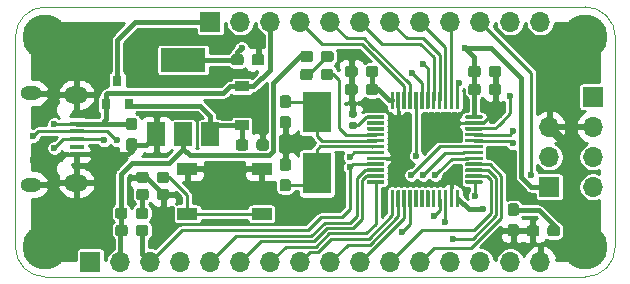
<source format=gbr>
G04 #@! TF.GenerationSoftware,KiCad,Pcbnew,(5.1.5)-2*
G04 #@! TF.CreationDate,2020-08-19T20:36:14+04:00*
G04 #@! TF.ProjectId,stm32f103_feather,73746d33-3266-4313-9033-5f6665617468,rev?*
G04 #@! TF.SameCoordinates,Original*
G04 #@! TF.FileFunction,Copper,L1,Top*
G04 #@! TF.FilePolarity,Positive*
%FSLAX46Y46*%
G04 Gerber Fmt 4.6, Leading zero omitted, Abs format (unit mm)*
G04 Created by KiCad (PCBNEW (5.1.5)-2) date 2020-08-19 20:36:14*
%MOMM*%
%LPD*%
G04 APERTURE LIST*
G04 #@! TA.AperFunction,Profile*
%ADD10C,0.050000*%
G04 #@! TD*
G04 #@! TA.AperFunction,SMDPad,CuDef*
%ADD11C,0.150000*%
G04 #@! TD*
G04 #@! TA.AperFunction,ComponentPad*
%ADD12O,1.700000X1.700000*%
G04 #@! TD*
G04 #@! TA.AperFunction,ComponentPad*
%ADD13R,1.700000X1.700000*%
G04 #@! TD*
G04 #@! TA.AperFunction,SMDPad,CuDef*
%ADD14R,0.800000X0.900000*%
G04 #@! TD*
G04 #@! TA.AperFunction,SMDPad,CuDef*
%ADD15R,1.200000X0.900000*%
G04 #@! TD*
G04 #@! TA.AperFunction,ComponentPad*
%ADD16O,1.800000X1.150000*%
G04 #@! TD*
G04 #@! TA.AperFunction,ComponentPad*
%ADD17O,2.000000X1.450000*%
G04 #@! TD*
G04 #@! TA.AperFunction,SMDPad,CuDef*
%ADD18R,1.300000X0.450000*%
G04 #@! TD*
G04 #@! TA.AperFunction,SMDPad,CuDef*
%ADD19R,1.500000X2.000000*%
G04 #@! TD*
G04 #@! TA.AperFunction,SMDPad,CuDef*
%ADD20R,3.800000X2.000000*%
G04 #@! TD*
G04 #@! TA.AperFunction,SMDPad,CuDef*
%ADD21R,1.700000X1.000000*%
G04 #@! TD*
G04 #@! TA.AperFunction,SMDPad,CuDef*
%ADD22R,2.400000X3.500000*%
G04 #@! TD*
G04 #@! TA.AperFunction,ViaPad*
%ADD23C,0.600000*%
G04 #@! TD*
G04 #@! TA.AperFunction,ViaPad*
%ADD24C,3.810000*%
G04 #@! TD*
G04 #@! TA.AperFunction,Conductor*
%ADD25C,0.250000*%
G04 #@! TD*
G04 #@! TA.AperFunction,Conductor*
%ADD26C,0.381000*%
G04 #@! TD*
G04 #@! TA.AperFunction,Conductor*
%ADD27C,0.762000*%
G04 #@! TD*
G04 #@! TA.AperFunction,Conductor*
%ADD28C,0.254000*%
G04 #@! TD*
G04 APERTURE END LIST*
D10*
X175260000Y-76200000D02*
X129540000Y-76200000D01*
X177800000Y-96520000D02*
X177800000Y-78740000D01*
X129540000Y-99060000D02*
X175260000Y-99060000D01*
X127000000Y-78740000D02*
X127000000Y-96520000D01*
X175260000Y-76200000D02*
G75*
G02X177800000Y-78740000I0J-2540000D01*
G01*
X177800000Y-96520000D02*
G75*
G02X175260000Y-99060000I-2540000J0D01*
G01*
X129540000Y-99060000D02*
G75*
G02X127000000Y-96520000I0J2540000D01*
G01*
X127000000Y-78740000D02*
G75*
G02X129540000Y-76200000I2540000J0D01*
G01*
G04 #@! TA.AperFunction,SMDPad,CuDef*
D11*
G04 #@! TO.P,vrtc1,2*
G04 #@! TO.N,/vrtc*
G36*
X155761958Y-85938710D02*
G01*
X155776276Y-85940834D01*
X155790317Y-85944351D01*
X155803946Y-85949228D01*
X155817031Y-85955417D01*
X155829447Y-85962858D01*
X155841073Y-85971481D01*
X155851798Y-85981202D01*
X155861519Y-85991927D01*
X155870142Y-86003553D01*
X155877583Y-86015969D01*
X155883772Y-86029054D01*
X155888649Y-86042683D01*
X155892166Y-86056724D01*
X155894290Y-86071042D01*
X155895000Y-86085500D01*
X155895000Y-86380500D01*
X155894290Y-86394958D01*
X155892166Y-86409276D01*
X155888649Y-86423317D01*
X155883772Y-86436946D01*
X155877583Y-86450031D01*
X155870142Y-86462447D01*
X155861519Y-86474073D01*
X155851798Y-86484798D01*
X155841073Y-86494519D01*
X155829447Y-86503142D01*
X155817031Y-86510583D01*
X155803946Y-86516772D01*
X155790317Y-86521649D01*
X155776276Y-86525166D01*
X155761958Y-86527290D01*
X155747500Y-86528000D01*
X155402500Y-86528000D01*
X155388042Y-86527290D01*
X155373724Y-86525166D01*
X155359683Y-86521649D01*
X155346054Y-86516772D01*
X155332969Y-86510583D01*
X155320553Y-86503142D01*
X155308927Y-86494519D01*
X155298202Y-86484798D01*
X155288481Y-86474073D01*
X155279858Y-86462447D01*
X155272417Y-86450031D01*
X155266228Y-86436946D01*
X155261351Y-86423317D01*
X155257834Y-86409276D01*
X155255710Y-86394958D01*
X155255000Y-86380500D01*
X155255000Y-86085500D01*
X155255710Y-86071042D01*
X155257834Y-86056724D01*
X155261351Y-86042683D01*
X155266228Y-86029054D01*
X155272417Y-86015969D01*
X155279858Y-86003553D01*
X155288481Y-85991927D01*
X155298202Y-85981202D01*
X155308927Y-85971481D01*
X155320553Y-85962858D01*
X155332969Y-85955417D01*
X155346054Y-85949228D01*
X155359683Y-85944351D01*
X155373724Y-85940834D01*
X155388042Y-85938710D01*
X155402500Y-85938000D01*
X155747500Y-85938000D01*
X155761958Y-85938710D01*
G37*
G04 #@! TD.AperFunction*
G04 #@! TA.AperFunction,SMDPad,CuDef*
G04 #@! TO.P,vrtc1,1*
G04 #@! TO.N,GND*
G36*
X155761958Y-84968710D02*
G01*
X155776276Y-84970834D01*
X155790317Y-84974351D01*
X155803946Y-84979228D01*
X155817031Y-84985417D01*
X155829447Y-84992858D01*
X155841073Y-85001481D01*
X155851798Y-85011202D01*
X155861519Y-85021927D01*
X155870142Y-85033553D01*
X155877583Y-85045969D01*
X155883772Y-85059054D01*
X155888649Y-85072683D01*
X155892166Y-85086724D01*
X155894290Y-85101042D01*
X155895000Y-85115500D01*
X155895000Y-85410500D01*
X155894290Y-85424958D01*
X155892166Y-85439276D01*
X155888649Y-85453317D01*
X155883772Y-85466946D01*
X155877583Y-85480031D01*
X155870142Y-85492447D01*
X155861519Y-85504073D01*
X155851798Y-85514798D01*
X155841073Y-85524519D01*
X155829447Y-85533142D01*
X155817031Y-85540583D01*
X155803946Y-85546772D01*
X155790317Y-85551649D01*
X155776276Y-85555166D01*
X155761958Y-85557290D01*
X155747500Y-85558000D01*
X155402500Y-85558000D01*
X155388042Y-85557290D01*
X155373724Y-85555166D01*
X155359683Y-85551649D01*
X155346054Y-85546772D01*
X155332969Y-85540583D01*
X155320553Y-85533142D01*
X155308927Y-85524519D01*
X155298202Y-85514798D01*
X155288481Y-85504073D01*
X155279858Y-85492447D01*
X155272417Y-85480031D01*
X155266228Y-85466946D01*
X155261351Y-85453317D01*
X155257834Y-85439276D01*
X155255710Y-85424958D01*
X155255000Y-85410500D01*
X155255000Y-85115500D01*
X155255710Y-85101042D01*
X155257834Y-85086724D01*
X155261351Y-85072683D01*
X155266228Y-85059054D01*
X155272417Y-85045969D01*
X155279858Y-85033553D01*
X155288481Y-85021927D01*
X155298202Y-85011202D01*
X155308927Y-85001481D01*
X155320553Y-84992858D01*
X155332969Y-84985417D01*
X155346054Y-84979228D01*
X155359683Y-84974351D01*
X155373724Y-84970834D01*
X155388042Y-84968710D01*
X155402500Y-84968000D01*
X155747500Y-84968000D01*
X155761958Y-84968710D01*
G37*
G04 #@! TD.AperFunction*
G04 #@! TD*
D12*
G04 #@! TO.P,J2,12*
G04 #@! TO.N,/sda*
X171450000Y-77470000D03*
G04 #@! TO.P,J2,11*
G04 #@! TO.N,/scl*
X168910000Y-77470000D03*
G04 #@! TO.P,J2,10*
G04 #@! TO.N,/nss*
X166370000Y-77470000D03*
G04 #@! TO.P,J2,9*
G04 #@! TO.N,/pa15*
X163830000Y-77470000D03*
G04 #@! TO.P,J2,8*
G04 #@! TO.N,/pb3*
X161290000Y-77470000D03*
G04 #@! TO.P,J2,7*
G04 #@! TO.N,/pb4*
X158750000Y-77470000D03*
G04 #@! TO.P,J2,6*
G04 #@! TO.N,/pb5*
X156210000Y-77470000D03*
G04 #@! TO.P,J2,5*
G04 #@! TO.N,/canrx*
X153670000Y-77470000D03*
G04 #@! TO.P,J2,4*
G04 #@! TO.N,/cantx*
X151130000Y-77470000D03*
G04 #@! TO.P,J2,3*
G04 #@! TO.N,/usb*
X148590000Y-77470000D03*
G04 #@! TO.P,J2,2*
G04 #@! TO.N,/en*
X146050000Y-77470000D03*
D13*
G04 #@! TO.P,J2,1*
G04 #@! TO.N,/bat*
X143510000Y-77470000D03*
G04 #@! TD*
G04 #@! TA.AperFunction,SMDPad,CuDef*
D11*
G04 #@! TO.P,R6,2*
G04 #@! TO.N,GND*
G36*
X137103279Y-87332144D02*
G01*
X137126334Y-87335563D01*
X137148943Y-87341227D01*
X137170887Y-87349079D01*
X137191957Y-87359044D01*
X137211948Y-87371026D01*
X137230668Y-87384910D01*
X137247938Y-87400562D01*
X137263590Y-87417832D01*
X137277474Y-87436552D01*
X137289456Y-87456543D01*
X137299421Y-87477613D01*
X137307273Y-87499557D01*
X137312937Y-87522166D01*
X137316356Y-87545221D01*
X137317500Y-87568500D01*
X137317500Y-88143500D01*
X137316356Y-88166779D01*
X137312937Y-88189834D01*
X137307273Y-88212443D01*
X137299421Y-88234387D01*
X137289456Y-88255457D01*
X137277474Y-88275448D01*
X137263590Y-88294168D01*
X137247938Y-88311438D01*
X137230668Y-88327090D01*
X137211948Y-88340974D01*
X137191957Y-88352956D01*
X137170887Y-88362921D01*
X137148943Y-88370773D01*
X137126334Y-88376437D01*
X137103279Y-88379856D01*
X137080000Y-88381000D01*
X136605000Y-88381000D01*
X136581721Y-88379856D01*
X136558666Y-88376437D01*
X136536057Y-88370773D01*
X136514113Y-88362921D01*
X136493043Y-88352956D01*
X136473052Y-88340974D01*
X136454332Y-88327090D01*
X136437062Y-88311438D01*
X136421410Y-88294168D01*
X136407526Y-88275448D01*
X136395544Y-88255457D01*
X136385579Y-88234387D01*
X136377727Y-88212443D01*
X136372063Y-88189834D01*
X136368644Y-88166779D01*
X136367500Y-88143500D01*
X136367500Y-87568500D01*
X136368644Y-87545221D01*
X136372063Y-87522166D01*
X136377727Y-87499557D01*
X136385579Y-87477613D01*
X136395544Y-87456543D01*
X136407526Y-87436552D01*
X136421410Y-87417832D01*
X136437062Y-87400562D01*
X136454332Y-87384910D01*
X136473052Y-87371026D01*
X136493043Y-87359044D01*
X136514113Y-87349079D01*
X136536057Y-87341227D01*
X136558666Y-87335563D01*
X136581721Y-87332144D01*
X136605000Y-87331000D01*
X137080000Y-87331000D01*
X137103279Y-87332144D01*
G37*
G04 #@! TD.AperFunction*
G04 #@! TA.AperFunction,SMDPad,CuDef*
G04 #@! TO.P,R6,1*
G04 #@! TO.N,/usb*
G36*
X137103279Y-85582144D02*
G01*
X137126334Y-85585563D01*
X137148943Y-85591227D01*
X137170887Y-85599079D01*
X137191957Y-85609044D01*
X137211948Y-85621026D01*
X137230668Y-85634910D01*
X137247938Y-85650562D01*
X137263590Y-85667832D01*
X137277474Y-85686552D01*
X137289456Y-85706543D01*
X137299421Y-85727613D01*
X137307273Y-85749557D01*
X137312937Y-85772166D01*
X137316356Y-85795221D01*
X137317500Y-85818500D01*
X137317500Y-86393500D01*
X137316356Y-86416779D01*
X137312937Y-86439834D01*
X137307273Y-86462443D01*
X137299421Y-86484387D01*
X137289456Y-86505457D01*
X137277474Y-86525448D01*
X137263590Y-86544168D01*
X137247938Y-86561438D01*
X137230668Y-86577090D01*
X137211948Y-86590974D01*
X137191957Y-86602956D01*
X137170887Y-86612921D01*
X137148943Y-86620773D01*
X137126334Y-86626437D01*
X137103279Y-86629856D01*
X137080000Y-86631000D01*
X136605000Y-86631000D01*
X136581721Y-86629856D01*
X136558666Y-86626437D01*
X136536057Y-86620773D01*
X136514113Y-86612921D01*
X136493043Y-86602956D01*
X136473052Y-86590974D01*
X136454332Y-86577090D01*
X136437062Y-86561438D01*
X136421410Y-86544168D01*
X136407526Y-86525448D01*
X136395544Y-86505457D01*
X136385579Y-86484387D01*
X136377727Y-86462443D01*
X136372063Y-86439834D01*
X136368644Y-86416779D01*
X136367500Y-86393500D01*
X136367500Y-85818500D01*
X136368644Y-85795221D01*
X136372063Y-85772166D01*
X136377727Y-85749557D01*
X136385579Y-85727613D01*
X136395544Y-85706543D01*
X136407526Y-85686552D01*
X136421410Y-85667832D01*
X136437062Y-85650562D01*
X136454332Y-85634910D01*
X136473052Y-85621026D01*
X136493043Y-85609044D01*
X136514113Y-85599079D01*
X136536057Y-85591227D01*
X136558666Y-85585563D01*
X136581721Y-85582144D01*
X136605000Y-85581000D01*
X137080000Y-85581000D01*
X137103279Y-85582144D01*
G37*
G04 #@! TD.AperFunction*
G04 #@! TD*
D14*
G04 #@! TO.P,Q1,3*
G04 #@! TO.N,/bat*
X135636000Y-82439000D03*
G04 #@! TO.P,Q1,2*
G04 #@! TO.N,Net-(C13-Pad2)*
X136586000Y-84439000D03*
G04 #@! TO.P,Q1,1*
G04 #@! TO.N,/usb*
X134686000Y-84439000D03*
G04 #@! TD*
D12*
G04 #@! TO.P,JP1,3*
G04 #@! TO.N,GND*
X172212000Y-86360000D03*
G04 #@! TO.P,JP1,2*
G04 #@! TO.N,/boot*
X172212000Y-88900000D03*
D13*
G04 #@! TO.P,JP1,1*
G04 #@! TO.N,/3vo*
X172212000Y-91440000D03*
G04 #@! TD*
D15*
G04 #@! TO.P,D1,2*
G04 #@! TO.N,/usb*
X146177000Y-82932000D03*
G04 #@! TO.P,D1,1*
G04 #@! TO.N,Net-(C13-Pad2)*
X146177000Y-86232000D03*
G04 #@! TD*
D16*
G04 #@! TO.P,J4,6*
G04 #@! TO.N,GND*
X128352000Y-91251000D03*
X128352000Y-83501000D03*
D17*
X132152000Y-91101000D03*
X132152000Y-83651000D03*
D18*
G04 #@! TO.P,J4,5*
X132202000Y-88676000D03*
G04 #@! TO.P,J4,4*
G04 #@! TO.N,Net-(J4-Pad4)*
X132202000Y-88026000D03*
G04 #@! TO.P,J4,3*
G04 #@! TO.N,/usb_dp*
X132202000Y-87376000D03*
G04 #@! TO.P,J4,2*
G04 #@! TO.N,/usb_dm*
X132202000Y-86726000D03*
G04 #@! TO.P,J4,1*
G04 #@! TO.N,/usb*
X132202000Y-86076000D03*
G04 #@! TD*
D12*
G04 #@! TO.P,J3,4*
G04 #@! TO.N,/3vo*
X175895000Y-91440000D03*
G04 #@! TO.P,J3,3*
G04 #@! TO.N,/swclk*
X175895000Y-88900000D03*
G04 #@! TO.P,J3,2*
G04 #@! TO.N,GND*
X175895000Y-86360000D03*
D13*
G04 #@! TO.P,J3,1*
G04 #@! TO.N,/swdio*
X175895000Y-83820000D03*
G04 #@! TD*
G04 #@! TA.AperFunction,SMDPad,CuDef*
D11*
G04 #@! TO.P,R3,2*
G04 #@! TO.N,GND*
G36*
X139820279Y-91601144D02*
G01*
X139843334Y-91604563D01*
X139865943Y-91610227D01*
X139887887Y-91618079D01*
X139908957Y-91628044D01*
X139928948Y-91640026D01*
X139947668Y-91653910D01*
X139964938Y-91669562D01*
X139980590Y-91686832D01*
X139994474Y-91705552D01*
X140006456Y-91725543D01*
X140016421Y-91746613D01*
X140024273Y-91768557D01*
X140029937Y-91791166D01*
X140033356Y-91814221D01*
X140034500Y-91837500D01*
X140034500Y-92312500D01*
X140033356Y-92335779D01*
X140029937Y-92358834D01*
X140024273Y-92381443D01*
X140016421Y-92403387D01*
X140006456Y-92424457D01*
X139994474Y-92444448D01*
X139980590Y-92463168D01*
X139964938Y-92480438D01*
X139947668Y-92496090D01*
X139928948Y-92509974D01*
X139908957Y-92521956D01*
X139887887Y-92531921D01*
X139865943Y-92539773D01*
X139843334Y-92545437D01*
X139820279Y-92548856D01*
X139797000Y-92550000D01*
X139222000Y-92550000D01*
X139198721Y-92548856D01*
X139175666Y-92545437D01*
X139153057Y-92539773D01*
X139131113Y-92531921D01*
X139110043Y-92521956D01*
X139090052Y-92509974D01*
X139071332Y-92496090D01*
X139054062Y-92480438D01*
X139038410Y-92463168D01*
X139024526Y-92444448D01*
X139012544Y-92424457D01*
X139002579Y-92403387D01*
X138994727Y-92381443D01*
X138989063Y-92358834D01*
X138985644Y-92335779D01*
X138984500Y-92312500D01*
X138984500Y-91837500D01*
X138985644Y-91814221D01*
X138989063Y-91791166D01*
X138994727Y-91768557D01*
X139002579Y-91746613D01*
X139012544Y-91725543D01*
X139024526Y-91705552D01*
X139038410Y-91686832D01*
X139054062Y-91669562D01*
X139071332Y-91653910D01*
X139090052Y-91640026D01*
X139110043Y-91628044D01*
X139131113Y-91618079D01*
X139153057Y-91610227D01*
X139175666Y-91604563D01*
X139198721Y-91601144D01*
X139222000Y-91600000D01*
X139797000Y-91600000D01*
X139820279Y-91601144D01*
G37*
G04 #@! TD.AperFunction*
G04 #@! TA.AperFunction,SMDPad,CuDef*
G04 #@! TO.P,R3,1*
G04 #@! TO.N,Net-(D3-Pad1)*
G36*
X138070279Y-91601144D02*
G01*
X138093334Y-91604563D01*
X138115943Y-91610227D01*
X138137887Y-91618079D01*
X138158957Y-91628044D01*
X138178948Y-91640026D01*
X138197668Y-91653910D01*
X138214938Y-91669562D01*
X138230590Y-91686832D01*
X138244474Y-91705552D01*
X138256456Y-91725543D01*
X138266421Y-91746613D01*
X138274273Y-91768557D01*
X138279937Y-91791166D01*
X138283356Y-91814221D01*
X138284500Y-91837500D01*
X138284500Y-92312500D01*
X138283356Y-92335779D01*
X138279937Y-92358834D01*
X138274273Y-92381443D01*
X138266421Y-92403387D01*
X138256456Y-92424457D01*
X138244474Y-92444448D01*
X138230590Y-92463168D01*
X138214938Y-92480438D01*
X138197668Y-92496090D01*
X138178948Y-92509974D01*
X138158957Y-92521956D01*
X138137887Y-92531921D01*
X138115943Y-92539773D01*
X138093334Y-92545437D01*
X138070279Y-92548856D01*
X138047000Y-92550000D01*
X137472000Y-92550000D01*
X137448721Y-92548856D01*
X137425666Y-92545437D01*
X137403057Y-92539773D01*
X137381113Y-92531921D01*
X137360043Y-92521956D01*
X137340052Y-92509974D01*
X137321332Y-92496090D01*
X137304062Y-92480438D01*
X137288410Y-92463168D01*
X137274526Y-92444448D01*
X137262544Y-92424457D01*
X137252579Y-92403387D01*
X137244727Y-92381443D01*
X137239063Y-92358834D01*
X137235644Y-92335779D01*
X137234500Y-92312500D01*
X137234500Y-91837500D01*
X137235644Y-91814221D01*
X137239063Y-91791166D01*
X137244727Y-91768557D01*
X137252579Y-91746613D01*
X137262544Y-91725543D01*
X137274526Y-91705552D01*
X137288410Y-91686832D01*
X137304062Y-91669562D01*
X137321332Y-91653910D01*
X137340052Y-91640026D01*
X137360043Y-91628044D01*
X137381113Y-91618079D01*
X137403057Y-91610227D01*
X137425666Y-91604563D01*
X137448721Y-91601144D01*
X137472000Y-91600000D01*
X138047000Y-91600000D01*
X138070279Y-91601144D01*
G37*
G04 #@! TD.AperFunction*
G04 #@! TD*
G04 #@! TA.AperFunction,SMDPad,CuDef*
G04 #@! TO.P,R2,2*
G04 #@! TO.N,/LED*
G36*
X153712779Y-81441144D02*
G01*
X153735834Y-81444563D01*
X153758443Y-81450227D01*
X153780387Y-81458079D01*
X153801457Y-81468044D01*
X153821448Y-81480026D01*
X153840168Y-81493910D01*
X153857438Y-81509562D01*
X153873090Y-81526832D01*
X153886974Y-81545552D01*
X153898956Y-81565543D01*
X153908921Y-81586613D01*
X153916773Y-81608557D01*
X153922437Y-81631166D01*
X153925856Y-81654221D01*
X153927000Y-81677500D01*
X153927000Y-82152500D01*
X153925856Y-82175779D01*
X153922437Y-82198834D01*
X153916773Y-82221443D01*
X153908921Y-82243387D01*
X153898956Y-82264457D01*
X153886974Y-82284448D01*
X153873090Y-82303168D01*
X153857438Y-82320438D01*
X153840168Y-82336090D01*
X153821448Y-82349974D01*
X153801457Y-82361956D01*
X153780387Y-82371921D01*
X153758443Y-82379773D01*
X153735834Y-82385437D01*
X153712779Y-82388856D01*
X153689500Y-82390000D01*
X153114500Y-82390000D01*
X153091221Y-82388856D01*
X153068166Y-82385437D01*
X153045557Y-82379773D01*
X153023613Y-82371921D01*
X153002543Y-82361956D01*
X152982552Y-82349974D01*
X152963832Y-82336090D01*
X152946562Y-82320438D01*
X152930910Y-82303168D01*
X152917026Y-82284448D01*
X152905044Y-82264457D01*
X152895079Y-82243387D01*
X152887227Y-82221443D01*
X152881563Y-82198834D01*
X152878144Y-82175779D01*
X152877000Y-82152500D01*
X152877000Y-81677500D01*
X152878144Y-81654221D01*
X152881563Y-81631166D01*
X152887227Y-81608557D01*
X152895079Y-81586613D01*
X152905044Y-81565543D01*
X152917026Y-81545552D01*
X152930910Y-81526832D01*
X152946562Y-81509562D01*
X152963832Y-81493910D01*
X152982552Y-81480026D01*
X153002543Y-81468044D01*
X153023613Y-81458079D01*
X153045557Y-81450227D01*
X153068166Y-81444563D01*
X153091221Y-81441144D01*
X153114500Y-81440000D01*
X153689500Y-81440000D01*
X153712779Y-81441144D01*
G37*
G04 #@! TD.AperFunction*
G04 #@! TA.AperFunction,SMDPad,CuDef*
G04 #@! TO.P,R2,1*
G04 #@! TO.N,Net-(D2-Pad1)*
G36*
X151962779Y-81441144D02*
G01*
X151985834Y-81444563D01*
X152008443Y-81450227D01*
X152030387Y-81458079D01*
X152051457Y-81468044D01*
X152071448Y-81480026D01*
X152090168Y-81493910D01*
X152107438Y-81509562D01*
X152123090Y-81526832D01*
X152136974Y-81545552D01*
X152148956Y-81565543D01*
X152158921Y-81586613D01*
X152166773Y-81608557D01*
X152172437Y-81631166D01*
X152175856Y-81654221D01*
X152177000Y-81677500D01*
X152177000Y-82152500D01*
X152175856Y-82175779D01*
X152172437Y-82198834D01*
X152166773Y-82221443D01*
X152158921Y-82243387D01*
X152148956Y-82264457D01*
X152136974Y-82284448D01*
X152123090Y-82303168D01*
X152107438Y-82320438D01*
X152090168Y-82336090D01*
X152071448Y-82349974D01*
X152051457Y-82361956D01*
X152030387Y-82371921D01*
X152008443Y-82379773D01*
X151985834Y-82385437D01*
X151962779Y-82388856D01*
X151939500Y-82390000D01*
X151364500Y-82390000D01*
X151341221Y-82388856D01*
X151318166Y-82385437D01*
X151295557Y-82379773D01*
X151273613Y-82371921D01*
X151252543Y-82361956D01*
X151232552Y-82349974D01*
X151213832Y-82336090D01*
X151196562Y-82320438D01*
X151180910Y-82303168D01*
X151167026Y-82284448D01*
X151155044Y-82264457D01*
X151145079Y-82243387D01*
X151137227Y-82221443D01*
X151131563Y-82198834D01*
X151128144Y-82175779D01*
X151127000Y-82152500D01*
X151127000Y-81677500D01*
X151128144Y-81654221D01*
X151131563Y-81631166D01*
X151137227Y-81608557D01*
X151145079Y-81586613D01*
X151155044Y-81565543D01*
X151167026Y-81545552D01*
X151180910Y-81526832D01*
X151196562Y-81509562D01*
X151213832Y-81493910D01*
X151232552Y-81480026D01*
X151252543Y-81468044D01*
X151273613Y-81458079D01*
X151295557Y-81450227D01*
X151318166Y-81444563D01*
X151341221Y-81441144D01*
X151364500Y-81440000D01*
X151939500Y-81440000D01*
X151962779Y-81441144D01*
G37*
G04 #@! TD.AperFunction*
G04 #@! TD*
G04 #@! TA.AperFunction,SMDPad,CuDef*
G04 #@! TO.P,R1,2*
G04 #@! TO.N,/vref*
G36*
X138042279Y-94649144D02*
G01*
X138065334Y-94652563D01*
X138087943Y-94658227D01*
X138109887Y-94666079D01*
X138130957Y-94676044D01*
X138150948Y-94688026D01*
X138169668Y-94701910D01*
X138186938Y-94717562D01*
X138202590Y-94734832D01*
X138216474Y-94753552D01*
X138228456Y-94773543D01*
X138238421Y-94794613D01*
X138246273Y-94816557D01*
X138251937Y-94839166D01*
X138255356Y-94862221D01*
X138256500Y-94885500D01*
X138256500Y-95360500D01*
X138255356Y-95383779D01*
X138251937Y-95406834D01*
X138246273Y-95429443D01*
X138238421Y-95451387D01*
X138228456Y-95472457D01*
X138216474Y-95492448D01*
X138202590Y-95511168D01*
X138186938Y-95528438D01*
X138169668Y-95544090D01*
X138150948Y-95557974D01*
X138130957Y-95569956D01*
X138109887Y-95579921D01*
X138087943Y-95587773D01*
X138065334Y-95593437D01*
X138042279Y-95596856D01*
X138019000Y-95598000D01*
X137444000Y-95598000D01*
X137420721Y-95596856D01*
X137397666Y-95593437D01*
X137375057Y-95587773D01*
X137353113Y-95579921D01*
X137332043Y-95569956D01*
X137312052Y-95557974D01*
X137293332Y-95544090D01*
X137276062Y-95528438D01*
X137260410Y-95511168D01*
X137246526Y-95492448D01*
X137234544Y-95472457D01*
X137224579Y-95451387D01*
X137216727Y-95429443D01*
X137211063Y-95406834D01*
X137207644Y-95383779D01*
X137206500Y-95360500D01*
X137206500Y-94885500D01*
X137207644Y-94862221D01*
X137211063Y-94839166D01*
X137216727Y-94816557D01*
X137224579Y-94794613D01*
X137234544Y-94773543D01*
X137246526Y-94753552D01*
X137260410Y-94734832D01*
X137276062Y-94717562D01*
X137293332Y-94701910D01*
X137312052Y-94688026D01*
X137332043Y-94676044D01*
X137353113Y-94666079D01*
X137375057Y-94658227D01*
X137397666Y-94652563D01*
X137420721Y-94649144D01*
X137444000Y-94648000D01*
X138019000Y-94648000D01*
X138042279Y-94649144D01*
G37*
G04 #@! TD.AperFunction*
G04 #@! TA.AperFunction,SMDPad,CuDef*
G04 #@! TO.P,R1,1*
G04 #@! TO.N,/3vo*
G36*
X136292279Y-94649144D02*
G01*
X136315334Y-94652563D01*
X136337943Y-94658227D01*
X136359887Y-94666079D01*
X136380957Y-94676044D01*
X136400948Y-94688026D01*
X136419668Y-94701910D01*
X136436938Y-94717562D01*
X136452590Y-94734832D01*
X136466474Y-94753552D01*
X136478456Y-94773543D01*
X136488421Y-94794613D01*
X136496273Y-94816557D01*
X136501937Y-94839166D01*
X136505356Y-94862221D01*
X136506500Y-94885500D01*
X136506500Y-95360500D01*
X136505356Y-95383779D01*
X136501937Y-95406834D01*
X136496273Y-95429443D01*
X136488421Y-95451387D01*
X136478456Y-95472457D01*
X136466474Y-95492448D01*
X136452590Y-95511168D01*
X136436938Y-95528438D01*
X136419668Y-95544090D01*
X136400948Y-95557974D01*
X136380957Y-95569956D01*
X136359887Y-95579921D01*
X136337943Y-95587773D01*
X136315334Y-95593437D01*
X136292279Y-95596856D01*
X136269000Y-95598000D01*
X135694000Y-95598000D01*
X135670721Y-95596856D01*
X135647666Y-95593437D01*
X135625057Y-95587773D01*
X135603113Y-95579921D01*
X135582043Y-95569956D01*
X135562052Y-95557974D01*
X135543332Y-95544090D01*
X135526062Y-95528438D01*
X135510410Y-95511168D01*
X135496526Y-95492448D01*
X135484544Y-95472457D01*
X135474579Y-95451387D01*
X135466727Y-95429443D01*
X135461063Y-95406834D01*
X135457644Y-95383779D01*
X135456500Y-95360500D01*
X135456500Y-94885500D01*
X135457644Y-94862221D01*
X135461063Y-94839166D01*
X135466727Y-94816557D01*
X135474579Y-94794613D01*
X135484544Y-94773543D01*
X135496526Y-94753552D01*
X135510410Y-94734832D01*
X135526062Y-94717562D01*
X135543332Y-94701910D01*
X135562052Y-94688026D01*
X135582043Y-94676044D01*
X135603113Y-94666079D01*
X135625057Y-94658227D01*
X135647666Y-94652563D01*
X135670721Y-94649144D01*
X135694000Y-94648000D01*
X136269000Y-94648000D01*
X136292279Y-94649144D01*
G37*
G04 #@! TD.AperFunction*
G04 #@! TD*
G04 #@! TA.AperFunction,SMDPad,CuDef*
G04 #@! TO.P,D3,2*
G04 #@! TO.N,/3vo*
G36*
X136278279Y-93188644D02*
G01*
X136301334Y-93192063D01*
X136323943Y-93197727D01*
X136345887Y-93205579D01*
X136366957Y-93215544D01*
X136386948Y-93227526D01*
X136405668Y-93241410D01*
X136422938Y-93257062D01*
X136438590Y-93274332D01*
X136452474Y-93293052D01*
X136464456Y-93313043D01*
X136474421Y-93334113D01*
X136482273Y-93356057D01*
X136487937Y-93378666D01*
X136491356Y-93401721D01*
X136492500Y-93425000D01*
X136492500Y-93900000D01*
X136491356Y-93923279D01*
X136487937Y-93946334D01*
X136482273Y-93968943D01*
X136474421Y-93990887D01*
X136464456Y-94011957D01*
X136452474Y-94031948D01*
X136438590Y-94050668D01*
X136422938Y-94067938D01*
X136405668Y-94083590D01*
X136386948Y-94097474D01*
X136366957Y-94109456D01*
X136345887Y-94119421D01*
X136323943Y-94127273D01*
X136301334Y-94132937D01*
X136278279Y-94136356D01*
X136255000Y-94137500D01*
X135680000Y-94137500D01*
X135656721Y-94136356D01*
X135633666Y-94132937D01*
X135611057Y-94127273D01*
X135589113Y-94119421D01*
X135568043Y-94109456D01*
X135548052Y-94097474D01*
X135529332Y-94083590D01*
X135512062Y-94067938D01*
X135496410Y-94050668D01*
X135482526Y-94031948D01*
X135470544Y-94011957D01*
X135460579Y-93990887D01*
X135452727Y-93968943D01*
X135447063Y-93946334D01*
X135443644Y-93923279D01*
X135442500Y-93900000D01*
X135442500Y-93425000D01*
X135443644Y-93401721D01*
X135447063Y-93378666D01*
X135452727Y-93356057D01*
X135460579Y-93334113D01*
X135470544Y-93313043D01*
X135482526Y-93293052D01*
X135496410Y-93274332D01*
X135512062Y-93257062D01*
X135529332Y-93241410D01*
X135548052Y-93227526D01*
X135568043Y-93215544D01*
X135589113Y-93205579D01*
X135611057Y-93197727D01*
X135633666Y-93192063D01*
X135656721Y-93188644D01*
X135680000Y-93187500D01*
X136255000Y-93187500D01*
X136278279Y-93188644D01*
G37*
G04 #@! TD.AperFunction*
G04 #@! TA.AperFunction,SMDPad,CuDef*
G04 #@! TO.P,D3,1*
G04 #@! TO.N,Net-(D3-Pad1)*
G36*
X138028279Y-93188644D02*
G01*
X138051334Y-93192063D01*
X138073943Y-93197727D01*
X138095887Y-93205579D01*
X138116957Y-93215544D01*
X138136948Y-93227526D01*
X138155668Y-93241410D01*
X138172938Y-93257062D01*
X138188590Y-93274332D01*
X138202474Y-93293052D01*
X138214456Y-93313043D01*
X138224421Y-93334113D01*
X138232273Y-93356057D01*
X138237937Y-93378666D01*
X138241356Y-93401721D01*
X138242500Y-93425000D01*
X138242500Y-93900000D01*
X138241356Y-93923279D01*
X138237937Y-93946334D01*
X138232273Y-93968943D01*
X138224421Y-93990887D01*
X138214456Y-94011957D01*
X138202474Y-94031948D01*
X138188590Y-94050668D01*
X138172938Y-94067938D01*
X138155668Y-94083590D01*
X138136948Y-94097474D01*
X138116957Y-94109456D01*
X138095887Y-94119421D01*
X138073943Y-94127273D01*
X138051334Y-94132937D01*
X138028279Y-94136356D01*
X138005000Y-94137500D01*
X137430000Y-94137500D01*
X137406721Y-94136356D01*
X137383666Y-94132937D01*
X137361057Y-94127273D01*
X137339113Y-94119421D01*
X137318043Y-94109456D01*
X137298052Y-94097474D01*
X137279332Y-94083590D01*
X137262062Y-94067938D01*
X137246410Y-94050668D01*
X137232526Y-94031948D01*
X137220544Y-94011957D01*
X137210579Y-93990887D01*
X137202727Y-93968943D01*
X137197063Y-93946334D01*
X137193644Y-93923279D01*
X137192500Y-93900000D01*
X137192500Y-93425000D01*
X137193644Y-93401721D01*
X137197063Y-93378666D01*
X137202727Y-93356057D01*
X137210579Y-93334113D01*
X137220544Y-93313043D01*
X137232526Y-93293052D01*
X137246410Y-93274332D01*
X137262062Y-93257062D01*
X137279332Y-93241410D01*
X137298052Y-93227526D01*
X137318043Y-93215544D01*
X137339113Y-93205579D01*
X137361057Y-93197727D01*
X137383666Y-93192063D01*
X137406721Y-93188644D01*
X137430000Y-93187500D01*
X138005000Y-93187500D01*
X138028279Y-93188644D01*
G37*
G04 #@! TD.AperFunction*
G04 #@! TD*
G04 #@! TA.AperFunction,SMDPad,CuDef*
G04 #@! TO.P,D2,2*
G04 #@! TO.N,/3vo*
G36*
X151976779Y-79917144D02*
G01*
X151999834Y-79920563D01*
X152022443Y-79926227D01*
X152044387Y-79934079D01*
X152065457Y-79944044D01*
X152085448Y-79956026D01*
X152104168Y-79969910D01*
X152121438Y-79985562D01*
X152137090Y-80002832D01*
X152150974Y-80021552D01*
X152162956Y-80041543D01*
X152172921Y-80062613D01*
X152180773Y-80084557D01*
X152186437Y-80107166D01*
X152189856Y-80130221D01*
X152191000Y-80153500D01*
X152191000Y-80628500D01*
X152189856Y-80651779D01*
X152186437Y-80674834D01*
X152180773Y-80697443D01*
X152172921Y-80719387D01*
X152162956Y-80740457D01*
X152150974Y-80760448D01*
X152137090Y-80779168D01*
X152121438Y-80796438D01*
X152104168Y-80812090D01*
X152085448Y-80825974D01*
X152065457Y-80837956D01*
X152044387Y-80847921D01*
X152022443Y-80855773D01*
X151999834Y-80861437D01*
X151976779Y-80864856D01*
X151953500Y-80866000D01*
X151378500Y-80866000D01*
X151355221Y-80864856D01*
X151332166Y-80861437D01*
X151309557Y-80855773D01*
X151287613Y-80847921D01*
X151266543Y-80837956D01*
X151246552Y-80825974D01*
X151227832Y-80812090D01*
X151210562Y-80796438D01*
X151194910Y-80779168D01*
X151181026Y-80760448D01*
X151169044Y-80740457D01*
X151159079Y-80719387D01*
X151151227Y-80697443D01*
X151145563Y-80674834D01*
X151142144Y-80651779D01*
X151141000Y-80628500D01*
X151141000Y-80153500D01*
X151142144Y-80130221D01*
X151145563Y-80107166D01*
X151151227Y-80084557D01*
X151159079Y-80062613D01*
X151169044Y-80041543D01*
X151181026Y-80021552D01*
X151194910Y-80002832D01*
X151210562Y-79985562D01*
X151227832Y-79969910D01*
X151246552Y-79956026D01*
X151266543Y-79944044D01*
X151287613Y-79934079D01*
X151309557Y-79926227D01*
X151332166Y-79920563D01*
X151355221Y-79917144D01*
X151378500Y-79916000D01*
X151953500Y-79916000D01*
X151976779Y-79917144D01*
G37*
G04 #@! TD.AperFunction*
G04 #@! TA.AperFunction,SMDPad,CuDef*
G04 #@! TO.P,D2,1*
G04 #@! TO.N,Net-(D2-Pad1)*
G36*
X153726779Y-79917144D02*
G01*
X153749834Y-79920563D01*
X153772443Y-79926227D01*
X153794387Y-79934079D01*
X153815457Y-79944044D01*
X153835448Y-79956026D01*
X153854168Y-79969910D01*
X153871438Y-79985562D01*
X153887090Y-80002832D01*
X153900974Y-80021552D01*
X153912956Y-80041543D01*
X153922921Y-80062613D01*
X153930773Y-80084557D01*
X153936437Y-80107166D01*
X153939856Y-80130221D01*
X153941000Y-80153500D01*
X153941000Y-80628500D01*
X153939856Y-80651779D01*
X153936437Y-80674834D01*
X153930773Y-80697443D01*
X153922921Y-80719387D01*
X153912956Y-80740457D01*
X153900974Y-80760448D01*
X153887090Y-80779168D01*
X153871438Y-80796438D01*
X153854168Y-80812090D01*
X153835448Y-80825974D01*
X153815457Y-80837956D01*
X153794387Y-80847921D01*
X153772443Y-80855773D01*
X153749834Y-80861437D01*
X153726779Y-80864856D01*
X153703500Y-80866000D01*
X153128500Y-80866000D01*
X153105221Y-80864856D01*
X153082166Y-80861437D01*
X153059557Y-80855773D01*
X153037613Y-80847921D01*
X153016543Y-80837956D01*
X152996552Y-80825974D01*
X152977832Y-80812090D01*
X152960562Y-80796438D01*
X152944910Y-80779168D01*
X152931026Y-80760448D01*
X152919044Y-80740457D01*
X152909079Y-80719387D01*
X152901227Y-80697443D01*
X152895563Y-80674834D01*
X152892144Y-80651779D01*
X152891000Y-80628500D01*
X152891000Y-80153500D01*
X152892144Y-80130221D01*
X152895563Y-80107166D01*
X152901227Y-80084557D01*
X152909079Y-80062613D01*
X152919044Y-80041543D01*
X152931026Y-80021552D01*
X152944910Y-80002832D01*
X152960562Y-79985562D01*
X152977832Y-79969910D01*
X152996552Y-79956026D01*
X153016543Y-79944044D01*
X153037613Y-79934079D01*
X153059557Y-79926227D01*
X153082166Y-79920563D01*
X153105221Y-79917144D01*
X153128500Y-79916000D01*
X153703500Y-79916000D01*
X153726779Y-79917144D01*
G37*
G04 #@! TD.AperFunction*
G04 #@! TD*
G04 #@! TA.AperFunction,SMDPad,CuDef*
G04 #@! TO.P,C13,2*
G04 #@! TO.N,Net-(C13-Pad2)*
G36*
X146501779Y-87410144D02*
G01*
X146524834Y-87413563D01*
X146547443Y-87419227D01*
X146569387Y-87427079D01*
X146590457Y-87437044D01*
X146610448Y-87449026D01*
X146629168Y-87462910D01*
X146646438Y-87478562D01*
X146662090Y-87495832D01*
X146675974Y-87514552D01*
X146687956Y-87534543D01*
X146697921Y-87555613D01*
X146705773Y-87577557D01*
X146711437Y-87600166D01*
X146714856Y-87623221D01*
X146716000Y-87646500D01*
X146716000Y-88121500D01*
X146714856Y-88144779D01*
X146711437Y-88167834D01*
X146705773Y-88190443D01*
X146697921Y-88212387D01*
X146687956Y-88233457D01*
X146675974Y-88253448D01*
X146662090Y-88272168D01*
X146646438Y-88289438D01*
X146629168Y-88305090D01*
X146610448Y-88318974D01*
X146590457Y-88330956D01*
X146569387Y-88340921D01*
X146547443Y-88348773D01*
X146524834Y-88354437D01*
X146501779Y-88357856D01*
X146478500Y-88359000D01*
X145903500Y-88359000D01*
X145880221Y-88357856D01*
X145857166Y-88354437D01*
X145834557Y-88348773D01*
X145812613Y-88340921D01*
X145791543Y-88330956D01*
X145771552Y-88318974D01*
X145752832Y-88305090D01*
X145735562Y-88289438D01*
X145719910Y-88272168D01*
X145706026Y-88253448D01*
X145694044Y-88233457D01*
X145684079Y-88212387D01*
X145676227Y-88190443D01*
X145670563Y-88167834D01*
X145667144Y-88144779D01*
X145666000Y-88121500D01*
X145666000Y-87646500D01*
X145667144Y-87623221D01*
X145670563Y-87600166D01*
X145676227Y-87577557D01*
X145684079Y-87555613D01*
X145694044Y-87534543D01*
X145706026Y-87514552D01*
X145719910Y-87495832D01*
X145735562Y-87478562D01*
X145752832Y-87462910D01*
X145771552Y-87449026D01*
X145791543Y-87437044D01*
X145812613Y-87427079D01*
X145834557Y-87419227D01*
X145857166Y-87413563D01*
X145880221Y-87410144D01*
X145903500Y-87409000D01*
X146478500Y-87409000D01*
X146501779Y-87410144D01*
G37*
G04 #@! TD.AperFunction*
G04 #@! TA.AperFunction,SMDPad,CuDef*
G04 #@! TO.P,C13,1*
G04 #@! TO.N,GND*
G36*
X148251779Y-87410144D02*
G01*
X148274834Y-87413563D01*
X148297443Y-87419227D01*
X148319387Y-87427079D01*
X148340457Y-87437044D01*
X148360448Y-87449026D01*
X148379168Y-87462910D01*
X148396438Y-87478562D01*
X148412090Y-87495832D01*
X148425974Y-87514552D01*
X148437956Y-87534543D01*
X148447921Y-87555613D01*
X148455773Y-87577557D01*
X148461437Y-87600166D01*
X148464856Y-87623221D01*
X148466000Y-87646500D01*
X148466000Y-88121500D01*
X148464856Y-88144779D01*
X148461437Y-88167834D01*
X148455773Y-88190443D01*
X148447921Y-88212387D01*
X148437956Y-88233457D01*
X148425974Y-88253448D01*
X148412090Y-88272168D01*
X148396438Y-88289438D01*
X148379168Y-88305090D01*
X148360448Y-88318974D01*
X148340457Y-88330956D01*
X148319387Y-88340921D01*
X148297443Y-88348773D01*
X148274834Y-88354437D01*
X148251779Y-88357856D01*
X148228500Y-88359000D01*
X147653500Y-88359000D01*
X147630221Y-88357856D01*
X147607166Y-88354437D01*
X147584557Y-88348773D01*
X147562613Y-88340921D01*
X147541543Y-88330956D01*
X147521552Y-88318974D01*
X147502832Y-88305090D01*
X147485562Y-88289438D01*
X147469910Y-88272168D01*
X147456026Y-88253448D01*
X147444044Y-88233457D01*
X147434079Y-88212387D01*
X147426227Y-88190443D01*
X147420563Y-88167834D01*
X147417144Y-88144779D01*
X147416000Y-88121500D01*
X147416000Y-87646500D01*
X147417144Y-87623221D01*
X147420563Y-87600166D01*
X147426227Y-87577557D01*
X147434079Y-87555613D01*
X147444044Y-87534543D01*
X147456026Y-87514552D01*
X147469910Y-87495832D01*
X147485562Y-87478562D01*
X147502832Y-87462910D01*
X147521552Y-87449026D01*
X147541543Y-87437044D01*
X147562613Y-87427079D01*
X147584557Y-87419227D01*
X147607166Y-87413563D01*
X147630221Y-87410144D01*
X147653500Y-87409000D01*
X148228500Y-87409000D01*
X148251779Y-87410144D01*
G37*
G04 #@! TD.AperFunction*
G04 #@! TD*
G04 #@! TA.AperFunction,SMDPad,CuDef*
G04 #@! TO.P,C10,2*
G04 #@! TO.N,GND*
G36*
X155758779Y-81187144D02*
G01*
X155781834Y-81190563D01*
X155804443Y-81196227D01*
X155826387Y-81204079D01*
X155847457Y-81214044D01*
X155867448Y-81226026D01*
X155886168Y-81239910D01*
X155903438Y-81255562D01*
X155919090Y-81272832D01*
X155932974Y-81291552D01*
X155944956Y-81311543D01*
X155954921Y-81332613D01*
X155962773Y-81354557D01*
X155968437Y-81377166D01*
X155971856Y-81400221D01*
X155973000Y-81423500D01*
X155973000Y-81898500D01*
X155971856Y-81921779D01*
X155968437Y-81944834D01*
X155962773Y-81967443D01*
X155954921Y-81989387D01*
X155944956Y-82010457D01*
X155932974Y-82030448D01*
X155919090Y-82049168D01*
X155903438Y-82066438D01*
X155886168Y-82082090D01*
X155867448Y-82095974D01*
X155847457Y-82107956D01*
X155826387Y-82117921D01*
X155804443Y-82125773D01*
X155781834Y-82131437D01*
X155758779Y-82134856D01*
X155735500Y-82136000D01*
X155160500Y-82136000D01*
X155137221Y-82134856D01*
X155114166Y-82131437D01*
X155091557Y-82125773D01*
X155069613Y-82117921D01*
X155048543Y-82107956D01*
X155028552Y-82095974D01*
X155009832Y-82082090D01*
X154992562Y-82066438D01*
X154976910Y-82049168D01*
X154963026Y-82030448D01*
X154951044Y-82010457D01*
X154941079Y-81989387D01*
X154933227Y-81967443D01*
X154927563Y-81944834D01*
X154924144Y-81921779D01*
X154923000Y-81898500D01*
X154923000Y-81423500D01*
X154924144Y-81400221D01*
X154927563Y-81377166D01*
X154933227Y-81354557D01*
X154941079Y-81332613D01*
X154951044Y-81311543D01*
X154963026Y-81291552D01*
X154976910Y-81272832D01*
X154992562Y-81255562D01*
X155009832Y-81239910D01*
X155028552Y-81226026D01*
X155048543Y-81214044D01*
X155069613Y-81204079D01*
X155091557Y-81196227D01*
X155114166Y-81190563D01*
X155137221Y-81187144D01*
X155160500Y-81186000D01*
X155735500Y-81186000D01*
X155758779Y-81187144D01*
G37*
G04 #@! TD.AperFunction*
G04 #@! TA.AperFunction,SMDPad,CuDef*
G04 #@! TO.P,C10,1*
G04 #@! TO.N,/3vo*
G36*
X157508779Y-81187144D02*
G01*
X157531834Y-81190563D01*
X157554443Y-81196227D01*
X157576387Y-81204079D01*
X157597457Y-81214044D01*
X157617448Y-81226026D01*
X157636168Y-81239910D01*
X157653438Y-81255562D01*
X157669090Y-81272832D01*
X157682974Y-81291552D01*
X157694956Y-81311543D01*
X157704921Y-81332613D01*
X157712773Y-81354557D01*
X157718437Y-81377166D01*
X157721856Y-81400221D01*
X157723000Y-81423500D01*
X157723000Y-81898500D01*
X157721856Y-81921779D01*
X157718437Y-81944834D01*
X157712773Y-81967443D01*
X157704921Y-81989387D01*
X157694956Y-82010457D01*
X157682974Y-82030448D01*
X157669090Y-82049168D01*
X157653438Y-82066438D01*
X157636168Y-82082090D01*
X157617448Y-82095974D01*
X157597457Y-82107956D01*
X157576387Y-82117921D01*
X157554443Y-82125773D01*
X157531834Y-82131437D01*
X157508779Y-82134856D01*
X157485500Y-82136000D01*
X156910500Y-82136000D01*
X156887221Y-82134856D01*
X156864166Y-82131437D01*
X156841557Y-82125773D01*
X156819613Y-82117921D01*
X156798543Y-82107956D01*
X156778552Y-82095974D01*
X156759832Y-82082090D01*
X156742562Y-82066438D01*
X156726910Y-82049168D01*
X156713026Y-82030448D01*
X156701044Y-82010457D01*
X156691079Y-81989387D01*
X156683227Y-81967443D01*
X156677563Y-81944834D01*
X156674144Y-81921779D01*
X156673000Y-81898500D01*
X156673000Y-81423500D01*
X156674144Y-81400221D01*
X156677563Y-81377166D01*
X156683227Y-81354557D01*
X156691079Y-81332613D01*
X156701044Y-81311543D01*
X156713026Y-81291552D01*
X156726910Y-81272832D01*
X156742562Y-81255562D01*
X156759832Y-81239910D01*
X156778552Y-81226026D01*
X156798543Y-81214044D01*
X156819613Y-81204079D01*
X156841557Y-81196227D01*
X156864166Y-81190563D01*
X156887221Y-81187144D01*
X156910500Y-81186000D01*
X157485500Y-81186000D01*
X157508779Y-81187144D01*
G37*
G04 #@! TD.AperFunction*
G04 #@! TD*
G04 #@! TA.AperFunction,SMDPad,CuDef*
G04 #@! TO.P,C9,2*
G04 #@! TO.N,GND*
G36*
X155758779Y-82711144D02*
G01*
X155781834Y-82714563D01*
X155804443Y-82720227D01*
X155826387Y-82728079D01*
X155847457Y-82738044D01*
X155867448Y-82750026D01*
X155886168Y-82763910D01*
X155903438Y-82779562D01*
X155919090Y-82796832D01*
X155932974Y-82815552D01*
X155944956Y-82835543D01*
X155954921Y-82856613D01*
X155962773Y-82878557D01*
X155968437Y-82901166D01*
X155971856Y-82924221D01*
X155973000Y-82947500D01*
X155973000Y-83422500D01*
X155971856Y-83445779D01*
X155968437Y-83468834D01*
X155962773Y-83491443D01*
X155954921Y-83513387D01*
X155944956Y-83534457D01*
X155932974Y-83554448D01*
X155919090Y-83573168D01*
X155903438Y-83590438D01*
X155886168Y-83606090D01*
X155867448Y-83619974D01*
X155847457Y-83631956D01*
X155826387Y-83641921D01*
X155804443Y-83649773D01*
X155781834Y-83655437D01*
X155758779Y-83658856D01*
X155735500Y-83660000D01*
X155160500Y-83660000D01*
X155137221Y-83658856D01*
X155114166Y-83655437D01*
X155091557Y-83649773D01*
X155069613Y-83641921D01*
X155048543Y-83631956D01*
X155028552Y-83619974D01*
X155009832Y-83606090D01*
X154992562Y-83590438D01*
X154976910Y-83573168D01*
X154963026Y-83554448D01*
X154951044Y-83534457D01*
X154941079Y-83513387D01*
X154933227Y-83491443D01*
X154927563Y-83468834D01*
X154924144Y-83445779D01*
X154923000Y-83422500D01*
X154923000Y-82947500D01*
X154924144Y-82924221D01*
X154927563Y-82901166D01*
X154933227Y-82878557D01*
X154941079Y-82856613D01*
X154951044Y-82835543D01*
X154963026Y-82815552D01*
X154976910Y-82796832D01*
X154992562Y-82779562D01*
X155009832Y-82763910D01*
X155028552Y-82750026D01*
X155048543Y-82738044D01*
X155069613Y-82728079D01*
X155091557Y-82720227D01*
X155114166Y-82714563D01*
X155137221Y-82711144D01*
X155160500Y-82710000D01*
X155735500Y-82710000D01*
X155758779Y-82711144D01*
G37*
G04 #@! TD.AperFunction*
G04 #@! TA.AperFunction,SMDPad,CuDef*
G04 #@! TO.P,C9,1*
G04 #@! TO.N,/3vo*
G36*
X157508779Y-82711144D02*
G01*
X157531834Y-82714563D01*
X157554443Y-82720227D01*
X157576387Y-82728079D01*
X157597457Y-82738044D01*
X157617448Y-82750026D01*
X157636168Y-82763910D01*
X157653438Y-82779562D01*
X157669090Y-82796832D01*
X157682974Y-82815552D01*
X157694956Y-82835543D01*
X157704921Y-82856613D01*
X157712773Y-82878557D01*
X157718437Y-82901166D01*
X157721856Y-82924221D01*
X157723000Y-82947500D01*
X157723000Y-83422500D01*
X157721856Y-83445779D01*
X157718437Y-83468834D01*
X157712773Y-83491443D01*
X157704921Y-83513387D01*
X157694956Y-83534457D01*
X157682974Y-83554448D01*
X157669090Y-83573168D01*
X157653438Y-83590438D01*
X157636168Y-83606090D01*
X157617448Y-83619974D01*
X157597457Y-83631956D01*
X157576387Y-83641921D01*
X157554443Y-83649773D01*
X157531834Y-83655437D01*
X157508779Y-83658856D01*
X157485500Y-83660000D01*
X156910500Y-83660000D01*
X156887221Y-83658856D01*
X156864166Y-83655437D01*
X156841557Y-83649773D01*
X156819613Y-83641921D01*
X156798543Y-83631956D01*
X156778552Y-83619974D01*
X156759832Y-83606090D01*
X156742562Y-83590438D01*
X156726910Y-83573168D01*
X156713026Y-83554448D01*
X156701044Y-83534457D01*
X156691079Y-83513387D01*
X156683227Y-83491443D01*
X156677563Y-83468834D01*
X156674144Y-83445779D01*
X156673000Y-83422500D01*
X156673000Y-82947500D01*
X156674144Y-82924221D01*
X156677563Y-82901166D01*
X156683227Y-82878557D01*
X156691079Y-82856613D01*
X156701044Y-82835543D01*
X156713026Y-82815552D01*
X156726910Y-82796832D01*
X156742562Y-82779562D01*
X156759832Y-82763910D01*
X156778552Y-82750026D01*
X156798543Y-82738044D01*
X156819613Y-82728079D01*
X156841557Y-82720227D01*
X156864166Y-82714563D01*
X156887221Y-82711144D01*
X156910500Y-82710000D01*
X157485500Y-82710000D01*
X157508779Y-82711144D01*
G37*
G04 #@! TD.AperFunction*
G04 #@! TD*
G04 #@! TA.AperFunction,SMDPad,CuDef*
G04 #@! TO.P,C8,2*
G04 #@! TO.N,GND*
G36*
X169424779Y-94585144D02*
G01*
X169447834Y-94588563D01*
X169470443Y-94594227D01*
X169492387Y-94602079D01*
X169513457Y-94612044D01*
X169533448Y-94624026D01*
X169552168Y-94637910D01*
X169569438Y-94653562D01*
X169585090Y-94670832D01*
X169598974Y-94689552D01*
X169610956Y-94709543D01*
X169620921Y-94730613D01*
X169628773Y-94752557D01*
X169634437Y-94775166D01*
X169637856Y-94798221D01*
X169639000Y-94821500D01*
X169639000Y-95396500D01*
X169637856Y-95419779D01*
X169634437Y-95442834D01*
X169628773Y-95465443D01*
X169620921Y-95487387D01*
X169610956Y-95508457D01*
X169598974Y-95528448D01*
X169585090Y-95547168D01*
X169569438Y-95564438D01*
X169552168Y-95580090D01*
X169533448Y-95593974D01*
X169513457Y-95605956D01*
X169492387Y-95615921D01*
X169470443Y-95623773D01*
X169447834Y-95629437D01*
X169424779Y-95632856D01*
X169401500Y-95634000D01*
X168926500Y-95634000D01*
X168903221Y-95632856D01*
X168880166Y-95629437D01*
X168857557Y-95623773D01*
X168835613Y-95615921D01*
X168814543Y-95605956D01*
X168794552Y-95593974D01*
X168775832Y-95580090D01*
X168758562Y-95564438D01*
X168742910Y-95547168D01*
X168729026Y-95528448D01*
X168717044Y-95508457D01*
X168707079Y-95487387D01*
X168699227Y-95465443D01*
X168693563Y-95442834D01*
X168690144Y-95419779D01*
X168689000Y-95396500D01*
X168689000Y-94821500D01*
X168690144Y-94798221D01*
X168693563Y-94775166D01*
X168699227Y-94752557D01*
X168707079Y-94730613D01*
X168717044Y-94709543D01*
X168729026Y-94689552D01*
X168742910Y-94670832D01*
X168758562Y-94653562D01*
X168775832Y-94637910D01*
X168794552Y-94624026D01*
X168814543Y-94612044D01*
X168835613Y-94602079D01*
X168857557Y-94594227D01*
X168880166Y-94588563D01*
X168903221Y-94585144D01*
X168926500Y-94584000D01*
X169401500Y-94584000D01*
X169424779Y-94585144D01*
G37*
G04 #@! TD.AperFunction*
G04 #@! TA.AperFunction,SMDPad,CuDef*
G04 #@! TO.P,C8,1*
G04 #@! TO.N,/3vo*
G36*
X169424779Y-92835144D02*
G01*
X169447834Y-92838563D01*
X169470443Y-92844227D01*
X169492387Y-92852079D01*
X169513457Y-92862044D01*
X169533448Y-92874026D01*
X169552168Y-92887910D01*
X169569438Y-92903562D01*
X169585090Y-92920832D01*
X169598974Y-92939552D01*
X169610956Y-92959543D01*
X169620921Y-92980613D01*
X169628773Y-93002557D01*
X169634437Y-93025166D01*
X169637856Y-93048221D01*
X169639000Y-93071500D01*
X169639000Y-93646500D01*
X169637856Y-93669779D01*
X169634437Y-93692834D01*
X169628773Y-93715443D01*
X169620921Y-93737387D01*
X169610956Y-93758457D01*
X169598974Y-93778448D01*
X169585090Y-93797168D01*
X169569438Y-93814438D01*
X169552168Y-93830090D01*
X169533448Y-93843974D01*
X169513457Y-93855956D01*
X169492387Y-93865921D01*
X169470443Y-93873773D01*
X169447834Y-93879437D01*
X169424779Y-93882856D01*
X169401500Y-93884000D01*
X168926500Y-93884000D01*
X168903221Y-93882856D01*
X168880166Y-93879437D01*
X168857557Y-93873773D01*
X168835613Y-93865921D01*
X168814543Y-93855956D01*
X168794552Y-93843974D01*
X168775832Y-93830090D01*
X168758562Y-93814438D01*
X168742910Y-93797168D01*
X168729026Y-93778448D01*
X168717044Y-93758457D01*
X168707079Y-93737387D01*
X168699227Y-93715443D01*
X168693563Y-93692834D01*
X168690144Y-93669779D01*
X168689000Y-93646500D01*
X168689000Y-93071500D01*
X168690144Y-93048221D01*
X168693563Y-93025166D01*
X168699227Y-93002557D01*
X168707079Y-92980613D01*
X168717044Y-92959543D01*
X168729026Y-92939552D01*
X168742910Y-92920832D01*
X168758562Y-92903562D01*
X168775832Y-92887910D01*
X168794552Y-92874026D01*
X168814543Y-92862044D01*
X168835613Y-92852079D01*
X168857557Y-92844227D01*
X168880166Y-92838563D01*
X168903221Y-92835144D01*
X168926500Y-92834000D01*
X169401500Y-92834000D01*
X169424779Y-92835144D01*
G37*
G04 #@! TD.AperFunction*
G04 #@! TD*
G04 #@! TA.AperFunction,SMDPad,CuDef*
G04 #@! TO.P,C7,2*
G04 #@! TO.N,GND*
G36*
X171139779Y-94684644D02*
G01*
X171162834Y-94688063D01*
X171185443Y-94693727D01*
X171207387Y-94701579D01*
X171228457Y-94711544D01*
X171248448Y-94723526D01*
X171267168Y-94737410D01*
X171284438Y-94753062D01*
X171300090Y-94770332D01*
X171313974Y-94789052D01*
X171325956Y-94809043D01*
X171335921Y-94830113D01*
X171343773Y-94852057D01*
X171349437Y-94874666D01*
X171352856Y-94897721D01*
X171354000Y-94921000D01*
X171354000Y-95396000D01*
X171352856Y-95419279D01*
X171349437Y-95442334D01*
X171343773Y-95464943D01*
X171335921Y-95486887D01*
X171325956Y-95507957D01*
X171313974Y-95527948D01*
X171300090Y-95546668D01*
X171284438Y-95563938D01*
X171267168Y-95579590D01*
X171248448Y-95593474D01*
X171228457Y-95605456D01*
X171207387Y-95615421D01*
X171185443Y-95623273D01*
X171162834Y-95628937D01*
X171139779Y-95632356D01*
X171116500Y-95633500D01*
X170541500Y-95633500D01*
X170518221Y-95632356D01*
X170495166Y-95628937D01*
X170472557Y-95623273D01*
X170450613Y-95615421D01*
X170429543Y-95605456D01*
X170409552Y-95593474D01*
X170390832Y-95579590D01*
X170373562Y-95563938D01*
X170357910Y-95546668D01*
X170344026Y-95527948D01*
X170332044Y-95507957D01*
X170322079Y-95486887D01*
X170314227Y-95464943D01*
X170308563Y-95442334D01*
X170305144Y-95419279D01*
X170304000Y-95396000D01*
X170304000Y-94921000D01*
X170305144Y-94897721D01*
X170308563Y-94874666D01*
X170314227Y-94852057D01*
X170322079Y-94830113D01*
X170332044Y-94809043D01*
X170344026Y-94789052D01*
X170357910Y-94770332D01*
X170373562Y-94753062D01*
X170390832Y-94737410D01*
X170409552Y-94723526D01*
X170429543Y-94711544D01*
X170450613Y-94701579D01*
X170472557Y-94693727D01*
X170495166Y-94688063D01*
X170518221Y-94684644D01*
X170541500Y-94683500D01*
X171116500Y-94683500D01*
X171139779Y-94684644D01*
G37*
G04 #@! TD.AperFunction*
G04 #@! TA.AperFunction,SMDPad,CuDef*
G04 #@! TO.P,C7,1*
G04 #@! TO.N,/3vo*
G36*
X172889779Y-94684644D02*
G01*
X172912834Y-94688063D01*
X172935443Y-94693727D01*
X172957387Y-94701579D01*
X172978457Y-94711544D01*
X172998448Y-94723526D01*
X173017168Y-94737410D01*
X173034438Y-94753062D01*
X173050090Y-94770332D01*
X173063974Y-94789052D01*
X173075956Y-94809043D01*
X173085921Y-94830113D01*
X173093773Y-94852057D01*
X173099437Y-94874666D01*
X173102856Y-94897721D01*
X173104000Y-94921000D01*
X173104000Y-95396000D01*
X173102856Y-95419279D01*
X173099437Y-95442334D01*
X173093773Y-95464943D01*
X173085921Y-95486887D01*
X173075956Y-95507957D01*
X173063974Y-95527948D01*
X173050090Y-95546668D01*
X173034438Y-95563938D01*
X173017168Y-95579590D01*
X172998448Y-95593474D01*
X172978457Y-95605456D01*
X172957387Y-95615421D01*
X172935443Y-95623273D01*
X172912834Y-95628937D01*
X172889779Y-95632356D01*
X172866500Y-95633500D01*
X172291500Y-95633500D01*
X172268221Y-95632356D01*
X172245166Y-95628937D01*
X172222557Y-95623273D01*
X172200613Y-95615421D01*
X172179543Y-95605456D01*
X172159552Y-95593474D01*
X172140832Y-95579590D01*
X172123562Y-95563938D01*
X172107910Y-95546668D01*
X172094026Y-95527948D01*
X172082044Y-95507957D01*
X172072079Y-95486887D01*
X172064227Y-95464943D01*
X172058563Y-95442334D01*
X172055144Y-95419279D01*
X172054000Y-95396000D01*
X172054000Y-94921000D01*
X172055144Y-94897721D01*
X172058563Y-94874666D01*
X172064227Y-94852057D01*
X172072079Y-94830113D01*
X172082044Y-94809043D01*
X172094026Y-94789052D01*
X172107910Y-94770332D01*
X172123562Y-94753062D01*
X172140832Y-94737410D01*
X172159552Y-94723526D01*
X172179543Y-94711544D01*
X172200613Y-94701579D01*
X172222557Y-94693727D01*
X172245166Y-94688063D01*
X172268221Y-94684644D01*
X172291500Y-94683500D01*
X172866500Y-94683500D01*
X172889779Y-94684644D01*
G37*
G04 #@! TD.AperFunction*
G04 #@! TD*
G04 #@! TA.AperFunction,SMDPad,CuDef*
G04 #@! TO.P,C6,2*
G04 #@! TO.N,GND*
G36*
X167936779Y-81187144D02*
G01*
X167959834Y-81190563D01*
X167982443Y-81196227D01*
X168004387Y-81204079D01*
X168025457Y-81214044D01*
X168045448Y-81226026D01*
X168064168Y-81239910D01*
X168081438Y-81255562D01*
X168097090Y-81272832D01*
X168110974Y-81291552D01*
X168122956Y-81311543D01*
X168132921Y-81332613D01*
X168140773Y-81354557D01*
X168146437Y-81377166D01*
X168149856Y-81400221D01*
X168151000Y-81423500D01*
X168151000Y-81898500D01*
X168149856Y-81921779D01*
X168146437Y-81944834D01*
X168140773Y-81967443D01*
X168132921Y-81989387D01*
X168122956Y-82010457D01*
X168110974Y-82030448D01*
X168097090Y-82049168D01*
X168081438Y-82066438D01*
X168064168Y-82082090D01*
X168045448Y-82095974D01*
X168025457Y-82107956D01*
X168004387Y-82117921D01*
X167982443Y-82125773D01*
X167959834Y-82131437D01*
X167936779Y-82134856D01*
X167913500Y-82136000D01*
X167338500Y-82136000D01*
X167315221Y-82134856D01*
X167292166Y-82131437D01*
X167269557Y-82125773D01*
X167247613Y-82117921D01*
X167226543Y-82107956D01*
X167206552Y-82095974D01*
X167187832Y-82082090D01*
X167170562Y-82066438D01*
X167154910Y-82049168D01*
X167141026Y-82030448D01*
X167129044Y-82010457D01*
X167119079Y-81989387D01*
X167111227Y-81967443D01*
X167105563Y-81944834D01*
X167102144Y-81921779D01*
X167101000Y-81898500D01*
X167101000Y-81423500D01*
X167102144Y-81400221D01*
X167105563Y-81377166D01*
X167111227Y-81354557D01*
X167119079Y-81332613D01*
X167129044Y-81311543D01*
X167141026Y-81291552D01*
X167154910Y-81272832D01*
X167170562Y-81255562D01*
X167187832Y-81239910D01*
X167206552Y-81226026D01*
X167226543Y-81214044D01*
X167247613Y-81204079D01*
X167269557Y-81196227D01*
X167292166Y-81190563D01*
X167315221Y-81187144D01*
X167338500Y-81186000D01*
X167913500Y-81186000D01*
X167936779Y-81187144D01*
G37*
G04 #@! TD.AperFunction*
G04 #@! TA.AperFunction,SMDPad,CuDef*
G04 #@! TO.P,C6,1*
G04 #@! TO.N,/3vo*
G36*
X166186779Y-81187144D02*
G01*
X166209834Y-81190563D01*
X166232443Y-81196227D01*
X166254387Y-81204079D01*
X166275457Y-81214044D01*
X166295448Y-81226026D01*
X166314168Y-81239910D01*
X166331438Y-81255562D01*
X166347090Y-81272832D01*
X166360974Y-81291552D01*
X166372956Y-81311543D01*
X166382921Y-81332613D01*
X166390773Y-81354557D01*
X166396437Y-81377166D01*
X166399856Y-81400221D01*
X166401000Y-81423500D01*
X166401000Y-81898500D01*
X166399856Y-81921779D01*
X166396437Y-81944834D01*
X166390773Y-81967443D01*
X166382921Y-81989387D01*
X166372956Y-82010457D01*
X166360974Y-82030448D01*
X166347090Y-82049168D01*
X166331438Y-82066438D01*
X166314168Y-82082090D01*
X166295448Y-82095974D01*
X166275457Y-82107956D01*
X166254387Y-82117921D01*
X166232443Y-82125773D01*
X166209834Y-82131437D01*
X166186779Y-82134856D01*
X166163500Y-82136000D01*
X165588500Y-82136000D01*
X165565221Y-82134856D01*
X165542166Y-82131437D01*
X165519557Y-82125773D01*
X165497613Y-82117921D01*
X165476543Y-82107956D01*
X165456552Y-82095974D01*
X165437832Y-82082090D01*
X165420562Y-82066438D01*
X165404910Y-82049168D01*
X165391026Y-82030448D01*
X165379044Y-82010457D01*
X165369079Y-81989387D01*
X165361227Y-81967443D01*
X165355563Y-81944834D01*
X165352144Y-81921779D01*
X165351000Y-81898500D01*
X165351000Y-81423500D01*
X165352144Y-81400221D01*
X165355563Y-81377166D01*
X165361227Y-81354557D01*
X165369079Y-81332613D01*
X165379044Y-81311543D01*
X165391026Y-81291552D01*
X165404910Y-81272832D01*
X165420562Y-81255562D01*
X165437832Y-81239910D01*
X165456552Y-81226026D01*
X165476543Y-81214044D01*
X165497613Y-81204079D01*
X165519557Y-81196227D01*
X165542166Y-81190563D01*
X165565221Y-81187144D01*
X165588500Y-81186000D01*
X166163500Y-81186000D01*
X166186779Y-81187144D01*
G37*
G04 #@! TD.AperFunction*
G04 #@! TD*
G04 #@! TA.AperFunction,SMDPad,CuDef*
G04 #@! TO.P,C5,2*
G04 #@! TO.N,GND*
G36*
X167936779Y-82711144D02*
G01*
X167959834Y-82714563D01*
X167982443Y-82720227D01*
X168004387Y-82728079D01*
X168025457Y-82738044D01*
X168045448Y-82750026D01*
X168064168Y-82763910D01*
X168081438Y-82779562D01*
X168097090Y-82796832D01*
X168110974Y-82815552D01*
X168122956Y-82835543D01*
X168132921Y-82856613D01*
X168140773Y-82878557D01*
X168146437Y-82901166D01*
X168149856Y-82924221D01*
X168151000Y-82947500D01*
X168151000Y-83422500D01*
X168149856Y-83445779D01*
X168146437Y-83468834D01*
X168140773Y-83491443D01*
X168132921Y-83513387D01*
X168122956Y-83534457D01*
X168110974Y-83554448D01*
X168097090Y-83573168D01*
X168081438Y-83590438D01*
X168064168Y-83606090D01*
X168045448Y-83619974D01*
X168025457Y-83631956D01*
X168004387Y-83641921D01*
X167982443Y-83649773D01*
X167959834Y-83655437D01*
X167936779Y-83658856D01*
X167913500Y-83660000D01*
X167338500Y-83660000D01*
X167315221Y-83658856D01*
X167292166Y-83655437D01*
X167269557Y-83649773D01*
X167247613Y-83641921D01*
X167226543Y-83631956D01*
X167206552Y-83619974D01*
X167187832Y-83606090D01*
X167170562Y-83590438D01*
X167154910Y-83573168D01*
X167141026Y-83554448D01*
X167129044Y-83534457D01*
X167119079Y-83513387D01*
X167111227Y-83491443D01*
X167105563Y-83468834D01*
X167102144Y-83445779D01*
X167101000Y-83422500D01*
X167101000Y-82947500D01*
X167102144Y-82924221D01*
X167105563Y-82901166D01*
X167111227Y-82878557D01*
X167119079Y-82856613D01*
X167129044Y-82835543D01*
X167141026Y-82815552D01*
X167154910Y-82796832D01*
X167170562Y-82779562D01*
X167187832Y-82763910D01*
X167206552Y-82750026D01*
X167226543Y-82738044D01*
X167247613Y-82728079D01*
X167269557Y-82720227D01*
X167292166Y-82714563D01*
X167315221Y-82711144D01*
X167338500Y-82710000D01*
X167913500Y-82710000D01*
X167936779Y-82711144D01*
G37*
G04 #@! TD.AperFunction*
G04 #@! TA.AperFunction,SMDPad,CuDef*
G04 #@! TO.P,C5,1*
G04 #@! TO.N,/3vo*
G36*
X166186779Y-82711144D02*
G01*
X166209834Y-82714563D01*
X166232443Y-82720227D01*
X166254387Y-82728079D01*
X166275457Y-82738044D01*
X166295448Y-82750026D01*
X166314168Y-82763910D01*
X166331438Y-82779562D01*
X166347090Y-82796832D01*
X166360974Y-82815552D01*
X166372956Y-82835543D01*
X166382921Y-82856613D01*
X166390773Y-82878557D01*
X166396437Y-82901166D01*
X166399856Y-82924221D01*
X166401000Y-82947500D01*
X166401000Y-83422500D01*
X166399856Y-83445779D01*
X166396437Y-83468834D01*
X166390773Y-83491443D01*
X166382921Y-83513387D01*
X166372956Y-83534457D01*
X166360974Y-83554448D01*
X166347090Y-83573168D01*
X166331438Y-83590438D01*
X166314168Y-83606090D01*
X166295448Y-83619974D01*
X166275457Y-83631956D01*
X166254387Y-83641921D01*
X166232443Y-83649773D01*
X166209834Y-83655437D01*
X166186779Y-83658856D01*
X166163500Y-83660000D01*
X165588500Y-83660000D01*
X165565221Y-83658856D01*
X165542166Y-83655437D01*
X165519557Y-83649773D01*
X165497613Y-83641921D01*
X165476543Y-83631956D01*
X165456552Y-83619974D01*
X165437832Y-83606090D01*
X165420562Y-83590438D01*
X165404910Y-83573168D01*
X165391026Y-83554448D01*
X165379044Y-83534457D01*
X165369079Y-83513387D01*
X165361227Y-83491443D01*
X165355563Y-83468834D01*
X165352144Y-83445779D01*
X165351000Y-83422500D01*
X165351000Y-82947500D01*
X165352144Y-82924221D01*
X165355563Y-82901166D01*
X165361227Y-82878557D01*
X165369079Y-82856613D01*
X165379044Y-82835543D01*
X165391026Y-82815552D01*
X165404910Y-82796832D01*
X165420562Y-82779562D01*
X165437832Y-82763910D01*
X165456552Y-82750026D01*
X165476543Y-82738044D01*
X165497613Y-82728079D01*
X165519557Y-82720227D01*
X165542166Y-82714563D01*
X165565221Y-82711144D01*
X165588500Y-82710000D01*
X166163500Y-82710000D01*
X166186779Y-82711144D01*
G37*
G04 #@! TD.AperFunction*
G04 #@! TD*
D19*
G04 #@! TO.P,U2,1*
G04 #@! TO.N,GND*
X138924000Y-86995400D03*
G04 #@! TO.P,U2,3*
G04 #@! TO.N,Net-(C13-Pad2)*
X143524000Y-86995400D03*
G04 #@! TO.P,U2,2*
G04 #@! TO.N,/3vo*
X141224000Y-86995400D03*
D20*
X141224000Y-80695400D03*
G04 #@! TD*
G04 #@! TA.AperFunction,SMDPad,CuDef*
D11*
G04 #@! TO.P,C4,2*
G04 #@! TO.N,/3vo*
G36*
X146109379Y-80196544D02*
G01*
X146132434Y-80199963D01*
X146155043Y-80205627D01*
X146176987Y-80213479D01*
X146198057Y-80223444D01*
X146218048Y-80235426D01*
X146236768Y-80249310D01*
X146254038Y-80264962D01*
X146269690Y-80282232D01*
X146283574Y-80300952D01*
X146295556Y-80320943D01*
X146305521Y-80342013D01*
X146313373Y-80363957D01*
X146319037Y-80386566D01*
X146322456Y-80409621D01*
X146323600Y-80432900D01*
X146323600Y-80907900D01*
X146322456Y-80931179D01*
X146319037Y-80954234D01*
X146313373Y-80976843D01*
X146305521Y-80998787D01*
X146295556Y-81019857D01*
X146283574Y-81039848D01*
X146269690Y-81058568D01*
X146254038Y-81075838D01*
X146236768Y-81091490D01*
X146218048Y-81105374D01*
X146198057Y-81117356D01*
X146176987Y-81127321D01*
X146155043Y-81135173D01*
X146132434Y-81140837D01*
X146109379Y-81144256D01*
X146086100Y-81145400D01*
X145511100Y-81145400D01*
X145487821Y-81144256D01*
X145464766Y-81140837D01*
X145442157Y-81135173D01*
X145420213Y-81127321D01*
X145399143Y-81117356D01*
X145379152Y-81105374D01*
X145360432Y-81091490D01*
X145343162Y-81075838D01*
X145327510Y-81058568D01*
X145313626Y-81039848D01*
X145301644Y-81019857D01*
X145291679Y-80998787D01*
X145283827Y-80976843D01*
X145278163Y-80954234D01*
X145274744Y-80931179D01*
X145273600Y-80907900D01*
X145273600Y-80432900D01*
X145274744Y-80409621D01*
X145278163Y-80386566D01*
X145283827Y-80363957D01*
X145291679Y-80342013D01*
X145301644Y-80320943D01*
X145313626Y-80300952D01*
X145327510Y-80282232D01*
X145343162Y-80264962D01*
X145360432Y-80249310D01*
X145379152Y-80235426D01*
X145399143Y-80223444D01*
X145420213Y-80213479D01*
X145442157Y-80205627D01*
X145464766Y-80199963D01*
X145487821Y-80196544D01*
X145511100Y-80195400D01*
X146086100Y-80195400D01*
X146109379Y-80196544D01*
G37*
G04 #@! TD.AperFunction*
G04 #@! TA.AperFunction,SMDPad,CuDef*
G04 #@! TO.P,C4,1*
G04 #@! TO.N,GND*
G36*
X147859379Y-80196544D02*
G01*
X147882434Y-80199963D01*
X147905043Y-80205627D01*
X147926987Y-80213479D01*
X147948057Y-80223444D01*
X147968048Y-80235426D01*
X147986768Y-80249310D01*
X148004038Y-80264962D01*
X148019690Y-80282232D01*
X148033574Y-80300952D01*
X148045556Y-80320943D01*
X148055521Y-80342013D01*
X148063373Y-80363957D01*
X148069037Y-80386566D01*
X148072456Y-80409621D01*
X148073600Y-80432900D01*
X148073600Y-80907900D01*
X148072456Y-80931179D01*
X148069037Y-80954234D01*
X148063373Y-80976843D01*
X148055521Y-80998787D01*
X148045556Y-81019857D01*
X148033574Y-81039848D01*
X148019690Y-81058568D01*
X148004038Y-81075838D01*
X147986768Y-81091490D01*
X147968048Y-81105374D01*
X147948057Y-81117356D01*
X147926987Y-81127321D01*
X147905043Y-81135173D01*
X147882434Y-81140837D01*
X147859379Y-81144256D01*
X147836100Y-81145400D01*
X147261100Y-81145400D01*
X147237821Y-81144256D01*
X147214766Y-81140837D01*
X147192157Y-81135173D01*
X147170213Y-81127321D01*
X147149143Y-81117356D01*
X147129152Y-81105374D01*
X147110432Y-81091490D01*
X147093162Y-81075838D01*
X147077510Y-81058568D01*
X147063626Y-81039848D01*
X147051644Y-81019857D01*
X147041679Y-80998787D01*
X147033827Y-80976843D01*
X147028163Y-80954234D01*
X147024744Y-80931179D01*
X147023600Y-80907900D01*
X147023600Y-80432900D01*
X147024744Y-80409621D01*
X147028163Y-80386566D01*
X147033827Y-80363957D01*
X147041679Y-80342013D01*
X147051644Y-80320943D01*
X147063626Y-80300952D01*
X147077510Y-80282232D01*
X147093162Y-80264962D01*
X147110432Y-80249310D01*
X147129152Y-80235426D01*
X147149143Y-80223444D01*
X147170213Y-80213479D01*
X147192157Y-80205627D01*
X147214766Y-80199963D01*
X147237821Y-80196544D01*
X147261100Y-80195400D01*
X147836100Y-80195400D01*
X147859379Y-80196544D01*
G37*
G04 #@! TD.AperFunction*
G04 #@! TD*
D21*
G04 #@! TO.P,SW1,2*
G04 #@! TO.N,/nrst*
X147866500Y-93721000D03*
X141566500Y-93721000D03*
G04 #@! TO.P,SW1,1*
G04 #@! TO.N,GND*
X147866500Y-89921000D03*
X141566500Y-89921000D03*
G04 #@! TD*
G04 #@! TA.AperFunction,SMDPad,CuDef*
D11*
G04 #@! TO.P,C3,2*
G04 #@! TO.N,/nrst*
G36*
X139820279Y-90140644D02*
G01*
X139843334Y-90144063D01*
X139865943Y-90149727D01*
X139887887Y-90157579D01*
X139908957Y-90167544D01*
X139928948Y-90179526D01*
X139947668Y-90193410D01*
X139964938Y-90209062D01*
X139980590Y-90226332D01*
X139994474Y-90245052D01*
X140006456Y-90265043D01*
X140016421Y-90286113D01*
X140024273Y-90308057D01*
X140029937Y-90330666D01*
X140033356Y-90353721D01*
X140034500Y-90377000D01*
X140034500Y-90852000D01*
X140033356Y-90875279D01*
X140029937Y-90898334D01*
X140024273Y-90920943D01*
X140016421Y-90942887D01*
X140006456Y-90963957D01*
X139994474Y-90983948D01*
X139980590Y-91002668D01*
X139964938Y-91019938D01*
X139947668Y-91035590D01*
X139928948Y-91049474D01*
X139908957Y-91061456D01*
X139887887Y-91071421D01*
X139865943Y-91079273D01*
X139843334Y-91084937D01*
X139820279Y-91088356D01*
X139797000Y-91089500D01*
X139222000Y-91089500D01*
X139198721Y-91088356D01*
X139175666Y-91084937D01*
X139153057Y-91079273D01*
X139131113Y-91071421D01*
X139110043Y-91061456D01*
X139090052Y-91049474D01*
X139071332Y-91035590D01*
X139054062Y-91019938D01*
X139038410Y-91002668D01*
X139024526Y-90983948D01*
X139012544Y-90963957D01*
X139002579Y-90942887D01*
X138994727Y-90920943D01*
X138989063Y-90898334D01*
X138985644Y-90875279D01*
X138984500Y-90852000D01*
X138984500Y-90377000D01*
X138985644Y-90353721D01*
X138989063Y-90330666D01*
X138994727Y-90308057D01*
X139002579Y-90286113D01*
X139012544Y-90265043D01*
X139024526Y-90245052D01*
X139038410Y-90226332D01*
X139054062Y-90209062D01*
X139071332Y-90193410D01*
X139090052Y-90179526D01*
X139110043Y-90167544D01*
X139131113Y-90157579D01*
X139153057Y-90149727D01*
X139175666Y-90144063D01*
X139198721Y-90140644D01*
X139222000Y-90139500D01*
X139797000Y-90139500D01*
X139820279Y-90140644D01*
G37*
G04 #@! TD.AperFunction*
G04 #@! TA.AperFunction,SMDPad,CuDef*
G04 #@! TO.P,C3,1*
G04 #@! TO.N,GND*
G36*
X138070279Y-90140644D02*
G01*
X138093334Y-90144063D01*
X138115943Y-90149727D01*
X138137887Y-90157579D01*
X138158957Y-90167544D01*
X138178948Y-90179526D01*
X138197668Y-90193410D01*
X138214938Y-90209062D01*
X138230590Y-90226332D01*
X138244474Y-90245052D01*
X138256456Y-90265043D01*
X138266421Y-90286113D01*
X138274273Y-90308057D01*
X138279937Y-90330666D01*
X138283356Y-90353721D01*
X138284500Y-90377000D01*
X138284500Y-90852000D01*
X138283356Y-90875279D01*
X138279937Y-90898334D01*
X138274273Y-90920943D01*
X138266421Y-90942887D01*
X138256456Y-90963957D01*
X138244474Y-90983948D01*
X138230590Y-91002668D01*
X138214938Y-91019938D01*
X138197668Y-91035590D01*
X138178948Y-91049474D01*
X138158957Y-91061456D01*
X138137887Y-91071421D01*
X138115943Y-91079273D01*
X138093334Y-91084937D01*
X138070279Y-91088356D01*
X138047000Y-91089500D01*
X137472000Y-91089500D01*
X137448721Y-91088356D01*
X137425666Y-91084937D01*
X137403057Y-91079273D01*
X137381113Y-91071421D01*
X137360043Y-91061456D01*
X137340052Y-91049474D01*
X137321332Y-91035590D01*
X137304062Y-91019938D01*
X137288410Y-91002668D01*
X137274526Y-90983948D01*
X137262544Y-90963957D01*
X137252579Y-90942887D01*
X137244727Y-90920943D01*
X137239063Y-90898334D01*
X137235644Y-90875279D01*
X137234500Y-90852000D01*
X137234500Y-90377000D01*
X137235644Y-90353721D01*
X137239063Y-90330666D01*
X137244727Y-90308057D01*
X137252579Y-90286113D01*
X137262544Y-90265043D01*
X137274526Y-90245052D01*
X137288410Y-90226332D01*
X137304062Y-90209062D01*
X137321332Y-90193410D01*
X137340052Y-90179526D01*
X137360043Y-90167544D01*
X137381113Y-90157579D01*
X137403057Y-90149727D01*
X137425666Y-90144063D01*
X137448721Y-90140644D01*
X137472000Y-90139500D01*
X138047000Y-90139500D01*
X138070279Y-90140644D01*
G37*
G04 #@! TD.AperFunction*
G04 #@! TD*
G04 #@! TA.AperFunction,SMDPad,CuDef*
G04 #@! TO.P,C2,2*
G04 #@! TO.N,GND*
G36*
X150120779Y-89025144D02*
G01*
X150143834Y-89028563D01*
X150166443Y-89034227D01*
X150188387Y-89042079D01*
X150209457Y-89052044D01*
X150229448Y-89064026D01*
X150248168Y-89077910D01*
X150265438Y-89093562D01*
X150281090Y-89110832D01*
X150294974Y-89129552D01*
X150306956Y-89149543D01*
X150316921Y-89170613D01*
X150324773Y-89192557D01*
X150330437Y-89215166D01*
X150333856Y-89238221D01*
X150335000Y-89261500D01*
X150335000Y-89836500D01*
X150333856Y-89859779D01*
X150330437Y-89882834D01*
X150324773Y-89905443D01*
X150316921Y-89927387D01*
X150306956Y-89948457D01*
X150294974Y-89968448D01*
X150281090Y-89987168D01*
X150265438Y-90004438D01*
X150248168Y-90020090D01*
X150229448Y-90033974D01*
X150209457Y-90045956D01*
X150188387Y-90055921D01*
X150166443Y-90063773D01*
X150143834Y-90069437D01*
X150120779Y-90072856D01*
X150097500Y-90074000D01*
X149622500Y-90074000D01*
X149599221Y-90072856D01*
X149576166Y-90069437D01*
X149553557Y-90063773D01*
X149531613Y-90055921D01*
X149510543Y-90045956D01*
X149490552Y-90033974D01*
X149471832Y-90020090D01*
X149454562Y-90004438D01*
X149438910Y-89987168D01*
X149425026Y-89968448D01*
X149413044Y-89948457D01*
X149403079Y-89927387D01*
X149395227Y-89905443D01*
X149389563Y-89882834D01*
X149386144Y-89859779D01*
X149385000Y-89836500D01*
X149385000Y-89261500D01*
X149386144Y-89238221D01*
X149389563Y-89215166D01*
X149395227Y-89192557D01*
X149403079Y-89170613D01*
X149413044Y-89149543D01*
X149425026Y-89129552D01*
X149438910Y-89110832D01*
X149454562Y-89093562D01*
X149471832Y-89077910D01*
X149490552Y-89064026D01*
X149510543Y-89052044D01*
X149531613Y-89042079D01*
X149553557Y-89034227D01*
X149576166Y-89028563D01*
X149599221Y-89025144D01*
X149622500Y-89024000D01*
X150097500Y-89024000D01*
X150120779Y-89025144D01*
G37*
G04 #@! TD.AperFunction*
G04 #@! TA.AperFunction,SMDPad,CuDef*
G04 #@! TO.P,C2,1*
G04 #@! TO.N,/osc_out*
G36*
X150120779Y-90775144D02*
G01*
X150143834Y-90778563D01*
X150166443Y-90784227D01*
X150188387Y-90792079D01*
X150209457Y-90802044D01*
X150229448Y-90814026D01*
X150248168Y-90827910D01*
X150265438Y-90843562D01*
X150281090Y-90860832D01*
X150294974Y-90879552D01*
X150306956Y-90899543D01*
X150316921Y-90920613D01*
X150324773Y-90942557D01*
X150330437Y-90965166D01*
X150333856Y-90988221D01*
X150335000Y-91011500D01*
X150335000Y-91586500D01*
X150333856Y-91609779D01*
X150330437Y-91632834D01*
X150324773Y-91655443D01*
X150316921Y-91677387D01*
X150306956Y-91698457D01*
X150294974Y-91718448D01*
X150281090Y-91737168D01*
X150265438Y-91754438D01*
X150248168Y-91770090D01*
X150229448Y-91783974D01*
X150209457Y-91795956D01*
X150188387Y-91805921D01*
X150166443Y-91813773D01*
X150143834Y-91819437D01*
X150120779Y-91822856D01*
X150097500Y-91824000D01*
X149622500Y-91824000D01*
X149599221Y-91822856D01*
X149576166Y-91819437D01*
X149553557Y-91813773D01*
X149531613Y-91805921D01*
X149510543Y-91795956D01*
X149490552Y-91783974D01*
X149471832Y-91770090D01*
X149454562Y-91754438D01*
X149438910Y-91737168D01*
X149425026Y-91718448D01*
X149413044Y-91698457D01*
X149403079Y-91677387D01*
X149395227Y-91655443D01*
X149389563Y-91632834D01*
X149386144Y-91609779D01*
X149385000Y-91586500D01*
X149385000Y-91011500D01*
X149386144Y-90988221D01*
X149389563Y-90965166D01*
X149395227Y-90942557D01*
X149403079Y-90920613D01*
X149413044Y-90899543D01*
X149425026Y-90879552D01*
X149438910Y-90860832D01*
X149454562Y-90843562D01*
X149471832Y-90827910D01*
X149490552Y-90814026D01*
X149510543Y-90802044D01*
X149531613Y-90792079D01*
X149553557Y-90784227D01*
X149576166Y-90778563D01*
X149599221Y-90775144D01*
X149622500Y-90774000D01*
X150097500Y-90774000D01*
X150120779Y-90775144D01*
G37*
G04 #@! TD.AperFunction*
G04 #@! TD*
G04 #@! TA.AperFunction,SMDPad,CuDef*
G04 #@! TO.P,C1,2*
G04 #@! TO.N,/osc_in*
G36*
X150120779Y-83691144D02*
G01*
X150143834Y-83694563D01*
X150166443Y-83700227D01*
X150188387Y-83708079D01*
X150209457Y-83718044D01*
X150229448Y-83730026D01*
X150248168Y-83743910D01*
X150265438Y-83759562D01*
X150281090Y-83776832D01*
X150294974Y-83795552D01*
X150306956Y-83815543D01*
X150316921Y-83836613D01*
X150324773Y-83858557D01*
X150330437Y-83881166D01*
X150333856Y-83904221D01*
X150335000Y-83927500D01*
X150335000Y-84502500D01*
X150333856Y-84525779D01*
X150330437Y-84548834D01*
X150324773Y-84571443D01*
X150316921Y-84593387D01*
X150306956Y-84614457D01*
X150294974Y-84634448D01*
X150281090Y-84653168D01*
X150265438Y-84670438D01*
X150248168Y-84686090D01*
X150229448Y-84699974D01*
X150209457Y-84711956D01*
X150188387Y-84721921D01*
X150166443Y-84729773D01*
X150143834Y-84735437D01*
X150120779Y-84738856D01*
X150097500Y-84740000D01*
X149622500Y-84740000D01*
X149599221Y-84738856D01*
X149576166Y-84735437D01*
X149553557Y-84729773D01*
X149531613Y-84721921D01*
X149510543Y-84711956D01*
X149490552Y-84699974D01*
X149471832Y-84686090D01*
X149454562Y-84670438D01*
X149438910Y-84653168D01*
X149425026Y-84634448D01*
X149413044Y-84614457D01*
X149403079Y-84593387D01*
X149395227Y-84571443D01*
X149389563Y-84548834D01*
X149386144Y-84525779D01*
X149385000Y-84502500D01*
X149385000Y-83927500D01*
X149386144Y-83904221D01*
X149389563Y-83881166D01*
X149395227Y-83858557D01*
X149403079Y-83836613D01*
X149413044Y-83815543D01*
X149425026Y-83795552D01*
X149438910Y-83776832D01*
X149454562Y-83759562D01*
X149471832Y-83743910D01*
X149490552Y-83730026D01*
X149510543Y-83718044D01*
X149531613Y-83708079D01*
X149553557Y-83700227D01*
X149576166Y-83694563D01*
X149599221Y-83691144D01*
X149622500Y-83690000D01*
X150097500Y-83690000D01*
X150120779Y-83691144D01*
G37*
G04 #@! TD.AperFunction*
G04 #@! TA.AperFunction,SMDPad,CuDef*
G04 #@! TO.P,C1,1*
G04 #@! TO.N,GND*
G36*
X150120779Y-85441144D02*
G01*
X150143834Y-85444563D01*
X150166443Y-85450227D01*
X150188387Y-85458079D01*
X150209457Y-85468044D01*
X150229448Y-85480026D01*
X150248168Y-85493910D01*
X150265438Y-85509562D01*
X150281090Y-85526832D01*
X150294974Y-85545552D01*
X150306956Y-85565543D01*
X150316921Y-85586613D01*
X150324773Y-85608557D01*
X150330437Y-85631166D01*
X150333856Y-85654221D01*
X150335000Y-85677500D01*
X150335000Y-86252500D01*
X150333856Y-86275779D01*
X150330437Y-86298834D01*
X150324773Y-86321443D01*
X150316921Y-86343387D01*
X150306956Y-86364457D01*
X150294974Y-86384448D01*
X150281090Y-86403168D01*
X150265438Y-86420438D01*
X150248168Y-86436090D01*
X150229448Y-86449974D01*
X150209457Y-86461956D01*
X150188387Y-86471921D01*
X150166443Y-86479773D01*
X150143834Y-86485437D01*
X150120779Y-86488856D01*
X150097500Y-86490000D01*
X149622500Y-86490000D01*
X149599221Y-86488856D01*
X149576166Y-86485437D01*
X149553557Y-86479773D01*
X149531613Y-86471921D01*
X149510543Y-86461956D01*
X149490552Y-86449974D01*
X149471832Y-86436090D01*
X149454562Y-86420438D01*
X149438910Y-86403168D01*
X149425026Y-86384448D01*
X149413044Y-86364457D01*
X149403079Y-86343387D01*
X149395227Y-86321443D01*
X149389563Y-86298834D01*
X149386144Y-86275779D01*
X149385000Y-86252500D01*
X149385000Y-85677500D01*
X149386144Y-85654221D01*
X149389563Y-85631166D01*
X149395227Y-85608557D01*
X149403079Y-85586613D01*
X149413044Y-85565543D01*
X149425026Y-85545552D01*
X149438910Y-85526832D01*
X149454562Y-85509562D01*
X149471832Y-85493910D01*
X149490552Y-85480026D01*
X149510543Y-85468044D01*
X149531613Y-85458079D01*
X149553557Y-85450227D01*
X149576166Y-85444563D01*
X149599221Y-85441144D01*
X149622500Y-85440000D01*
X150097500Y-85440000D01*
X150120779Y-85441144D01*
G37*
G04 #@! TD.AperFunction*
G04 #@! TD*
D22*
G04 #@! TO.P,Y1,2*
G04 #@! TO.N,/osc_out*
X152527000Y-90297000D03*
G04 #@! TO.P,Y1,1*
G04 #@! TO.N,/osc_in*
X152527000Y-85097000D03*
G04 #@! TD*
G04 #@! TA.AperFunction,SMDPad,CuDef*
D11*
G04 #@! TO.P,U1,48*
G04 #@! TO.N,/3vo*
G36*
X159003351Y-83365361D02*
G01*
X159010632Y-83366441D01*
X159017771Y-83368229D01*
X159024701Y-83370709D01*
X159031355Y-83373856D01*
X159037668Y-83377640D01*
X159043579Y-83382024D01*
X159049033Y-83386967D01*
X159053976Y-83392421D01*
X159058360Y-83398332D01*
X159062144Y-83404645D01*
X159065291Y-83411299D01*
X159067771Y-83418229D01*
X159069559Y-83425368D01*
X159070639Y-83432649D01*
X159071000Y-83440000D01*
X159071000Y-84765000D01*
X159070639Y-84772351D01*
X159069559Y-84779632D01*
X159067771Y-84786771D01*
X159065291Y-84793701D01*
X159062144Y-84800355D01*
X159058360Y-84806668D01*
X159053976Y-84812579D01*
X159049033Y-84818033D01*
X159043579Y-84822976D01*
X159037668Y-84827360D01*
X159031355Y-84831144D01*
X159024701Y-84834291D01*
X159017771Y-84836771D01*
X159010632Y-84838559D01*
X159003351Y-84839639D01*
X158996000Y-84840000D01*
X158846000Y-84840000D01*
X158838649Y-84839639D01*
X158831368Y-84838559D01*
X158824229Y-84836771D01*
X158817299Y-84834291D01*
X158810645Y-84831144D01*
X158804332Y-84827360D01*
X158798421Y-84822976D01*
X158792967Y-84818033D01*
X158788024Y-84812579D01*
X158783640Y-84806668D01*
X158779856Y-84800355D01*
X158776709Y-84793701D01*
X158774229Y-84786771D01*
X158772441Y-84779632D01*
X158771361Y-84772351D01*
X158771000Y-84765000D01*
X158771000Y-83440000D01*
X158771361Y-83432649D01*
X158772441Y-83425368D01*
X158774229Y-83418229D01*
X158776709Y-83411299D01*
X158779856Y-83404645D01*
X158783640Y-83398332D01*
X158788024Y-83392421D01*
X158792967Y-83386967D01*
X158798421Y-83382024D01*
X158804332Y-83377640D01*
X158810645Y-83373856D01*
X158817299Y-83370709D01*
X158824229Y-83368229D01*
X158831368Y-83366441D01*
X158838649Y-83365361D01*
X158846000Y-83365000D01*
X158996000Y-83365000D01*
X159003351Y-83365361D01*
G37*
G04 #@! TD.AperFunction*
G04 #@! TA.AperFunction,SMDPad,CuDef*
G04 #@! TO.P,U1,47*
G04 #@! TO.N,GND*
G36*
X159503351Y-83365361D02*
G01*
X159510632Y-83366441D01*
X159517771Y-83368229D01*
X159524701Y-83370709D01*
X159531355Y-83373856D01*
X159537668Y-83377640D01*
X159543579Y-83382024D01*
X159549033Y-83386967D01*
X159553976Y-83392421D01*
X159558360Y-83398332D01*
X159562144Y-83404645D01*
X159565291Y-83411299D01*
X159567771Y-83418229D01*
X159569559Y-83425368D01*
X159570639Y-83432649D01*
X159571000Y-83440000D01*
X159571000Y-84765000D01*
X159570639Y-84772351D01*
X159569559Y-84779632D01*
X159567771Y-84786771D01*
X159565291Y-84793701D01*
X159562144Y-84800355D01*
X159558360Y-84806668D01*
X159553976Y-84812579D01*
X159549033Y-84818033D01*
X159543579Y-84822976D01*
X159537668Y-84827360D01*
X159531355Y-84831144D01*
X159524701Y-84834291D01*
X159517771Y-84836771D01*
X159510632Y-84838559D01*
X159503351Y-84839639D01*
X159496000Y-84840000D01*
X159346000Y-84840000D01*
X159338649Y-84839639D01*
X159331368Y-84838559D01*
X159324229Y-84836771D01*
X159317299Y-84834291D01*
X159310645Y-84831144D01*
X159304332Y-84827360D01*
X159298421Y-84822976D01*
X159292967Y-84818033D01*
X159288024Y-84812579D01*
X159283640Y-84806668D01*
X159279856Y-84800355D01*
X159276709Y-84793701D01*
X159274229Y-84786771D01*
X159272441Y-84779632D01*
X159271361Y-84772351D01*
X159271000Y-84765000D01*
X159271000Y-83440000D01*
X159271361Y-83432649D01*
X159272441Y-83425368D01*
X159274229Y-83418229D01*
X159276709Y-83411299D01*
X159279856Y-83404645D01*
X159283640Y-83398332D01*
X159288024Y-83392421D01*
X159292967Y-83386967D01*
X159298421Y-83382024D01*
X159304332Y-83377640D01*
X159310645Y-83373856D01*
X159317299Y-83370709D01*
X159324229Y-83368229D01*
X159331368Y-83366441D01*
X159338649Y-83365361D01*
X159346000Y-83365000D01*
X159496000Y-83365000D01*
X159503351Y-83365361D01*
G37*
G04 #@! TD.AperFunction*
G04 #@! TA.AperFunction,SMDPad,CuDef*
G04 #@! TO.P,U1,46*
G04 #@! TO.N,/cantx*
G36*
X160003351Y-83365361D02*
G01*
X160010632Y-83366441D01*
X160017771Y-83368229D01*
X160024701Y-83370709D01*
X160031355Y-83373856D01*
X160037668Y-83377640D01*
X160043579Y-83382024D01*
X160049033Y-83386967D01*
X160053976Y-83392421D01*
X160058360Y-83398332D01*
X160062144Y-83404645D01*
X160065291Y-83411299D01*
X160067771Y-83418229D01*
X160069559Y-83425368D01*
X160070639Y-83432649D01*
X160071000Y-83440000D01*
X160071000Y-84765000D01*
X160070639Y-84772351D01*
X160069559Y-84779632D01*
X160067771Y-84786771D01*
X160065291Y-84793701D01*
X160062144Y-84800355D01*
X160058360Y-84806668D01*
X160053976Y-84812579D01*
X160049033Y-84818033D01*
X160043579Y-84822976D01*
X160037668Y-84827360D01*
X160031355Y-84831144D01*
X160024701Y-84834291D01*
X160017771Y-84836771D01*
X160010632Y-84838559D01*
X160003351Y-84839639D01*
X159996000Y-84840000D01*
X159846000Y-84840000D01*
X159838649Y-84839639D01*
X159831368Y-84838559D01*
X159824229Y-84836771D01*
X159817299Y-84834291D01*
X159810645Y-84831144D01*
X159804332Y-84827360D01*
X159798421Y-84822976D01*
X159792967Y-84818033D01*
X159788024Y-84812579D01*
X159783640Y-84806668D01*
X159779856Y-84800355D01*
X159776709Y-84793701D01*
X159774229Y-84786771D01*
X159772441Y-84779632D01*
X159771361Y-84772351D01*
X159771000Y-84765000D01*
X159771000Y-83440000D01*
X159771361Y-83432649D01*
X159772441Y-83425368D01*
X159774229Y-83418229D01*
X159776709Y-83411299D01*
X159779856Y-83404645D01*
X159783640Y-83398332D01*
X159788024Y-83392421D01*
X159792967Y-83386967D01*
X159798421Y-83382024D01*
X159804332Y-83377640D01*
X159810645Y-83373856D01*
X159817299Y-83370709D01*
X159824229Y-83368229D01*
X159831368Y-83366441D01*
X159838649Y-83365361D01*
X159846000Y-83365000D01*
X159996000Y-83365000D01*
X160003351Y-83365361D01*
G37*
G04 #@! TD.AperFunction*
G04 #@! TA.AperFunction,SMDPad,CuDef*
G04 #@! TO.P,U1,45*
G04 #@! TO.N,/canrx*
G36*
X160503351Y-83365361D02*
G01*
X160510632Y-83366441D01*
X160517771Y-83368229D01*
X160524701Y-83370709D01*
X160531355Y-83373856D01*
X160537668Y-83377640D01*
X160543579Y-83382024D01*
X160549033Y-83386967D01*
X160553976Y-83392421D01*
X160558360Y-83398332D01*
X160562144Y-83404645D01*
X160565291Y-83411299D01*
X160567771Y-83418229D01*
X160569559Y-83425368D01*
X160570639Y-83432649D01*
X160571000Y-83440000D01*
X160571000Y-84765000D01*
X160570639Y-84772351D01*
X160569559Y-84779632D01*
X160567771Y-84786771D01*
X160565291Y-84793701D01*
X160562144Y-84800355D01*
X160558360Y-84806668D01*
X160553976Y-84812579D01*
X160549033Y-84818033D01*
X160543579Y-84822976D01*
X160537668Y-84827360D01*
X160531355Y-84831144D01*
X160524701Y-84834291D01*
X160517771Y-84836771D01*
X160510632Y-84838559D01*
X160503351Y-84839639D01*
X160496000Y-84840000D01*
X160346000Y-84840000D01*
X160338649Y-84839639D01*
X160331368Y-84838559D01*
X160324229Y-84836771D01*
X160317299Y-84834291D01*
X160310645Y-84831144D01*
X160304332Y-84827360D01*
X160298421Y-84822976D01*
X160292967Y-84818033D01*
X160288024Y-84812579D01*
X160283640Y-84806668D01*
X160279856Y-84800355D01*
X160276709Y-84793701D01*
X160274229Y-84786771D01*
X160272441Y-84779632D01*
X160271361Y-84772351D01*
X160271000Y-84765000D01*
X160271000Y-83440000D01*
X160271361Y-83432649D01*
X160272441Y-83425368D01*
X160274229Y-83418229D01*
X160276709Y-83411299D01*
X160279856Y-83404645D01*
X160283640Y-83398332D01*
X160288024Y-83392421D01*
X160292967Y-83386967D01*
X160298421Y-83382024D01*
X160304332Y-83377640D01*
X160310645Y-83373856D01*
X160317299Y-83370709D01*
X160324229Y-83368229D01*
X160331368Y-83366441D01*
X160338649Y-83365361D01*
X160346000Y-83365000D01*
X160496000Y-83365000D01*
X160503351Y-83365361D01*
G37*
G04 #@! TD.AperFunction*
G04 #@! TA.AperFunction,SMDPad,CuDef*
G04 #@! TO.P,U1,44*
G04 #@! TO.N,/boot*
G36*
X161003351Y-83365361D02*
G01*
X161010632Y-83366441D01*
X161017771Y-83368229D01*
X161024701Y-83370709D01*
X161031355Y-83373856D01*
X161037668Y-83377640D01*
X161043579Y-83382024D01*
X161049033Y-83386967D01*
X161053976Y-83392421D01*
X161058360Y-83398332D01*
X161062144Y-83404645D01*
X161065291Y-83411299D01*
X161067771Y-83418229D01*
X161069559Y-83425368D01*
X161070639Y-83432649D01*
X161071000Y-83440000D01*
X161071000Y-84765000D01*
X161070639Y-84772351D01*
X161069559Y-84779632D01*
X161067771Y-84786771D01*
X161065291Y-84793701D01*
X161062144Y-84800355D01*
X161058360Y-84806668D01*
X161053976Y-84812579D01*
X161049033Y-84818033D01*
X161043579Y-84822976D01*
X161037668Y-84827360D01*
X161031355Y-84831144D01*
X161024701Y-84834291D01*
X161017771Y-84836771D01*
X161010632Y-84838559D01*
X161003351Y-84839639D01*
X160996000Y-84840000D01*
X160846000Y-84840000D01*
X160838649Y-84839639D01*
X160831368Y-84838559D01*
X160824229Y-84836771D01*
X160817299Y-84834291D01*
X160810645Y-84831144D01*
X160804332Y-84827360D01*
X160798421Y-84822976D01*
X160792967Y-84818033D01*
X160788024Y-84812579D01*
X160783640Y-84806668D01*
X160779856Y-84800355D01*
X160776709Y-84793701D01*
X160774229Y-84786771D01*
X160772441Y-84779632D01*
X160771361Y-84772351D01*
X160771000Y-84765000D01*
X160771000Y-83440000D01*
X160771361Y-83432649D01*
X160772441Y-83425368D01*
X160774229Y-83418229D01*
X160776709Y-83411299D01*
X160779856Y-83404645D01*
X160783640Y-83398332D01*
X160788024Y-83392421D01*
X160792967Y-83386967D01*
X160798421Y-83382024D01*
X160804332Y-83377640D01*
X160810645Y-83373856D01*
X160817299Y-83370709D01*
X160824229Y-83368229D01*
X160831368Y-83366441D01*
X160838649Y-83365361D01*
X160846000Y-83365000D01*
X160996000Y-83365000D01*
X161003351Y-83365361D01*
G37*
G04 #@! TD.AperFunction*
G04 #@! TA.AperFunction,SMDPad,CuDef*
G04 #@! TO.P,U1,43*
G04 #@! TO.N,/sda*
G36*
X161503351Y-83365361D02*
G01*
X161510632Y-83366441D01*
X161517771Y-83368229D01*
X161524701Y-83370709D01*
X161531355Y-83373856D01*
X161537668Y-83377640D01*
X161543579Y-83382024D01*
X161549033Y-83386967D01*
X161553976Y-83392421D01*
X161558360Y-83398332D01*
X161562144Y-83404645D01*
X161565291Y-83411299D01*
X161567771Y-83418229D01*
X161569559Y-83425368D01*
X161570639Y-83432649D01*
X161571000Y-83440000D01*
X161571000Y-84765000D01*
X161570639Y-84772351D01*
X161569559Y-84779632D01*
X161567771Y-84786771D01*
X161565291Y-84793701D01*
X161562144Y-84800355D01*
X161558360Y-84806668D01*
X161553976Y-84812579D01*
X161549033Y-84818033D01*
X161543579Y-84822976D01*
X161537668Y-84827360D01*
X161531355Y-84831144D01*
X161524701Y-84834291D01*
X161517771Y-84836771D01*
X161510632Y-84838559D01*
X161503351Y-84839639D01*
X161496000Y-84840000D01*
X161346000Y-84840000D01*
X161338649Y-84839639D01*
X161331368Y-84838559D01*
X161324229Y-84836771D01*
X161317299Y-84834291D01*
X161310645Y-84831144D01*
X161304332Y-84827360D01*
X161298421Y-84822976D01*
X161292967Y-84818033D01*
X161288024Y-84812579D01*
X161283640Y-84806668D01*
X161279856Y-84800355D01*
X161276709Y-84793701D01*
X161274229Y-84786771D01*
X161272441Y-84779632D01*
X161271361Y-84772351D01*
X161271000Y-84765000D01*
X161271000Y-83440000D01*
X161271361Y-83432649D01*
X161272441Y-83425368D01*
X161274229Y-83418229D01*
X161276709Y-83411299D01*
X161279856Y-83404645D01*
X161283640Y-83398332D01*
X161288024Y-83392421D01*
X161292967Y-83386967D01*
X161298421Y-83382024D01*
X161304332Y-83377640D01*
X161310645Y-83373856D01*
X161317299Y-83370709D01*
X161324229Y-83368229D01*
X161331368Y-83366441D01*
X161338649Y-83365361D01*
X161346000Y-83365000D01*
X161496000Y-83365000D01*
X161503351Y-83365361D01*
G37*
G04 #@! TD.AperFunction*
G04 #@! TA.AperFunction,SMDPad,CuDef*
G04 #@! TO.P,U1,42*
G04 #@! TO.N,/scl*
G36*
X162003351Y-83365361D02*
G01*
X162010632Y-83366441D01*
X162017771Y-83368229D01*
X162024701Y-83370709D01*
X162031355Y-83373856D01*
X162037668Y-83377640D01*
X162043579Y-83382024D01*
X162049033Y-83386967D01*
X162053976Y-83392421D01*
X162058360Y-83398332D01*
X162062144Y-83404645D01*
X162065291Y-83411299D01*
X162067771Y-83418229D01*
X162069559Y-83425368D01*
X162070639Y-83432649D01*
X162071000Y-83440000D01*
X162071000Y-84765000D01*
X162070639Y-84772351D01*
X162069559Y-84779632D01*
X162067771Y-84786771D01*
X162065291Y-84793701D01*
X162062144Y-84800355D01*
X162058360Y-84806668D01*
X162053976Y-84812579D01*
X162049033Y-84818033D01*
X162043579Y-84822976D01*
X162037668Y-84827360D01*
X162031355Y-84831144D01*
X162024701Y-84834291D01*
X162017771Y-84836771D01*
X162010632Y-84838559D01*
X162003351Y-84839639D01*
X161996000Y-84840000D01*
X161846000Y-84840000D01*
X161838649Y-84839639D01*
X161831368Y-84838559D01*
X161824229Y-84836771D01*
X161817299Y-84834291D01*
X161810645Y-84831144D01*
X161804332Y-84827360D01*
X161798421Y-84822976D01*
X161792967Y-84818033D01*
X161788024Y-84812579D01*
X161783640Y-84806668D01*
X161779856Y-84800355D01*
X161776709Y-84793701D01*
X161774229Y-84786771D01*
X161772441Y-84779632D01*
X161771361Y-84772351D01*
X161771000Y-84765000D01*
X161771000Y-83440000D01*
X161771361Y-83432649D01*
X161772441Y-83425368D01*
X161774229Y-83418229D01*
X161776709Y-83411299D01*
X161779856Y-83404645D01*
X161783640Y-83398332D01*
X161788024Y-83392421D01*
X161792967Y-83386967D01*
X161798421Y-83382024D01*
X161804332Y-83377640D01*
X161810645Y-83373856D01*
X161817299Y-83370709D01*
X161824229Y-83368229D01*
X161831368Y-83366441D01*
X161838649Y-83365361D01*
X161846000Y-83365000D01*
X161996000Y-83365000D01*
X162003351Y-83365361D01*
G37*
G04 #@! TD.AperFunction*
G04 #@! TA.AperFunction,SMDPad,CuDef*
G04 #@! TO.P,U1,41*
G04 #@! TO.N,/pb5*
G36*
X162503351Y-83365361D02*
G01*
X162510632Y-83366441D01*
X162517771Y-83368229D01*
X162524701Y-83370709D01*
X162531355Y-83373856D01*
X162537668Y-83377640D01*
X162543579Y-83382024D01*
X162549033Y-83386967D01*
X162553976Y-83392421D01*
X162558360Y-83398332D01*
X162562144Y-83404645D01*
X162565291Y-83411299D01*
X162567771Y-83418229D01*
X162569559Y-83425368D01*
X162570639Y-83432649D01*
X162571000Y-83440000D01*
X162571000Y-84765000D01*
X162570639Y-84772351D01*
X162569559Y-84779632D01*
X162567771Y-84786771D01*
X162565291Y-84793701D01*
X162562144Y-84800355D01*
X162558360Y-84806668D01*
X162553976Y-84812579D01*
X162549033Y-84818033D01*
X162543579Y-84822976D01*
X162537668Y-84827360D01*
X162531355Y-84831144D01*
X162524701Y-84834291D01*
X162517771Y-84836771D01*
X162510632Y-84838559D01*
X162503351Y-84839639D01*
X162496000Y-84840000D01*
X162346000Y-84840000D01*
X162338649Y-84839639D01*
X162331368Y-84838559D01*
X162324229Y-84836771D01*
X162317299Y-84834291D01*
X162310645Y-84831144D01*
X162304332Y-84827360D01*
X162298421Y-84822976D01*
X162292967Y-84818033D01*
X162288024Y-84812579D01*
X162283640Y-84806668D01*
X162279856Y-84800355D01*
X162276709Y-84793701D01*
X162274229Y-84786771D01*
X162272441Y-84779632D01*
X162271361Y-84772351D01*
X162271000Y-84765000D01*
X162271000Y-83440000D01*
X162271361Y-83432649D01*
X162272441Y-83425368D01*
X162274229Y-83418229D01*
X162276709Y-83411299D01*
X162279856Y-83404645D01*
X162283640Y-83398332D01*
X162288024Y-83392421D01*
X162292967Y-83386967D01*
X162298421Y-83382024D01*
X162304332Y-83377640D01*
X162310645Y-83373856D01*
X162317299Y-83370709D01*
X162324229Y-83368229D01*
X162331368Y-83366441D01*
X162338649Y-83365361D01*
X162346000Y-83365000D01*
X162496000Y-83365000D01*
X162503351Y-83365361D01*
G37*
G04 #@! TD.AperFunction*
G04 #@! TA.AperFunction,SMDPad,CuDef*
G04 #@! TO.P,U1,40*
G04 #@! TO.N,/pb4*
G36*
X163003351Y-83365361D02*
G01*
X163010632Y-83366441D01*
X163017771Y-83368229D01*
X163024701Y-83370709D01*
X163031355Y-83373856D01*
X163037668Y-83377640D01*
X163043579Y-83382024D01*
X163049033Y-83386967D01*
X163053976Y-83392421D01*
X163058360Y-83398332D01*
X163062144Y-83404645D01*
X163065291Y-83411299D01*
X163067771Y-83418229D01*
X163069559Y-83425368D01*
X163070639Y-83432649D01*
X163071000Y-83440000D01*
X163071000Y-84765000D01*
X163070639Y-84772351D01*
X163069559Y-84779632D01*
X163067771Y-84786771D01*
X163065291Y-84793701D01*
X163062144Y-84800355D01*
X163058360Y-84806668D01*
X163053976Y-84812579D01*
X163049033Y-84818033D01*
X163043579Y-84822976D01*
X163037668Y-84827360D01*
X163031355Y-84831144D01*
X163024701Y-84834291D01*
X163017771Y-84836771D01*
X163010632Y-84838559D01*
X163003351Y-84839639D01*
X162996000Y-84840000D01*
X162846000Y-84840000D01*
X162838649Y-84839639D01*
X162831368Y-84838559D01*
X162824229Y-84836771D01*
X162817299Y-84834291D01*
X162810645Y-84831144D01*
X162804332Y-84827360D01*
X162798421Y-84822976D01*
X162792967Y-84818033D01*
X162788024Y-84812579D01*
X162783640Y-84806668D01*
X162779856Y-84800355D01*
X162776709Y-84793701D01*
X162774229Y-84786771D01*
X162772441Y-84779632D01*
X162771361Y-84772351D01*
X162771000Y-84765000D01*
X162771000Y-83440000D01*
X162771361Y-83432649D01*
X162772441Y-83425368D01*
X162774229Y-83418229D01*
X162776709Y-83411299D01*
X162779856Y-83404645D01*
X162783640Y-83398332D01*
X162788024Y-83392421D01*
X162792967Y-83386967D01*
X162798421Y-83382024D01*
X162804332Y-83377640D01*
X162810645Y-83373856D01*
X162817299Y-83370709D01*
X162824229Y-83368229D01*
X162831368Y-83366441D01*
X162838649Y-83365361D01*
X162846000Y-83365000D01*
X162996000Y-83365000D01*
X163003351Y-83365361D01*
G37*
G04 #@! TD.AperFunction*
G04 #@! TA.AperFunction,SMDPad,CuDef*
G04 #@! TO.P,U1,39*
G04 #@! TO.N,/pb3*
G36*
X163503351Y-83365361D02*
G01*
X163510632Y-83366441D01*
X163517771Y-83368229D01*
X163524701Y-83370709D01*
X163531355Y-83373856D01*
X163537668Y-83377640D01*
X163543579Y-83382024D01*
X163549033Y-83386967D01*
X163553976Y-83392421D01*
X163558360Y-83398332D01*
X163562144Y-83404645D01*
X163565291Y-83411299D01*
X163567771Y-83418229D01*
X163569559Y-83425368D01*
X163570639Y-83432649D01*
X163571000Y-83440000D01*
X163571000Y-84765000D01*
X163570639Y-84772351D01*
X163569559Y-84779632D01*
X163567771Y-84786771D01*
X163565291Y-84793701D01*
X163562144Y-84800355D01*
X163558360Y-84806668D01*
X163553976Y-84812579D01*
X163549033Y-84818033D01*
X163543579Y-84822976D01*
X163537668Y-84827360D01*
X163531355Y-84831144D01*
X163524701Y-84834291D01*
X163517771Y-84836771D01*
X163510632Y-84838559D01*
X163503351Y-84839639D01*
X163496000Y-84840000D01*
X163346000Y-84840000D01*
X163338649Y-84839639D01*
X163331368Y-84838559D01*
X163324229Y-84836771D01*
X163317299Y-84834291D01*
X163310645Y-84831144D01*
X163304332Y-84827360D01*
X163298421Y-84822976D01*
X163292967Y-84818033D01*
X163288024Y-84812579D01*
X163283640Y-84806668D01*
X163279856Y-84800355D01*
X163276709Y-84793701D01*
X163274229Y-84786771D01*
X163272441Y-84779632D01*
X163271361Y-84772351D01*
X163271000Y-84765000D01*
X163271000Y-83440000D01*
X163271361Y-83432649D01*
X163272441Y-83425368D01*
X163274229Y-83418229D01*
X163276709Y-83411299D01*
X163279856Y-83404645D01*
X163283640Y-83398332D01*
X163288024Y-83392421D01*
X163292967Y-83386967D01*
X163298421Y-83382024D01*
X163304332Y-83377640D01*
X163310645Y-83373856D01*
X163317299Y-83370709D01*
X163324229Y-83368229D01*
X163331368Y-83366441D01*
X163338649Y-83365361D01*
X163346000Y-83365000D01*
X163496000Y-83365000D01*
X163503351Y-83365361D01*
G37*
G04 #@! TD.AperFunction*
G04 #@! TA.AperFunction,SMDPad,CuDef*
G04 #@! TO.P,U1,38*
G04 #@! TO.N,/pa15*
G36*
X164003351Y-83365361D02*
G01*
X164010632Y-83366441D01*
X164017771Y-83368229D01*
X164024701Y-83370709D01*
X164031355Y-83373856D01*
X164037668Y-83377640D01*
X164043579Y-83382024D01*
X164049033Y-83386967D01*
X164053976Y-83392421D01*
X164058360Y-83398332D01*
X164062144Y-83404645D01*
X164065291Y-83411299D01*
X164067771Y-83418229D01*
X164069559Y-83425368D01*
X164070639Y-83432649D01*
X164071000Y-83440000D01*
X164071000Y-84765000D01*
X164070639Y-84772351D01*
X164069559Y-84779632D01*
X164067771Y-84786771D01*
X164065291Y-84793701D01*
X164062144Y-84800355D01*
X164058360Y-84806668D01*
X164053976Y-84812579D01*
X164049033Y-84818033D01*
X164043579Y-84822976D01*
X164037668Y-84827360D01*
X164031355Y-84831144D01*
X164024701Y-84834291D01*
X164017771Y-84836771D01*
X164010632Y-84838559D01*
X164003351Y-84839639D01*
X163996000Y-84840000D01*
X163846000Y-84840000D01*
X163838649Y-84839639D01*
X163831368Y-84838559D01*
X163824229Y-84836771D01*
X163817299Y-84834291D01*
X163810645Y-84831144D01*
X163804332Y-84827360D01*
X163798421Y-84822976D01*
X163792967Y-84818033D01*
X163788024Y-84812579D01*
X163783640Y-84806668D01*
X163779856Y-84800355D01*
X163776709Y-84793701D01*
X163774229Y-84786771D01*
X163772441Y-84779632D01*
X163771361Y-84772351D01*
X163771000Y-84765000D01*
X163771000Y-83440000D01*
X163771361Y-83432649D01*
X163772441Y-83425368D01*
X163774229Y-83418229D01*
X163776709Y-83411299D01*
X163779856Y-83404645D01*
X163783640Y-83398332D01*
X163788024Y-83392421D01*
X163792967Y-83386967D01*
X163798421Y-83382024D01*
X163804332Y-83377640D01*
X163810645Y-83373856D01*
X163817299Y-83370709D01*
X163824229Y-83368229D01*
X163831368Y-83366441D01*
X163838649Y-83365361D01*
X163846000Y-83365000D01*
X163996000Y-83365000D01*
X164003351Y-83365361D01*
G37*
G04 #@! TD.AperFunction*
G04 #@! TA.AperFunction,SMDPad,CuDef*
G04 #@! TO.P,U1,37*
G04 #@! TO.N,/swclk*
G36*
X164503351Y-83365361D02*
G01*
X164510632Y-83366441D01*
X164517771Y-83368229D01*
X164524701Y-83370709D01*
X164531355Y-83373856D01*
X164537668Y-83377640D01*
X164543579Y-83382024D01*
X164549033Y-83386967D01*
X164553976Y-83392421D01*
X164558360Y-83398332D01*
X164562144Y-83404645D01*
X164565291Y-83411299D01*
X164567771Y-83418229D01*
X164569559Y-83425368D01*
X164570639Y-83432649D01*
X164571000Y-83440000D01*
X164571000Y-84765000D01*
X164570639Y-84772351D01*
X164569559Y-84779632D01*
X164567771Y-84786771D01*
X164565291Y-84793701D01*
X164562144Y-84800355D01*
X164558360Y-84806668D01*
X164553976Y-84812579D01*
X164549033Y-84818033D01*
X164543579Y-84822976D01*
X164537668Y-84827360D01*
X164531355Y-84831144D01*
X164524701Y-84834291D01*
X164517771Y-84836771D01*
X164510632Y-84838559D01*
X164503351Y-84839639D01*
X164496000Y-84840000D01*
X164346000Y-84840000D01*
X164338649Y-84839639D01*
X164331368Y-84838559D01*
X164324229Y-84836771D01*
X164317299Y-84834291D01*
X164310645Y-84831144D01*
X164304332Y-84827360D01*
X164298421Y-84822976D01*
X164292967Y-84818033D01*
X164288024Y-84812579D01*
X164283640Y-84806668D01*
X164279856Y-84800355D01*
X164276709Y-84793701D01*
X164274229Y-84786771D01*
X164272441Y-84779632D01*
X164271361Y-84772351D01*
X164271000Y-84765000D01*
X164271000Y-83440000D01*
X164271361Y-83432649D01*
X164272441Y-83425368D01*
X164274229Y-83418229D01*
X164276709Y-83411299D01*
X164279856Y-83404645D01*
X164283640Y-83398332D01*
X164288024Y-83392421D01*
X164292967Y-83386967D01*
X164298421Y-83382024D01*
X164304332Y-83377640D01*
X164310645Y-83373856D01*
X164317299Y-83370709D01*
X164324229Y-83368229D01*
X164331368Y-83366441D01*
X164338649Y-83365361D01*
X164346000Y-83365000D01*
X164496000Y-83365000D01*
X164503351Y-83365361D01*
G37*
G04 #@! TD.AperFunction*
G04 #@! TA.AperFunction,SMDPad,CuDef*
G04 #@! TO.P,U1,36*
G04 #@! TO.N,/3vo*
G36*
X166503351Y-85365361D02*
G01*
X166510632Y-85366441D01*
X166517771Y-85368229D01*
X166524701Y-85370709D01*
X166531355Y-85373856D01*
X166537668Y-85377640D01*
X166543579Y-85382024D01*
X166549033Y-85386967D01*
X166553976Y-85392421D01*
X166558360Y-85398332D01*
X166562144Y-85404645D01*
X166565291Y-85411299D01*
X166567771Y-85418229D01*
X166569559Y-85425368D01*
X166570639Y-85432649D01*
X166571000Y-85440000D01*
X166571000Y-85590000D01*
X166570639Y-85597351D01*
X166569559Y-85604632D01*
X166567771Y-85611771D01*
X166565291Y-85618701D01*
X166562144Y-85625355D01*
X166558360Y-85631668D01*
X166553976Y-85637579D01*
X166549033Y-85643033D01*
X166543579Y-85647976D01*
X166537668Y-85652360D01*
X166531355Y-85656144D01*
X166524701Y-85659291D01*
X166517771Y-85661771D01*
X166510632Y-85663559D01*
X166503351Y-85664639D01*
X166496000Y-85665000D01*
X165171000Y-85665000D01*
X165163649Y-85664639D01*
X165156368Y-85663559D01*
X165149229Y-85661771D01*
X165142299Y-85659291D01*
X165135645Y-85656144D01*
X165129332Y-85652360D01*
X165123421Y-85647976D01*
X165117967Y-85643033D01*
X165113024Y-85637579D01*
X165108640Y-85631668D01*
X165104856Y-85625355D01*
X165101709Y-85618701D01*
X165099229Y-85611771D01*
X165097441Y-85604632D01*
X165096361Y-85597351D01*
X165096000Y-85590000D01*
X165096000Y-85440000D01*
X165096361Y-85432649D01*
X165097441Y-85425368D01*
X165099229Y-85418229D01*
X165101709Y-85411299D01*
X165104856Y-85404645D01*
X165108640Y-85398332D01*
X165113024Y-85392421D01*
X165117967Y-85386967D01*
X165123421Y-85382024D01*
X165129332Y-85377640D01*
X165135645Y-85373856D01*
X165142299Y-85370709D01*
X165149229Y-85368229D01*
X165156368Y-85366441D01*
X165163649Y-85365361D01*
X165171000Y-85365000D01*
X166496000Y-85365000D01*
X166503351Y-85365361D01*
G37*
G04 #@! TD.AperFunction*
G04 #@! TA.AperFunction,SMDPad,CuDef*
G04 #@! TO.P,U1,35*
G04 #@! TO.N,GND*
G36*
X166503351Y-85865361D02*
G01*
X166510632Y-85866441D01*
X166517771Y-85868229D01*
X166524701Y-85870709D01*
X166531355Y-85873856D01*
X166537668Y-85877640D01*
X166543579Y-85882024D01*
X166549033Y-85886967D01*
X166553976Y-85892421D01*
X166558360Y-85898332D01*
X166562144Y-85904645D01*
X166565291Y-85911299D01*
X166567771Y-85918229D01*
X166569559Y-85925368D01*
X166570639Y-85932649D01*
X166571000Y-85940000D01*
X166571000Y-86090000D01*
X166570639Y-86097351D01*
X166569559Y-86104632D01*
X166567771Y-86111771D01*
X166565291Y-86118701D01*
X166562144Y-86125355D01*
X166558360Y-86131668D01*
X166553976Y-86137579D01*
X166549033Y-86143033D01*
X166543579Y-86147976D01*
X166537668Y-86152360D01*
X166531355Y-86156144D01*
X166524701Y-86159291D01*
X166517771Y-86161771D01*
X166510632Y-86163559D01*
X166503351Y-86164639D01*
X166496000Y-86165000D01*
X165171000Y-86165000D01*
X165163649Y-86164639D01*
X165156368Y-86163559D01*
X165149229Y-86161771D01*
X165142299Y-86159291D01*
X165135645Y-86156144D01*
X165129332Y-86152360D01*
X165123421Y-86147976D01*
X165117967Y-86143033D01*
X165113024Y-86137579D01*
X165108640Y-86131668D01*
X165104856Y-86125355D01*
X165101709Y-86118701D01*
X165099229Y-86111771D01*
X165097441Y-86104632D01*
X165096361Y-86097351D01*
X165096000Y-86090000D01*
X165096000Y-85940000D01*
X165096361Y-85932649D01*
X165097441Y-85925368D01*
X165099229Y-85918229D01*
X165101709Y-85911299D01*
X165104856Y-85904645D01*
X165108640Y-85898332D01*
X165113024Y-85892421D01*
X165117967Y-85886967D01*
X165123421Y-85882024D01*
X165129332Y-85877640D01*
X165135645Y-85873856D01*
X165142299Y-85870709D01*
X165149229Y-85868229D01*
X165156368Y-85866441D01*
X165163649Y-85865361D01*
X165171000Y-85865000D01*
X166496000Y-85865000D01*
X166503351Y-85865361D01*
G37*
G04 #@! TD.AperFunction*
G04 #@! TA.AperFunction,SMDPad,CuDef*
G04 #@! TO.P,U1,34*
G04 #@! TO.N,/swdio*
G36*
X166503351Y-86365361D02*
G01*
X166510632Y-86366441D01*
X166517771Y-86368229D01*
X166524701Y-86370709D01*
X166531355Y-86373856D01*
X166537668Y-86377640D01*
X166543579Y-86382024D01*
X166549033Y-86386967D01*
X166553976Y-86392421D01*
X166558360Y-86398332D01*
X166562144Y-86404645D01*
X166565291Y-86411299D01*
X166567771Y-86418229D01*
X166569559Y-86425368D01*
X166570639Y-86432649D01*
X166571000Y-86440000D01*
X166571000Y-86590000D01*
X166570639Y-86597351D01*
X166569559Y-86604632D01*
X166567771Y-86611771D01*
X166565291Y-86618701D01*
X166562144Y-86625355D01*
X166558360Y-86631668D01*
X166553976Y-86637579D01*
X166549033Y-86643033D01*
X166543579Y-86647976D01*
X166537668Y-86652360D01*
X166531355Y-86656144D01*
X166524701Y-86659291D01*
X166517771Y-86661771D01*
X166510632Y-86663559D01*
X166503351Y-86664639D01*
X166496000Y-86665000D01*
X165171000Y-86665000D01*
X165163649Y-86664639D01*
X165156368Y-86663559D01*
X165149229Y-86661771D01*
X165142299Y-86659291D01*
X165135645Y-86656144D01*
X165129332Y-86652360D01*
X165123421Y-86647976D01*
X165117967Y-86643033D01*
X165113024Y-86637579D01*
X165108640Y-86631668D01*
X165104856Y-86625355D01*
X165101709Y-86618701D01*
X165099229Y-86611771D01*
X165097441Y-86604632D01*
X165096361Y-86597351D01*
X165096000Y-86590000D01*
X165096000Y-86440000D01*
X165096361Y-86432649D01*
X165097441Y-86425368D01*
X165099229Y-86418229D01*
X165101709Y-86411299D01*
X165104856Y-86404645D01*
X165108640Y-86398332D01*
X165113024Y-86392421D01*
X165117967Y-86386967D01*
X165123421Y-86382024D01*
X165129332Y-86377640D01*
X165135645Y-86373856D01*
X165142299Y-86370709D01*
X165149229Y-86368229D01*
X165156368Y-86366441D01*
X165163649Y-86365361D01*
X165171000Y-86365000D01*
X166496000Y-86365000D01*
X166503351Y-86365361D01*
G37*
G04 #@! TD.AperFunction*
G04 #@! TA.AperFunction,SMDPad,CuDef*
G04 #@! TO.P,U1,33*
G04 #@! TO.N,/usb_dp*
G36*
X166503351Y-86865361D02*
G01*
X166510632Y-86866441D01*
X166517771Y-86868229D01*
X166524701Y-86870709D01*
X166531355Y-86873856D01*
X166537668Y-86877640D01*
X166543579Y-86882024D01*
X166549033Y-86886967D01*
X166553976Y-86892421D01*
X166558360Y-86898332D01*
X166562144Y-86904645D01*
X166565291Y-86911299D01*
X166567771Y-86918229D01*
X166569559Y-86925368D01*
X166570639Y-86932649D01*
X166571000Y-86940000D01*
X166571000Y-87090000D01*
X166570639Y-87097351D01*
X166569559Y-87104632D01*
X166567771Y-87111771D01*
X166565291Y-87118701D01*
X166562144Y-87125355D01*
X166558360Y-87131668D01*
X166553976Y-87137579D01*
X166549033Y-87143033D01*
X166543579Y-87147976D01*
X166537668Y-87152360D01*
X166531355Y-87156144D01*
X166524701Y-87159291D01*
X166517771Y-87161771D01*
X166510632Y-87163559D01*
X166503351Y-87164639D01*
X166496000Y-87165000D01*
X165171000Y-87165000D01*
X165163649Y-87164639D01*
X165156368Y-87163559D01*
X165149229Y-87161771D01*
X165142299Y-87159291D01*
X165135645Y-87156144D01*
X165129332Y-87152360D01*
X165123421Y-87147976D01*
X165117967Y-87143033D01*
X165113024Y-87137579D01*
X165108640Y-87131668D01*
X165104856Y-87125355D01*
X165101709Y-87118701D01*
X165099229Y-87111771D01*
X165097441Y-87104632D01*
X165096361Y-87097351D01*
X165096000Y-87090000D01*
X165096000Y-86940000D01*
X165096361Y-86932649D01*
X165097441Y-86925368D01*
X165099229Y-86918229D01*
X165101709Y-86911299D01*
X165104856Y-86904645D01*
X165108640Y-86898332D01*
X165113024Y-86892421D01*
X165117967Y-86886967D01*
X165123421Y-86882024D01*
X165129332Y-86877640D01*
X165135645Y-86873856D01*
X165142299Y-86870709D01*
X165149229Y-86868229D01*
X165156368Y-86866441D01*
X165163649Y-86865361D01*
X165171000Y-86865000D01*
X166496000Y-86865000D01*
X166503351Y-86865361D01*
G37*
G04 #@! TD.AperFunction*
G04 #@! TA.AperFunction,SMDPad,CuDef*
G04 #@! TO.P,U1,32*
G04 #@! TO.N,/usb_dm*
G36*
X166503351Y-87365361D02*
G01*
X166510632Y-87366441D01*
X166517771Y-87368229D01*
X166524701Y-87370709D01*
X166531355Y-87373856D01*
X166537668Y-87377640D01*
X166543579Y-87382024D01*
X166549033Y-87386967D01*
X166553976Y-87392421D01*
X166558360Y-87398332D01*
X166562144Y-87404645D01*
X166565291Y-87411299D01*
X166567771Y-87418229D01*
X166569559Y-87425368D01*
X166570639Y-87432649D01*
X166571000Y-87440000D01*
X166571000Y-87590000D01*
X166570639Y-87597351D01*
X166569559Y-87604632D01*
X166567771Y-87611771D01*
X166565291Y-87618701D01*
X166562144Y-87625355D01*
X166558360Y-87631668D01*
X166553976Y-87637579D01*
X166549033Y-87643033D01*
X166543579Y-87647976D01*
X166537668Y-87652360D01*
X166531355Y-87656144D01*
X166524701Y-87659291D01*
X166517771Y-87661771D01*
X166510632Y-87663559D01*
X166503351Y-87664639D01*
X166496000Y-87665000D01*
X165171000Y-87665000D01*
X165163649Y-87664639D01*
X165156368Y-87663559D01*
X165149229Y-87661771D01*
X165142299Y-87659291D01*
X165135645Y-87656144D01*
X165129332Y-87652360D01*
X165123421Y-87647976D01*
X165117967Y-87643033D01*
X165113024Y-87637579D01*
X165108640Y-87631668D01*
X165104856Y-87625355D01*
X165101709Y-87618701D01*
X165099229Y-87611771D01*
X165097441Y-87604632D01*
X165096361Y-87597351D01*
X165096000Y-87590000D01*
X165096000Y-87440000D01*
X165096361Y-87432649D01*
X165097441Y-87425368D01*
X165099229Y-87418229D01*
X165101709Y-87411299D01*
X165104856Y-87404645D01*
X165108640Y-87398332D01*
X165113024Y-87392421D01*
X165117967Y-87386967D01*
X165123421Y-87382024D01*
X165129332Y-87377640D01*
X165135645Y-87373856D01*
X165142299Y-87370709D01*
X165149229Y-87368229D01*
X165156368Y-87366441D01*
X165163649Y-87365361D01*
X165171000Y-87365000D01*
X166496000Y-87365000D01*
X166503351Y-87365361D01*
G37*
G04 #@! TD.AperFunction*
G04 #@! TA.AperFunction,SMDPad,CuDef*
G04 #@! TO.P,U1,31*
G04 #@! TO.N,Net-(U1-Pad31)*
G36*
X166503351Y-87865361D02*
G01*
X166510632Y-87866441D01*
X166517771Y-87868229D01*
X166524701Y-87870709D01*
X166531355Y-87873856D01*
X166537668Y-87877640D01*
X166543579Y-87882024D01*
X166549033Y-87886967D01*
X166553976Y-87892421D01*
X166558360Y-87898332D01*
X166562144Y-87904645D01*
X166565291Y-87911299D01*
X166567771Y-87918229D01*
X166569559Y-87925368D01*
X166570639Y-87932649D01*
X166571000Y-87940000D01*
X166571000Y-88090000D01*
X166570639Y-88097351D01*
X166569559Y-88104632D01*
X166567771Y-88111771D01*
X166565291Y-88118701D01*
X166562144Y-88125355D01*
X166558360Y-88131668D01*
X166553976Y-88137579D01*
X166549033Y-88143033D01*
X166543579Y-88147976D01*
X166537668Y-88152360D01*
X166531355Y-88156144D01*
X166524701Y-88159291D01*
X166517771Y-88161771D01*
X166510632Y-88163559D01*
X166503351Y-88164639D01*
X166496000Y-88165000D01*
X165171000Y-88165000D01*
X165163649Y-88164639D01*
X165156368Y-88163559D01*
X165149229Y-88161771D01*
X165142299Y-88159291D01*
X165135645Y-88156144D01*
X165129332Y-88152360D01*
X165123421Y-88147976D01*
X165117967Y-88143033D01*
X165113024Y-88137579D01*
X165108640Y-88131668D01*
X165104856Y-88125355D01*
X165101709Y-88118701D01*
X165099229Y-88111771D01*
X165097441Y-88104632D01*
X165096361Y-88097351D01*
X165096000Y-88090000D01*
X165096000Y-87940000D01*
X165096361Y-87932649D01*
X165097441Y-87925368D01*
X165099229Y-87918229D01*
X165101709Y-87911299D01*
X165104856Y-87904645D01*
X165108640Y-87898332D01*
X165113024Y-87892421D01*
X165117967Y-87886967D01*
X165123421Y-87882024D01*
X165129332Y-87877640D01*
X165135645Y-87873856D01*
X165142299Y-87870709D01*
X165149229Y-87868229D01*
X165156368Y-87866441D01*
X165163649Y-87865361D01*
X165171000Y-87865000D01*
X166496000Y-87865000D01*
X166503351Y-87865361D01*
G37*
G04 #@! TD.AperFunction*
G04 #@! TA.AperFunction,SMDPad,CuDef*
G04 #@! TO.P,U1,30*
G04 #@! TO.N,Net-(U1-Pad30)*
G36*
X166503351Y-88365361D02*
G01*
X166510632Y-88366441D01*
X166517771Y-88368229D01*
X166524701Y-88370709D01*
X166531355Y-88373856D01*
X166537668Y-88377640D01*
X166543579Y-88382024D01*
X166549033Y-88386967D01*
X166553976Y-88392421D01*
X166558360Y-88398332D01*
X166562144Y-88404645D01*
X166565291Y-88411299D01*
X166567771Y-88418229D01*
X166569559Y-88425368D01*
X166570639Y-88432649D01*
X166571000Y-88440000D01*
X166571000Y-88590000D01*
X166570639Y-88597351D01*
X166569559Y-88604632D01*
X166567771Y-88611771D01*
X166565291Y-88618701D01*
X166562144Y-88625355D01*
X166558360Y-88631668D01*
X166553976Y-88637579D01*
X166549033Y-88643033D01*
X166543579Y-88647976D01*
X166537668Y-88652360D01*
X166531355Y-88656144D01*
X166524701Y-88659291D01*
X166517771Y-88661771D01*
X166510632Y-88663559D01*
X166503351Y-88664639D01*
X166496000Y-88665000D01*
X165171000Y-88665000D01*
X165163649Y-88664639D01*
X165156368Y-88663559D01*
X165149229Y-88661771D01*
X165142299Y-88659291D01*
X165135645Y-88656144D01*
X165129332Y-88652360D01*
X165123421Y-88647976D01*
X165117967Y-88643033D01*
X165113024Y-88637579D01*
X165108640Y-88631668D01*
X165104856Y-88625355D01*
X165101709Y-88618701D01*
X165099229Y-88611771D01*
X165097441Y-88604632D01*
X165096361Y-88597351D01*
X165096000Y-88590000D01*
X165096000Y-88440000D01*
X165096361Y-88432649D01*
X165097441Y-88425368D01*
X165099229Y-88418229D01*
X165101709Y-88411299D01*
X165104856Y-88404645D01*
X165108640Y-88398332D01*
X165113024Y-88392421D01*
X165117967Y-88386967D01*
X165123421Y-88382024D01*
X165129332Y-88377640D01*
X165135645Y-88373856D01*
X165142299Y-88370709D01*
X165149229Y-88368229D01*
X165156368Y-88366441D01*
X165163649Y-88365361D01*
X165171000Y-88365000D01*
X166496000Y-88365000D01*
X166503351Y-88365361D01*
G37*
G04 #@! TD.AperFunction*
G04 #@! TA.AperFunction,SMDPad,CuDef*
G04 #@! TO.P,U1,29*
G04 #@! TO.N,Net-(U1-Pad29)*
G36*
X166503351Y-88865361D02*
G01*
X166510632Y-88866441D01*
X166517771Y-88868229D01*
X166524701Y-88870709D01*
X166531355Y-88873856D01*
X166537668Y-88877640D01*
X166543579Y-88882024D01*
X166549033Y-88886967D01*
X166553976Y-88892421D01*
X166558360Y-88898332D01*
X166562144Y-88904645D01*
X166565291Y-88911299D01*
X166567771Y-88918229D01*
X166569559Y-88925368D01*
X166570639Y-88932649D01*
X166571000Y-88940000D01*
X166571000Y-89090000D01*
X166570639Y-89097351D01*
X166569559Y-89104632D01*
X166567771Y-89111771D01*
X166565291Y-89118701D01*
X166562144Y-89125355D01*
X166558360Y-89131668D01*
X166553976Y-89137579D01*
X166549033Y-89143033D01*
X166543579Y-89147976D01*
X166537668Y-89152360D01*
X166531355Y-89156144D01*
X166524701Y-89159291D01*
X166517771Y-89161771D01*
X166510632Y-89163559D01*
X166503351Y-89164639D01*
X166496000Y-89165000D01*
X165171000Y-89165000D01*
X165163649Y-89164639D01*
X165156368Y-89163559D01*
X165149229Y-89161771D01*
X165142299Y-89159291D01*
X165135645Y-89156144D01*
X165129332Y-89152360D01*
X165123421Y-89147976D01*
X165117967Y-89143033D01*
X165113024Y-89137579D01*
X165108640Y-89131668D01*
X165104856Y-89125355D01*
X165101709Y-89118701D01*
X165099229Y-89111771D01*
X165097441Y-89104632D01*
X165096361Y-89097351D01*
X165096000Y-89090000D01*
X165096000Y-88940000D01*
X165096361Y-88932649D01*
X165097441Y-88925368D01*
X165099229Y-88918229D01*
X165101709Y-88911299D01*
X165104856Y-88904645D01*
X165108640Y-88898332D01*
X165113024Y-88892421D01*
X165117967Y-88886967D01*
X165123421Y-88882024D01*
X165129332Y-88877640D01*
X165135645Y-88873856D01*
X165142299Y-88870709D01*
X165149229Y-88868229D01*
X165156368Y-88866441D01*
X165163649Y-88865361D01*
X165171000Y-88865000D01*
X166496000Y-88865000D01*
X166503351Y-88865361D01*
G37*
G04 #@! TD.AperFunction*
G04 #@! TA.AperFunction,SMDPad,CuDef*
G04 #@! TO.P,U1,28*
G04 #@! TO.N,/mo*
G36*
X166503351Y-89365361D02*
G01*
X166510632Y-89366441D01*
X166517771Y-89368229D01*
X166524701Y-89370709D01*
X166531355Y-89373856D01*
X166537668Y-89377640D01*
X166543579Y-89382024D01*
X166549033Y-89386967D01*
X166553976Y-89392421D01*
X166558360Y-89398332D01*
X166562144Y-89404645D01*
X166565291Y-89411299D01*
X166567771Y-89418229D01*
X166569559Y-89425368D01*
X166570639Y-89432649D01*
X166571000Y-89440000D01*
X166571000Y-89590000D01*
X166570639Y-89597351D01*
X166569559Y-89604632D01*
X166567771Y-89611771D01*
X166565291Y-89618701D01*
X166562144Y-89625355D01*
X166558360Y-89631668D01*
X166553976Y-89637579D01*
X166549033Y-89643033D01*
X166543579Y-89647976D01*
X166537668Y-89652360D01*
X166531355Y-89656144D01*
X166524701Y-89659291D01*
X166517771Y-89661771D01*
X166510632Y-89663559D01*
X166503351Y-89664639D01*
X166496000Y-89665000D01*
X165171000Y-89665000D01*
X165163649Y-89664639D01*
X165156368Y-89663559D01*
X165149229Y-89661771D01*
X165142299Y-89659291D01*
X165135645Y-89656144D01*
X165129332Y-89652360D01*
X165123421Y-89647976D01*
X165117967Y-89643033D01*
X165113024Y-89637579D01*
X165108640Y-89631668D01*
X165104856Y-89625355D01*
X165101709Y-89618701D01*
X165099229Y-89611771D01*
X165097441Y-89604632D01*
X165096361Y-89597351D01*
X165096000Y-89590000D01*
X165096000Y-89440000D01*
X165096361Y-89432649D01*
X165097441Y-89425368D01*
X165099229Y-89418229D01*
X165101709Y-89411299D01*
X165104856Y-89404645D01*
X165108640Y-89398332D01*
X165113024Y-89392421D01*
X165117967Y-89386967D01*
X165123421Y-89382024D01*
X165129332Y-89377640D01*
X165135645Y-89373856D01*
X165142299Y-89370709D01*
X165149229Y-89368229D01*
X165156368Y-89366441D01*
X165163649Y-89365361D01*
X165171000Y-89365000D01*
X166496000Y-89365000D01*
X166503351Y-89365361D01*
G37*
G04 #@! TD.AperFunction*
G04 #@! TA.AperFunction,SMDPad,CuDef*
G04 #@! TO.P,U1,27*
G04 #@! TO.N,/mi*
G36*
X166503351Y-89865361D02*
G01*
X166510632Y-89866441D01*
X166517771Y-89868229D01*
X166524701Y-89870709D01*
X166531355Y-89873856D01*
X166537668Y-89877640D01*
X166543579Y-89882024D01*
X166549033Y-89886967D01*
X166553976Y-89892421D01*
X166558360Y-89898332D01*
X166562144Y-89904645D01*
X166565291Y-89911299D01*
X166567771Y-89918229D01*
X166569559Y-89925368D01*
X166570639Y-89932649D01*
X166571000Y-89940000D01*
X166571000Y-90090000D01*
X166570639Y-90097351D01*
X166569559Y-90104632D01*
X166567771Y-90111771D01*
X166565291Y-90118701D01*
X166562144Y-90125355D01*
X166558360Y-90131668D01*
X166553976Y-90137579D01*
X166549033Y-90143033D01*
X166543579Y-90147976D01*
X166537668Y-90152360D01*
X166531355Y-90156144D01*
X166524701Y-90159291D01*
X166517771Y-90161771D01*
X166510632Y-90163559D01*
X166503351Y-90164639D01*
X166496000Y-90165000D01*
X165171000Y-90165000D01*
X165163649Y-90164639D01*
X165156368Y-90163559D01*
X165149229Y-90161771D01*
X165142299Y-90159291D01*
X165135645Y-90156144D01*
X165129332Y-90152360D01*
X165123421Y-90147976D01*
X165117967Y-90143033D01*
X165113024Y-90137579D01*
X165108640Y-90131668D01*
X165104856Y-90125355D01*
X165101709Y-90118701D01*
X165099229Y-90111771D01*
X165097441Y-90104632D01*
X165096361Y-90097351D01*
X165096000Y-90090000D01*
X165096000Y-89940000D01*
X165096361Y-89932649D01*
X165097441Y-89925368D01*
X165099229Y-89918229D01*
X165101709Y-89911299D01*
X165104856Y-89904645D01*
X165108640Y-89898332D01*
X165113024Y-89892421D01*
X165117967Y-89886967D01*
X165123421Y-89882024D01*
X165129332Y-89877640D01*
X165135645Y-89873856D01*
X165142299Y-89870709D01*
X165149229Y-89868229D01*
X165156368Y-89866441D01*
X165163649Y-89865361D01*
X165171000Y-89865000D01*
X166496000Y-89865000D01*
X166503351Y-89865361D01*
G37*
G04 #@! TD.AperFunction*
G04 #@! TA.AperFunction,SMDPad,CuDef*
G04 #@! TO.P,U1,26*
G04 #@! TO.N,/sck*
G36*
X166503351Y-90365361D02*
G01*
X166510632Y-90366441D01*
X166517771Y-90368229D01*
X166524701Y-90370709D01*
X166531355Y-90373856D01*
X166537668Y-90377640D01*
X166543579Y-90382024D01*
X166549033Y-90386967D01*
X166553976Y-90392421D01*
X166558360Y-90398332D01*
X166562144Y-90404645D01*
X166565291Y-90411299D01*
X166567771Y-90418229D01*
X166569559Y-90425368D01*
X166570639Y-90432649D01*
X166571000Y-90440000D01*
X166571000Y-90590000D01*
X166570639Y-90597351D01*
X166569559Y-90604632D01*
X166567771Y-90611771D01*
X166565291Y-90618701D01*
X166562144Y-90625355D01*
X166558360Y-90631668D01*
X166553976Y-90637579D01*
X166549033Y-90643033D01*
X166543579Y-90647976D01*
X166537668Y-90652360D01*
X166531355Y-90656144D01*
X166524701Y-90659291D01*
X166517771Y-90661771D01*
X166510632Y-90663559D01*
X166503351Y-90664639D01*
X166496000Y-90665000D01*
X165171000Y-90665000D01*
X165163649Y-90664639D01*
X165156368Y-90663559D01*
X165149229Y-90661771D01*
X165142299Y-90659291D01*
X165135645Y-90656144D01*
X165129332Y-90652360D01*
X165123421Y-90647976D01*
X165117967Y-90643033D01*
X165113024Y-90637579D01*
X165108640Y-90631668D01*
X165104856Y-90625355D01*
X165101709Y-90618701D01*
X165099229Y-90611771D01*
X165097441Y-90604632D01*
X165096361Y-90597351D01*
X165096000Y-90590000D01*
X165096000Y-90440000D01*
X165096361Y-90432649D01*
X165097441Y-90425368D01*
X165099229Y-90418229D01*
X165101709Y-90411299D01*
X165104856Y-90404645D01*
X165108640Y-90398332D01*
X165113024Y-90392421D01*
X165117967Y-90386967D01*
X165123421Y-90382024D01*
X165129332Y-90377640D01*
X165135645Y-90373856D01*
X165142299Y-90370709D01*
X165149229Y-90368229D01*
X165156368Y-90366441D01*
X165163649Y-90365361D01*
X165171000Y-90365000D01*
X166496000Y-90365000D01*
X166503351Y-90365361D01*
G37*
G04 #@! TD.AperFunction*
G04 #@! TA.AperFunction,SMDPad,CuDef*
G04 #@! TO.P,U1,25*
G04 #@! TO.N,/nss*
G36*
X166503351Y-90865361D02*
G01*
X166510632Y-90866441D01*
X166517771Y-90868229D01*
X166524701Y-90870709D01*
X166531355Y-90873856D01*
X166537668Y-90877640D01*
X166543579Y-90882024D01*
X166549033Y-90886967D01*
X166553976Y-90892421D01*
X166558360Y-90898332D01*
X166562144Y-90904645D01*
X166565291Y-90911299D01*
X166567771Y-90918229D01*
X166569559Y-90925368D01*
X166570639Y-90932649D01*
X166571000Y-90940000D01*
X166571000Y-91090000D01*
X166570639Y-91097351D01*
X166569559Y-91104632D01*
X166567771Y-91111771D01*
X166565291Y-91118701D01*
X166562144Y-91125355D01*
X166558360Y-91131668D01*
X166553976Y-91137579D01*
X166549033Y-91143033D01*
X166543579Y-91147976D01*
X166537668Y-91152360D01*
X166531355Y-91156144D01*
X166524701Y-91159291D01*
X166517771Y-91161771D01*
X166510632Y-91163559D01*
X166503351Y-91164639D01*
X166496000Y-91165000D01*
X165171000Y-91165000D01*
X165163649Y-91164639D01*
X165156368Y-91163559D01*
X165149229Y-91161771D01*
X165142299Y-91159291D01*
X165135645Y-91156144D01*
X165129332Y-91152360D01*
X165123421Y-91147976D01*
X165117967Y-91143033D01*
X165113024Y-91137579D01*
X165108640Y-91131668D01*
X165104856Y-91125355D01*
X165101709Y-91118701D01*
X165099229Y-91111771D01*
X165097441Y-91104632D01*
X165096361Y-91097351D01*
X165096000Y-91090000D01*
X165096000Y-90940000D01*
X165096361Y-90932649D01*
X165097441Y-90925368D01*
X165099229Y-90918229D01*
X165101709Y-90911299D01*
X165104856Y-90904645D01*
X165108640Y-90898332D01*
X165113024Y-90892421D01*
X165117967Y-90886967D01*
X165123421Y-90882024D01*
X165129332Y-90877640D01*
X165135645Y-90873856D01*
X165142299Y-90870709D01*
X165149229Y-90868229D01*
X165156368Y-90866441D01*
X165163649Y-90865361D01*
X165171000Y-90865000D01*
X166496000Y-90865000D01*
X166503351Y-90865361D01*
G37*
G04 #@! TD.AperFunction*
G04 #@! TA.AperFunction,SMDPad,CuDef*
G04 #@! TO.P,U1,24*
G04 #@! TO.N,/3vo*
G36*
X164503351Y-91690361D02*
G01*
X164510632Y-91691441D01*
X164517771Y-91693229D01*
X164524701Y-91695709D01*
X164531355Y-91698856D01*
X164537668Y-91702640D01*
X164543579Y-91707024D01*
X164549033Y-91711967D01*
X164553976Y-91717421D01*
X164558360Y-91723332D01*
X164562144Y-91729645D01*
X164565291Y-91736299D01*
X164567771Y-91743229D01*
X164569559Y-91750368D01*
X164570639Y-91757649D01*
X164571000Y-91765000D01*
X164571000Y-93090000D01*
X164570639Y-93097351D01*
X164569559Y-93104632D01*
X164567771Y-93111771D01*
X164565291Y-93118701D01*
X164562144Y-93125355D01*
X164558360Y-93131668D01*
X164553976Y-93137579D01*
X164549033Y-93143033D01*
X164543579Y-93147976D01*
X164537668Y-93152360D01*
X164531355Y-93156144D01*
X164524701Y-93159291D01*
X164517771Y-93161771D01*
X164510632Y-93163559D01*
X164503351Y-93164639D01*
X164496000Y-93165000D01*
X164346000Y-93165000D01*
X164338649Y-93164639D01*
X164331368Y-93163559D01*
X164324229Y-93161771D01*
X164317299Y-93159291D01*
X164310645Y-93156144D01*
X164304332Y-93152360D01*
X164298421Y-93147976D01*
X164292967Y-93143033D01*
X164288024Y-93137579D01*
X164283640Y-93131668D01*
X164279856Y-93125355D01*
X164276709Y-93118701D01*
X164274229Y-93111771D01*
X164272441Y-93104632D01*
X164271361Y-93097351D01*
X164271000Y-93090000D01*
X164271000Y-91765000D01*
X164271361Y-91757649D01*
X164272441Y-91750368D01*
X164274229Y-91743229D01*
X164276709Y-91736299D01*
X164279856Y-91729645D01*
X164283640Y-91723332D01*
X164288024Y-91717421D01*
X164292967Y-91711967D01*
X164298421Y-91707024D01*
X164304332Y-91702640D01*
X164310645Y-91698856D01*
X164317299Y-91695709D01*
X164324229Y-91693229D01*
X164331368Y-91691441D01*
X164338649Y-91690361D01*
X164346000Y-91690000D01*
X164496000Y-91690000D01*
X164503351Y-91690361D01*
G37*
G04 #@! TD.AperFunction*
G04 #@! TA.AperFunction,SMDPad,CuDef*
G04 #@! TO.P,U1,23*
G04 #@! TO.N,GND*
G36*
X164003351Y-91690361D02*
G01*
X164010632Y-91691441D01*
X164017771Y-91693229D01*
X164024701Y-91695709D01*
X164031355Y-91698856D01*
X164037668Y-91702640D01*
X164043579Y-91707024D01*
X164049033Y-91711967D01*
X164053976Y-91717421D01*
X164058360Y-91723332D01*
X164062144Y-91729645D01*
X164065291Y-91736299D01*
X164067771Y-91743229D01*
X164069559Y-91750368D01*
X164070639Y-91757649D01*
X164071000Y-91765000D01*
X164071000Y-93090000D01*
X164070639Y-93097351D01*
X164069559Y-93104632D01*
X164067771Y-93111771D01*
X164065291Y-93118701D01*
X164062144Y-93125355D01*
X164058360Y-93131668D01*
X164053976Y-93137579D01*
X164049033Y-93143033D01*
X164043579Y-93147976D01*
X164037668Y-93152360D01*
X164031355Y-93156144D01*
X164024701Y-93159291D01*
X164017771Y-93161771D01*
X164010632Y-93163559D01*
X164003351Y-93164639D01*
X163996000Y-93165000D01*
X163846000Y-93165000D01*
X163838649Y-93164639D01*
X163831368Y-93163559D01*
X163824229Y-93161771D01*
X163817299Y-93159291D01*
X163810645Y-93156144D01*
X163804332Y-93152360D01*
X163798421Y-93147976D01*
X163792967Y-93143033D01*
X163788024Y-93137579D01*
X163783640Y-93131668D01*
X163779856Y-93125355D01*
X163776709Y-93118701D01*
X163774229Y-93111771D01*
X163772441Y-93104632D01*
X163771361Y-93097351D01*
X163771000Y-93090000D01*
X163771000Y-91765000D01*
X163771361Y-91757649D01*
X163772441Y-91750368D01*
X163774229Y-91743229D01*
X163776709Y-91736299D01*
X163779856Y-91729645D01*
X163783640Y-91723332D01*
X163788024Y-91717421D01*
X163792967Y-91711967D01*
X163798421Y-91707024D01*
X163804332Y-91702640D01*
X163810645Y-91698856D01*
X163817299Y-91695709D01*
X163824229Y-91693229D01*
X163831368Y-91691441D01*
X163838649Y-91690361D01*
X163846000Y-91690000D01*
X163996000Y-91690000D01*
X164003351Y-91690361D01*
G37*
G04 #@! TD.AperFunction*
G04 #@! TA.AperFunction,SMDPad,CuDef*
G04 #@! TO.P,U1,22*
G04 #@! TO.N,/rx*
G36*
X163503351Y-91690361D02*
G01*
X163510632Y-91691441D01*
X163517771Y-91693229D01*
X163524701Y-91695709D01*
X163531355Y-91698856D01*
X163537668Y-91702640D01*
X163543579Y-91707024D01*
X163549033Y-91711967D01*
X163553976Y-91717421D01*
X163558360Y-91723332D01*
X163562144Y-91729645D01*
X163565291Y-91736299D01*
X163567771Y-91743229D01*
X163569559Y-91750368D01*
X163570639Y-91757649D01*
X163571000Y-91765000D01*
X163571000Y-93090000D01*
X163570639Y-93097351D01*
X163569559Y-93104632D01*
X163567771Y-93111771D01*
X163565291Y-93118701D01*
X163562144Y-93125355D01*
X163558360Y-93131668D01*
X163553976Y-93137579D01*
X163549033Y-93143033D01*
X163543579Y-93147976D01*
X163537668Y-93152360D01*
X163531355Y-93156144D01*
X163524701Y-93159291D01*
X163517771Y-93161771D01*
X163510632Y-93163559D01*
X163503351Y-93164639D01*
X163496000Y-93165000D01*
X163346000Y-93165000D01*
X163338649Y-93164639D01*
X163331368Y-93163559D01*
X163324229Y-93161771D01*
X163317299Y-93159291D01*
X163310645Y-93156144D01*
X163304332Y-93152360D01*
X163298421Y-93147976D01*
X163292967Y-93143033D01*
X163288024Y-93137579D01*
X163283640Y-93131668D01*
X163279856Y-93125355D01*
X163276709Y-93118701D01*
X163274229Y-93111771D01*
X163272441Y-93104632D01*
X163271361Y-93097351D01*
X163271000Y-93090000D01*
X163271000Y-91765000D01*
X163271361Y-91757649D01*
X163272441Y-91750368D01*
X163274229Y-91743229D01*
X163276709Y-91736299D01*
X163279856Y-91729645D01*
X163283640Y-91723332D01*
X163288024Y-91717421D01*
X163292967Y-91711967D01*
X163298421Y-91707024D01*
X163304332Y-91702640D01*
X163310645Y-91698856D01*
X163317299Y-91695709D01*
X163324229Y-91693229D01*
X163331368Y-91691441D01*
X163338649Y-91690361D01*
X163346000Y-91690000D01*
X163496000Y-91690000D01*
X163503351Y-91690361D01*
G37*
G04 #@! TD.AperFunction*
G04 #@! TA.AperFunction,SMDPad,CuDef*
G04 #@! TO.P,U1,21*
G04 #@! TO.N,/tx*
G36*
X163003351Y-91690361D02*
G01*
X163010632Y-91691441D01*
X163017771Y-91693229D01*
X163024701Y-91695709D01*
X163031355Y-91698856D01*
X163037668Y-91702640D01*
X163043579Y-91707024D01*
X163049033Y-91711967D01*
X163053976Y-91717421D01*
X163058360Y-91723332D01*
X163062144Y-91729645D01*
X163065291Y-91736299D01*
X163067771Y-91743229D01*
X163069559Y-91750368D01*
X163070639Y-91757649D01*
X163071000Y-91765000D01*
X163071000Y-93090000D01*
X163070639Y-93097351D01*
X163069559Y-93104632D01*
X163067771Y-93111771D01*
X163065291Y-93118701D01*
X163062144Y-93125355D01*
X163058360Y-93131668D01*
X163053976Y-93137579D01*
X163049033Y-93143033D01*
X163043579Y-93147976D01*
X163037668Y-93152360D01*
X163031355Y-93156144D01*
X163024701Y-93159291D01*
X163017771Y-93161771D01*
X163010632Y-93163559D01*
X163003351Y-93164639D01*
X162996000Y-93165000D01*
X162846000Y-93165000D01*
X162838649Y-93164639D01*
X162831368Y-93163559D01*
X162824229Y-93161771D01*
X162817299Y-93159291D01*
X162810645Y-93156144D01*
X162804332Y-93152360D01*
X162798421Y-93147976D01*
X162792967Y-93143033D01*
X162788024Y-93137579D01*
X162783640Y-93131668D01*
X162779856Y-93125355D01*
X162776709Y-93118701D01*
X162774229Y-93111771D01*
X162772441Y-93104632D01*
X162771361Y-93097351D01*
X162771000Y-93090000D01*
X162771000Y-91765000D01*
X162771361Y-91757649D01*
X162772441Y-91750368D01*
X162774229Y-91743229D01*
X162776709Y-91736299D01*
X162779856Y-91729645D01*
X162783640Y-91723332D01*
X162788024Y-91717421D01*
X162792967Y-91711967D01*
X162798421Y-91707024D01*
X162804332Y-91702640D01*
X162810645Y-91698856D01*
X162817299Y-91695709D01*
X162824229Y-91693229D01*
X162831368Y-91691441D01*
X162838649Y-91690361D01*
X162846000Y-91690000D01*
X162996000Y-91690000D01*
X163003351Y-91690361D01*
G37*
G04 #@! TD.AperFunction*
G04 #@! TA.AperFunction,SMDPad,CuDef*
G04 #@! TO.P,U1,20*
G04 #@! TO.N,Net-(U1-Pad20)*
G36*
X162503351Y-91690361D02*
G01*
X162510632Y-91691441D01*
X162517771Y-91693229D01*
X162524701Y-91695709D01*
X162531355Y-91698856D01*
X162537668Y-91702640D01*
X162543579Y-91707024D01*
X162549033Y-91711967D01*
X162553976Y-91717421D01*
X162558360Y-91723332D01*
X162562144Y-91729645D01*
X162565291Y-91736299D01*
X162567771Y-91743229D01*
X162569559Y-91750368D01*
X162570639Y-91757649D01*
X162571000Y-91765000D01*
X162571000Y-93090000D01*
X162570639Y-93097351D01*
X162569559Y-93104632D01*
X162567771Y-93111771D01*
X162565291Y-93118701D01*
X162562144Y-93125355D01*
X162558360Y-93131668D01*
X162553976Y-93137579D01*
X162549033Y-93143033D01*
X162543579Y-93147976D01*
X162537668Y-93152360D01*
X162531355Y-93156144D01*
X162524701Y-93159291D01*
X162517771Y-93161771D01*
X162510632Y-93163559D01*
X162503351Y-93164639D01*
X162496000Y-93165000D01*
X162346000Y-93165000D01*
X162338649Y-93164639D01*
X162331368Y-93163559D01*
X162324229Y-93161771D01*
X162317299Y-93159291D01*
X162310645Y-93156144D01*
X162304332Y-93152360D01*
X162298421Y-93147976D01*
X162292967Y-93143033D01*
X162288024Y-93137579D01*
X162283640Y-93131668D01*
X162279856Y-93125355D01*
X162276709Y-93118701D01*
X162274229Y-93111771D01*
X162272441Y-93104632D01*
X162271361Y-93097351D01*
X162271000Y-93090000D01*
X162271000Y-91765000D01*
X162271361Y-91757649D01*
X162272441Y-91750368D01*
X162274229Y-91743229D01*
X162276709Y-91736299D01*
X162279856Y-91729645D01*
X162283640Y-91723332D01*
X162288024Y-91717421D01*
X162292967Y-91711967D01*
X162298421Y-91707024D01*
X162304332Y-91702640D01*
X162310645Y-91698856D01*
X162317299Y-91695709D01*
X162324229Y-91693229D01*
X162331368Y-91691441D01*
X162338649Y-91690361D01*
X162346000Y-91690000D01*
X162496000Y-91690000D01*
X162503351Y-91690361D01*
G37*
G04 #@! TD.AperFunction*
G04 #@! TA.AperFunction,SMDPad,CuDef*
G04 #@! TO.P,U1,19*
G04 #@! TO.N,Net-(U1-Pad19)*
G36*
X162003351Y-91690361D02*
G01*
X162010632Y-91691441D01*
X162017771Y-91693229D01*
X162024701Y-91695709D01*
X162031355Y-91698856D01*
X162037668Y-91702640D01*
X162043579Y-91707024D01*
X162049033Y-91711967D01*
X162053976Y-91717421D01*
X162058360Y-91723332D01*
X162062144Y-91729645D01*
X162065291Y-91736299D01*
X162067771Y-91743229D01*
X162069559Y-91750368D01*
X162070639Y-91757649D01*
X162071000Y-91765000D01*
X162071000Y-93090000D01*
X162070639Y-93097351D01*
X162069559Y-93104632D01*
X162067771Y-93111771D01*
X162065291Y-93118701D01*
X162062144Y-93125355D01*
X162058360Y-93131668D01*
X162053976Y-93137579D01*
X162049033Y-93143033D01*
X162043579Y-93147976D01*
X162037668Y-93152360D01*
X162031355Y-93156144D01*
X162024701Y-93159291D01*
X162017771Y-93161771D01*
X162010632Y-93163559D01*
X162003351Y-93164639D01*
X161996000Y-93165000D01*
X161846000Y-93165000D01*
X161838649Y-93164639D01*
X161831368Y-93163559D01*
X161824229Y-93161771D01*
X161817299Y-93159291D01*
X161810645Y-93156144D01*
X161804332Y-93152360D01*
X161798421Y-93147976D01*
X161792967Y-93143033D01*
X161788024Y-93137579D01*
X161783640Y-93131668D01*
X161779856Y-93125355D01*
X161776709Y-93118701D01*
X161774229Y-93111771D01*
X161772441Y-93104632D01*
X161771361Y-93097351D01*
X161771000Y-93090000D01*
X161771000Y-91765000D01*
X161771361Y-91757649D01*
X161772441Y-91750368D01*
X161774229Y-91743229D01*
X161776709Y-91736299D01*
X161779856Y-91729645D01*
X161783640Y-91723332D01*
X161788024Y-91717421D01*
X161792967Y-91711967D01*
X161798421Y-91707024D01*
X161804332Y-91702640D01*
X161810645Y-91698856D01*
X161817299Y-91695709D01*
X161824229Y-91693229D01*
X161831368Y-91691441D01*
X161838649Y-91690361D01*
X161846000Y-91690000D01*
X161996000Y-91690000D01*
X162003351Y-91690361D01*
G37*
G04 #@! TD.AperFunction*
G04 #@! TA.AperFunction,SMDPad,CuDef*
G04 #@! TO.P,U1,18*
G04 #@! TO.N,Net-(U1-Pad18)*
G36*
X161503351Y-91690361D02*
G01*
X161510632Y-91691441D01*
X161517771Y-91693229D01*
X161524701Y-91695709D01*
X161531355Y-91698856D01*
X161537668Y-91702640D01*
X161543579Y-91707024D01*
X161549033Y-91711967D01*
X161553976Y-91717421D01*
X161558360Y-91723332D01*
X161562144Y-91729645D01*
X161565291Y-91736299D01*
X161567771Y-91743229D01*
X161569559Y-91750368D01*
X161570639Y-91757649D01*
X161571000Y-91765000D01*
X161571000Y-93090000D01*
X161570639Y-93097351D01*
X161569559Y-93104632D01*
X161567771Y-93111771D01*
X161565291Y-93118701D01*
X161562144Y-93125355D01*
X161558360Y-93131668D01*
X161553976Y-93137579D01*
X161549033Y-93143033D01*
X161543579Y-93147976D01*
X161537668Y-93152360D01*
X161531355Y-93156144D01*
X161524701Y-93159291D01*
X161517771Y-93161771D01*
X161510632Y-93163559D01*
X161503351Y-93164639D01*
X161496000Y-93165000D01*
X161346000Y-93165000D01*
X161338649Y-93164639D01*
X161331368Y-93163559D01*
X161324229Y-93161771D01*
X161317299Y-93159291D01*
X161310645Y-93156144D01*
X161304332Y-93152360D01*
X161298421Y-93147976D01*
X161292967Y-93143033D01*
X161288024Y-93137579D01*
X161283640Y-93131668D01*
X161279856Y-93125355D01*
X161276709Y-93118701D01*
X161274229Y-93111771D01*
X161272441Y-93104632D01*
X161271361Y-93097351D01*
X161271000Y-93090000D01*
X161271000Y-91765000D01*
X161271361Y-91757649D01*
X161272441Y-91750368D01*
X161274229Y-91743229D01*
X161276709Y-91736299D01*
X161279856Y-91729645D01*
X161283640Y-91723332D01*
X161288024Y-91717421D01*
X161292967Y-91711967D01*
X161298421Y-91707024D01*
X161304332Y-91702640D01*
X161310645Y-91698856D01*
X161317299Y-91695709D01*
X161324229Y-91693229D01*
X161331368Y-91691441D01*
X161338649Y-91690361D01*
X161346000Y-91690000D01*
X161496000Y-91690000D01*
X161503351Y-91690361D01*
G37*
G04 #@! TD.AperFunction*
G04 #@! TA.AperFunction,SMDPad,CuDef*
G04 #@! TO.P,U1,17*
G04 #@! TO.N,Net-(U1-Pad17)*
G36*
X161003351Y-91690361D02*
G01*
X161010632Y-91691441D01*
X161017771Y-91693229D01*
X161024701Y-91695709D01*
X161031355Y-91698856D01*
X161037668Y-91702640D01*
X161043579Y-91707024D01*
X161049033Y-91711967D01*
X161053976Y-91717421D01*
X161058360Y-91723332D01*
X161062144Y-91729645D01*
X161065291Y-91736299D01*
X161067771Y-91743229D01*
X161069559Y-91750368D01*
X161070639Y-91757649D01*
X161071000Y-91765000D01*
X161071000Y-93090000D01*
X161070639Y-93097351D01*
X161069559Y-93104632D01*
X161067771Y-93111771D01*
X161065291Y-93118701D01*
X161062144Y-93125355D01*
X161058360Y-93131668D01*
X161053976Y-93137579D01*
X161049033Y-93143033D01*
X161043579Y-93147976D01*
X161037668Y-93152360D01*
X161031355Y-93156144D01*
X161024701Y-93159291D01*
X161017771Y-93161771D01*
X161010632Y-93163559D01*
X161003351Y-93164639D01*
X160996000Y-93165000D01*
X160846000Y-93165000D01*
X160838649Y-93164639D01*
X160831368Y-93163559D01*
X160824229Y-93161771D01*
X160817299Y-93159291D01*
X160810645Y-93156144D01*
X160804332Y-93152360D01*
X160798421Y-93147976D01*
X160792967Y-93143033D01*
X160788024Y-93137579D01*
X160783640Y-93131668D01*
X160779856Y-93125355D01*
X160776709Y-93118701D01*
X160774229Y-93111771D01*
X160772441Y-93104632D01*
X160771361Y-93097351D01*
X160771000Y-93090000D01*
X160771000Y-91765000D01*
X160771361Y-91757649D01*
X160772441Y-91750368D01*
X160774229Y-91743229D01*
X160776709Y-91736299D01*
X160779856Y-91729645D01*
X160783640Y-91723332D01*
X160788024Y-91717421D01*
X160792967Y-91711967D01*
X160798421Y-91707024D01*
X160804332Y-91702640D01*
X160810645Y-91698856D01*
X160817299Y-91695709D01*
X160824229Y-91693229D01*
X160831368Y-91691441D01*
X160838649Y-91690361D01*
X160846000Y-91690000D01*
X160996000Y-91690000D01*
X161003351Y-91690361D01*
G37*
G04 #@! TD.AperFunction*
G04 #@! TA.AperFunction,SMDPad,CuDef*
G04 #@! TO.P,U1,16*
G04 #@! TO.N,/batvtest*
G36*
X160503351Y-91690361D02*
G01*
X160510632Y-91691441D01*
X160517771Y-91693229D01*
X160524701Y-91695709D01*
X160531355Y-91698856D01*
X160537668Y-91702640D01*
X160543579Y-91707024D01*
X160549033Y-91711967D01*
X160553976Y-91717421D01*
X160558360Y-91723332D01*
X160562144Y-91729645D01*
X160565291Y-91736299D01*
X160567771Y-91743229D01*
X160569559Y-91750368D01*
X160570639Y-91757649D01*
X160571000Y-91765000D01*
X160571000Y-93090000D01*
X160570639Y-93097351D01*
X160569559Y-93104632D01*
X160567771Y-93111771D01*
X160565291Y-93118701D01*
X160562144Y-93125355D01*
X160558360Y-93131668D01*
X160553976Y-93137579D01*
X160549033Y-93143033D01*
X160543579Y-93147976D01*
X160537668Y-93152360D01*
X160531355Y-93156144D01*
X160524701Y-93159291D01*
X160517771Y-93161771D01*
X160510632Y-93163559D01*
X160503351Y-93164639D01*
X160496000Y-93165000D01*
X160346000Y-93165000D01*
X160338649Y-93164639D01*
X160331368Y-93163559D01*
X160324229Y-93161771D01*
X160317299Y-93159291D01*
X160310645Y-93156144D01*
X160304332Y-93152360D01*
X160298421Y-93147976D01*
X160292967Y-93143033D01*
X160288024Y-93137579D01*
X160283640Y-93131668D01*
X160279856Y-93125355D01*
X160276709Y-93118701D01*
X160274229Y-93111771D01*
X160272441Y-93104632D01*
X160271361Y-93097351D01*
X160271000Y-93090000D01*
X160271000Y-91765000D01*
X160271361Y-91757649D01*
X160272441Y-91750368D01*
X160274229Y-91743229D01*
X160276709Y-91736299D01*
X160279856Y-91729645D01*
X160283640Y-91723332D01*
X160288024Y-91717421D01*
X160292967Y-91711967D01*
X160298421Y-91707024D01*
X160304332Y-91702640D01*
X160310645Y-91698856D01*
X160317299Y-91695709D01*
X160324229Y-91693229D01*
X160331368Y-91691441D01*
X160338649Y-91690361D01*
X160346000Y-91690000D01*
X160496000Y-91690000D01*
X160503351Y-91690361D01*
G37*
G04 #@! TD.AperFunction*
G04 #@! TA.AperFunction,SMDPad,CuDef*
G04 #@! TO.P,U1,15*
G04 #@! TO.N,/a5*
G36*
X160003351Y-91690361D02*
G01*
X160010632Y-91691441D01*
X160017771Y-91693229D01*
X160024701Y-91695709D01*
X160031355Y-91698856D01*
X160037668Y-91702640D01*
X160043579Y-91707024D01*
X160049033Y-91711967D01*
X160053976Y-91717421D01*
X160058360Y-91723332D01*
X160062144Y-91729645D01*
X160065291Y-91736299D01*
X160067771Y-91743229D01*
X160069559Y-91750368D01*
X160070639Y-91757649D01*
X160071000Y-91765000D01*
X160071000Y-93090000D01*
X160070639Y-93097351D01*
X160069559Y-93104632D01*
X160067771Y-93111771D01*
X160065291Y-93118701D01*
X160062144Y-93125355D01*
X160058360Y-93131668D01*
X160053976Y-93137579D01*
X160049033Y-93143033D01*
X160043579Y-93147976D01*
X160037668Y-93152360D01*
X160031355Y-93156144D01*
X160024701Y-93159291D01*
X160017771Y-93161771D01*
X160010632Y-93163559D01*
X160003351Y-93164639D01*
X159996000Y-93165000D01*
X159846000Y-93165000D01*
X159838649Y-93164639D01*
X159831368Y-93163559D01*
X159824229Y-93161771D01*
X159817299Y-93159291D01*
X159810645Y-93156144D01*
X159804332Y-93152360D01*
X159798421Y-93147976D01*
X159792967Y-93143033D01*
X159788024Y-93137579D01*
X159783640Y-93131668D01*
X159779856Y-93125355D01*
X159776709Y-93118701D01*
X159774229Y-93111771D01*
X159772441Y-93104632D01*
X159771361Y-93097351D01*
X159771000Y-93090000D01*
X159771000Y-91765000D01*
X159771361Y-91757649D01*
X159772441Y-91750368D01*
X159774229Y-91743229D01*
X159776709Y-91736299D01*
X159779856Y-91729645D01*
X159783640Y-91723332D01*
X159788024Y-91717421D01*
X159792967Y-91711967D01*
X159798421Y-91707024D01*
X159804332Y-91702640D01*
X159810645Y-91698856D01*
X159817299Y-91695709D01*
X159824229Y-91693229D01*
X159831368Y-91691441D01*
X159838649Y-91690361D01*
X159846000Y-91690000D01*
X159996000Y-91690000D01*
X160003351Y-91690361D01*
G37*
G04 #@! TD.AperFunction*
G04 #@! TA.AperFunction,SMDPad,CuDef*
G04 #@! TO.P,U1,14*
G04 #@! TO.N,/a4*
G36*
X159503351Y-91690361D02*
G01*
X159510632Y-91691441D01*
X159517771Y-91693229D01*
X159524701Y-91695709D01*
X159531355Y-91698856D01*
X159537668Y-91702640D01*
X159543579Y-91707024D01*
X159549033Y-91711967D01*
X159553976Y-91717421D01*
X159558360Y-91723332D01*
X159562144Y-91729645D01*
X159565291Y-91736299D01*
X159567771Y-91743229D01*
X159569559Y-91750368D01*
X159570639Y-91757649D01*
X159571000Y-91765000D01*
X159571000Y-93090000D01*
X159570639Y-93097351D01*
X159569559Y-93104632D01*
X159567771Y-93111771D01*
X159565291Y-93118701D01*
X159562144Y-93125355D01*
X159558360Y-93131668D01*
X159553976Y-93137579D01*
X159549033Y-93143033D01*
X159543579Y-93147976D01*
X159537668Y-93152360D01*
X159531355Y-93156144D01*
X159524701Y-93159291D01*
X159517771Y-93161771D01*
X159510632Y-93163559D01*
X159503351Y-93164639D01*
X159496000Y-93165000D01*
X159346000Y-93165000D01*
X159338649Y-93164639D01*
X159331368Y-93163559D01*
X159324229Y-93161771D01*
X159317299Y-93159291D01*
X159310645Y-93156144D01*
X159304332Y-93152360D01*
X159298421Y-93147976D01*
X159292967Y-93143033D01*
X159288024Y-93137579D01*
X159283640Y-93131668D01*
X159279856Y-93125355D01*
X159276709Y-93118701D01*
X159274229Y-93111771D01*
X159272441Y-93104632D01*
X159271361Y-93097351D01*
X159271000Y-93090000D01*
X159271000Y-91765000D01*
X159271361Y-91757649D01*
X159272441Y-91750368D01*
X159274229Y-91743229D01*
X159276709Y-91736299D01*
X159279856Y-91729645D01*
X159283640Y-91723332D01*
X159288024Y-91717421D01*
X159292967Y-91711967D01*
X159298421Y-91707024D01*
X159304332Y-91702640D01*
X159310645Y-91698856D01*
X159317299Y-91695709D01*
X159324229Y-91693229D01*
X159331368Y-91691441D01*
X159338649Y-91690361D01*
X159346000Y-91690000D01*
X159496000Y-91690000D01*
X159503351Y-91690361D01*
G37*
G04 #@! TD.AperFunction*
G04 #@! TA.AperFunction,SMDPad,CuDef*
G04 #@! TO.P,U1,13*
G04 #@! TO.N,/a3*
G36*
X159003351Y-91690361D02*
G01*
X159010632Y-91691441D01*
X159017771Y-91693229D01*
X159024701Y-91695709D01*
X159031355Y-91698856D01*
X159037668Y-91702640D01*
X159043579Y-91707024D01*
X159049033Y-91711967D01*
X159053976Y-91717421D01*
X159058360Y-91723332D01*
X159062144Y-91729645D01*
X159065291Y-91736299D01*
X159067771Y-91743229D01*
X159069559Y-91750368D01*
X159070639Y-91757649D01*
X159071000Y-91765000D01*
X159071000Y-93090000D01*
X159070639Y-93097351D01*
X159069559Y-93104632D01*
X159067771Y-93111771D01*
X159065291Y-93118701D01*
X159062144Y-93125355D01*
X159058360Y-93131668D01*
X159053976Y-93137579D01*
X159049033Y-93143033D01*
X159043579Y-93147976D01*
X159037668Y-93152360D01*
X159031355Y-93156144D01*
X159024701Y-93159291D01*
X159017771Y-93161771D01*
X159010632Y-93163559D01*
X159003351Y-93164639D01*
X158996000Y-93165000D01*
X158846000Y-93165000D01*
X158838649Y-93164639D01*
X158831368Y-93163559D01*
X158824229Y-93161771D01*
X158817299Y-93159291D01*
X158810645Y-93156144D01*
X158804332Y-93152360D01*
X158798421Y-93147976D01*
X158792967Y-93143033D01*
X158788024Y-93137579D01*
X158783640Y-93131668D01*
X158779856Y-93125355D01*
X158776709Y-93118701D01*
X158774229Y-93111771D01*
X158772441Y-93104632D01*
X158771361Y-93097351D01*
X158771000Y-93090000D01*
X158771000Y-91765000D01*
X158771361Y-91757649D01*
X158772441Y-91750368D01*
X158774229Y-91743229D01*
X158776709Y-91736299D01*
X158779856Y-91729645D01*
X158783640Y-91723332D01*
X158788024Y-91717421D01*
X158792967Y-91711967D01*
X158798421Y-91707024D01*
X158804332Y-91702640D01*
X158810645Y-91698856D01*
X158817299Y-91695709D01*
X158824229Y-91693229D01*
X158831368Y-91691441D01*
X158838649Y-91690361D01*
X158846000Y-91690000D01*
X158996000Y-91690000D01*
X159003351Y-91690361D01*
G37*
G04 #@! TD.AperFunction*
G04 #@! TA.AperFunction,SMDPad,CuDef*
G04 #@! TO.P,U1,12*
G04 #@! TO.N,/a2*
G36*
X158178351Y-90865361D02*
G01*
X158185632Y-90866441D01*
X158192771Y-90868229D01*
X158199701Y-90870709D01*
X158206355Y-90873856D01*
X158212668Y-90877640D01*
X158218579Y-90882024D01*
X158224033Y-90886967D01*
X158228976Y-90892421D01*
X158233360Y-90898332D01*
X158237144Y-90904645D01*
X158240291Y-90911299D01*
X158242771Y-90918229D01*
X158244559Y-90925368D01*
X158245639Y-90932649D01*
X158246000Y-90940000D01*
X158246000Y-91090000D01*
X158245639Y-91097351D01*
X158244559Y-91104632D01*
X158242771Y-91111771D01*
X158240291Y-91118701D01*
X158237144Y-91125355D01*
X158233360Y-91131668D01*
X158228976Y-91137579D01*
X158224033Y-91143033D01*
X158218579Y-91147976D01*
X158212668Y-91152360D01*
X158206355Y-91156144D01*
X158199701Y-91159291D01*
X158192771Y-91161771D01*
X158185632Y-91163559D01*
X158178351Y-91164639D01*
X158171000Y-91165000D01*
X156846000Y-91165000D01*
X156838649Y-91164639D01*
X156831368Y-91163559D01*
X156824229Y-91161771D01*
X156817299Y-91159291D01*
X156810645Y-91156144D01*
X156804332Y-91152360D01*
X156798421Y-91147976D01*
X156792967Y-91143033D01*
X156788024Y-91137579D01*
X156783640Y-91131668D01*
X156779856Y-91125355D01*
X156776709Y-91118701D01*
X156774229Y-91111771D01*
X156772441Y-91104632D01*
X156771361Y-91097351D01*
X156771000Y-91090000D01*
X156771000Y-90940000D01*
X156771361Y-90932649D01*
X156772441Y-90925368D01*
X156774229Y-90918229D01*
X156776709Y-90911299D01*
X156779856Y-90904645D01*
X156783640Y-90898332D01*
X156788024Y-90892421D01*
X156792967Y-90886967D01*
X156798421Y-90882024D01*
X156804332Y-90877640D01*
X156810645Y-90873856D01*
X156817299Y-90870709D01*
X156824229Y-90868229D01*
X156831368Y-90866441D01*
X156838649Y-90865361D01*
X156846000Y-90865000D01*
X158171000Y-90865000D01*
X158178351Y-90865361D01*
G37*
G04 #@! TD.AperFunction*
G04 #@! TA.AperFunction,SMDPad,CuDef*
G04 #@! TO.P,U1,11*
G04 #@! TO.N,/a1*
G36*
X158178351Y-90365361D02*
G01*
X158185632Y-90366441D01*
X158192771Y-90368229D01*
X158199701Y-90370709D01*
X158206355Y-90373856D01*
X158212668Y-90377640D01*
X158218579Y-90382024D01*
X158224033Y-90386967D01*
X158228976Y-90392421D01*
X158233360Y-90398332D01*
X158237144Y-90404645D01*
X158240291Y-90411299D01*
X158242771Y-90418229D01*
X158244559Y-90425368D01*
X158245639Y-90432649D01*
X158246000Y-90440000D01*
X158246000Y-90590000D01*
X158245639Y-90597351D01*
X158244559Y-90604632D01*
X158242771Y-90611771D01*
X158240291Y-90618701D01*
X158237144Y-90625355D01*
X158233360Y-90631668D01*
X158228976Y-90637579D01*
X158224033Y-90643033D01*
X158218579Y-90647976D01*
X158212668Y-90652360D01*
X158206355Y-90656144D01*
X158199701Y-90659291D01*
X158192771Y-90661771D01*
X158185632Y-90663559D01*
X158178351Y-90664639D01*
X158171000Y-90665000D01*
X156846000Y-90665000D01*
X156838649Y-90664639D01*
X156831368Y-90663559D01*
X156824229Y-90661771D01*
X156817299Y-90659291D01*
X156810645Y-90656144D01*
X156804332Y-90652360D01*
X156798421Y-90647976D01*
X156792967Y-90643033D01*
X156788024Y-90637579D01*
X156783640Y-90631668D01*
X156779856Y-90625355D01*
X156776709Y-90618701D01*
X156774229Y-90611771D01*
X156772441Y-90604632D01*
X156771361Y-90597351D01*
X156771000Y-90590000D01*
X156771000Y-90440000D01*
X156771361Y-90432649D01*
X156772441Y-90425368D01*
X156774229Y-90418229D01*
X156776709Y-90411299D01*
X156779856Y-90404645D01*
X156783640Y-90398332D01*
X156788024Y-90392421D01*
X156792967Y-90386967D01*
X156798421Y-90382024D01*
X156804332Y-90377640D01*
X156810645Y-90373856D01*
X156817299Y-90370709D01*
X156824229Y-90368229D01*
X156831368Y-90366441D01*
X156838649Y-90365361D01*
X156846000Y-90365000D01*
X158171000Y-90365000D01*
X158178351Y-90365361D01*
G37*
G04 #@! TD.AperFunction*
G04 #@! TA.AperFunction,SMDPad,CuDef*
G04 #@! TO.P,U1,10*
G04 #@! TO.N,/a0*
G36*
X158178351Y-89865361D02*
G01*
X158185632Y-89866441D01*
X158192771Y-89868229D01*
X158199701Y-89870709D01*
X158206355Y-89873856D01*
X158212668Y-89877640D01*
X158218579Y-89882024D01*
X158224033Y-89886967D01*
X158228976Y-89892421D01*
X158233360Y-89898332D01*
X158237144Y-89904645D01*
X158240291Y-89911299D01*
X158242771Y-89918229D01*
X158244559Y-89925368D01*
X158245639Y-89932649D01*
X158246000Y-89940000D01*
X158246000Y-90090000D01*
X158245639Y-90097351D01*
X158244559Y-90104632D01*
X158242771Y-90111771D01*
X158240291Y-90118701D01*
X158237144Y-90125355D01*
X158233360Y-90131668D01*
X158228976Y-90137579D01*
X158224033Y-90143033D01*
X158218579Y-90147976D01*
X158212668Y-90152360D01*
X158206355Y-90156144D01*
X158199701Y-90159291D01*
X158192771Y-90161771D01*
X158185632Y-90163559D01*
X158178351Y-90164639D01*
X158171000Y-90165000D01*
X156846000Y-90165000D01*
X156838649Y-90164639D01*
X156831368Y-90163559D01*
X156824229Y-90161771D01*
X156817299Y-90159291D01*
X156810645Y-90156144D01*
X156804332Y-90152360D01*
X156798421Y-90147976D01*
X156792967Y-90143033D01*
X156788024Y-90137579D01*
X156783640Y-90131668D01*
X156779856Y-90125355D01*
X156776709Y-90118701D01*
X156774229Y-90111771D01*
X156772441Y-90104632D01*
X156771361Y-90097351D01*
X156771000Y-90090000D01*
X156771000Y-89940000D01*
X156771361Y-89932649D01*
X156772441Y-89925368D01*
X156774229Y-89918229D01*
X156776709Y-89911299D01*
X156779856Y-89904645D01*
X156783640Y-89898332D01*
X156788024Y-89892421D01*
X156792967Y-89886967D01*
X156798421Y-89882024D01*
X156804332Y-89877640D01*
X156810645Y-89873856D01*
X156817299Y-89870709D01*
X156824229Y-89868229D01*
X156831368Y-89866441D01*
X156838649Y-89865361D01*
X156846000Y-89865000D01*
X158171000Y-89865000D01*
X158178351Y-89865361D01*
G37*
G04 #@! TD.AperFunction*
G04 #@! TA.AperFunction,SMDPad,CuDef*
G04 #@! TO.P,U1,9*
G04 #@! TO.N,/vref*
G36*
X158178351Y-89365361D02*
G01*
X158185632Y-89366441D01*
X158192771Y-89368229D01*
X158199701Y-89370709D01*
X158206355Y-89373856D01*
X158212668Y-89377640D01*
X158218579Y-89382024D01*
X158224033Y-89386967D01*
X158228976Y-89392421D01*
X158233360Y-89398332D01*
X158237144Y-89404645D01*
X158240291Y-89411299D01*
X158242771Y-89418229D01*
X158244559Y-89425368D01*
X158245639Y-89432649D01*
X158246000Y-89440000D01*
X158246000Y-89590000D01*
X158245639Y-89597351D01*
X158244559Y-89604632D01*
X158242771Y-89611771D01*
X158240291Y-89618701D01*
X158237144Y-89625355D01*
X158233360Y-89631668D01*
X158228976Y-89637579D01*
X158224033Y-89643033D01*
X158218579Y-89647976D01*
X158212668Y-89652360D01*
X158206355Y-89656144D01*
X158199701Y-89659291D01*
X158192771Y-89661771D01*
X158185632Y-89663559D01*
X158178351Y-89664639D01*
X158171000Y-89665000D01*
X156846000Y-89665000D01*
X156838649Y-89664639D01*
X156831368Y-89663559D01*
X156824229Y-89661771D01*
X156817299Y-89659291D01*
X156810645Y-89656144D01*
X156804332Y-89652360D01*
X156798421Y-89647976D01*
X156792967Y-89643033D01*
X156788024Y-89637579D01*
X156783640Y-89631668D01*
X156779856Y-89625355D01*
X156776709Y-89618701D01*
X156774229Y-89611771D01*
X156772441Y-89604632D01*
X156771361Y-89597351D01*
X156771000Y-89590000D01*
X156771000Y-89440000D01*
X156771361Y-89432649D01*
X156772441Y-89425368D01*
X156774229Y-89418229D01*
X156776709Y-89411299D01*
X156779856Y-89404645D01*
X156783640Y-89398332D01*
X156788024Y-89392421D01*
X156792967Y-89386967D01*
X156798421Y-89382024D01*
X156804332Y-89377640D01*
X156810645Y-89373856D01*
X156817299Y-89370709D01*
X156824229Y-89368229D01*
X156831368Y-89366441D01*
X156838649Y-89365361D01*
X156846000Y-89365000D01*
X158171000Y-89365000D01*
X158178351Y-89365361D01*
G37*
G04 #@! TD.AperFunction*
G04 #@! TA.AperFunction,SMDPad,CuDef*
G04 #@! TO.P,U1,8*
G04 #@! TO.N,GND*
G36*
X158178351Y-88865361D02*
G01*
X158185632Y-88866441D01*
X158192771Y-88868229D01*
X158199701Y-88870709D01*
X158206355Y-88873856D01*
X158212668Y-88877640D01*
X158218579Y-88882024D01*
X158224033Y-88886967D01*
X158228976Y-88892421D01*
X158233360Y-88898332D01*
X158237144Y-88904645D01*
X158240291Y-88911299D01*
X158242771Y-88918229D01*
X158244559Y-88925368D01*
X158245639Y-88932649D01*
X158246000Y-88940000D01*
X158246000Y-89090000D01*
X158245639Y-89097351D01*
X158244559Y-89104632D01*
X158242771Y-89111771D01*
X158240291Y-89118701D01*
X158237144Y-89125355D01*
X158233360Y-89131668D01*
X158228976Y-89137579D01*
X158224033Y-89143033D01*
X158218579Y-89147976D01*
X158212668Y-89152360D01*
X158206355Y-89156144D01*
X158199701Y-89159291D01*
X158192771Y-89161771D01*
X158185632Y-89163559D01*
X158178351Y-89164639D01*
X158171000Y-89165000D01*
X156846000Y-89165000D01*
X156838649Y-89164639D01*
X156831368Y-89163559D01*
X156824229Y-89161771D01*
X156817299Y-89159291D01*
X156810645Y-89156144D01*
X156804332Y-89152360D01*
X156798421Y-89147976D01*
X156792967Y-89143033D01*
X156788024Y-89137579D01*
X156783640Y-89131668D01*
X156779856Y-89125355D01*
X156776709Y-89118701D01*
X156774229Y-89111771D01*
X156772441Y-89104632D01*
X156771361Y-89097351D01*
X156771000Y-89090000D01*
X156771000Y-88940000D01*
X156771361Y-88932649D01*
X156772441Y-88925368D01*
X156774229Y-88918229D01*
X156776709Y-88911299D01*
X156779856Y-88904645D01*
X156783640Y-88898332D01*
X156788024Y-88892421D01*
X156792967Y-88886967D01*
X156798421Y-88882024D01*
X156804332Y-88877640D01*
X156810645Y-88873856D01*
X156817299Y-88870709D01*
X156824229Y-88868229D01*
X156831368Y-88866441D01*
X156838649Y-88865361D01*
X156846000Y-88865000D01*
X158171000Y-88865000D01*
X158178351Y-88865361D01*
G37*
G04 #@! TD.AperFunction*
G04 #@! TA.AperFunction,SMDPad,CuDef*
G04 #@! TO.P,U1,7*
G04 #@! TO.N,/nrst*
G36*
X158178351Y-88365361D02*
G01*
X158185632Y-88366441D01*
X158192771Y-88368229D01*
X158199701Y-88370709D01*
X158206355Y-88373856D01*
X158212668Y-88377640D01*
X158218579Y-88382024D01*
X158224033Y-88386967D01*
X158228976Y-88392421D01*
X158233360Y-88398332D01*
X158237144Y-88404645D01*
X158240291Y-88411299D01*
X158242771Y-88418229D01*
X158244559Y-88425368D01*
X158245639Y-88432649D01*
X158246000Y-88440000D01*
X158246000Y-88590000D01*
X158245639Y-88597351D01*
X158244559Y-88604632D01*
X158242771Y-88611771D01*
X158240291Y-88618701D01*
X158237144Y-88625355D01*
X158233360Y-88631668D01*
X158228976Y-88637579D01*
X158224033Y-88643033D01*
X158218579Y-88647976D01*
X158212668Y-88652360D01*
X158206355Y-88656144D01*
X158199701Y-88659291D01*
X158192771Y-88661771D01*
X158185632Y-88663559D01*
X158178351Y-88664639D01*
X158171000Y-88665000D01*
X156846000Y-88665000D01*
X156838649Y-88664639D01*
X156831368Y-88663559D01*
X156824229Y-88661771D01*
X156817299Y-88659291D01*
X156810645Y-88656144D01*
X156804332Y-88652360D01*
X156798421Y-88647976D01*
X156792967Y-88643033D01*
X156788024Y-88637579D01*
X156783640Y-88631668D01*
X156779856Y-88625355D01*
X156776709Y-88618701D01*
X156774229Y-88611771D01*
X156772441Y-88604632D01*
X156771361Y-88597351D01*
X156771000Y-88590000D01*
X156771000Y-88440000D01*
X156771361Y-88432649D01*
X156772441Y-88425368D01*
X156774229Y-88418229D01*
X156776709Y-88411299D01*
X156779856Y-88404645D01*
X156783640Y-88398332D01*
X156788024Y-88392421D01*
X156792967Y-88386967D01*
X156798421Y-88382024D01*
X156804332Y-88377640D01*
X156810645Y-88373856D01*
X156817299Y-88370709D01*
X156824229Y-88368229D01*
X156831368Y-88366441D01*
X156838649Y-88365361D01*
X156846000Y-88365000D01*
X158171000Y-88365000D01*
X158178351Y-88365361D01*
G37*
G04 #@! TD.AperFunction*
G04 #@! TA.AperFunction,SMDPad,CuDef*
G04 #@! TO.P,U1,6*
G04 #@! TO.N,/osc_out*
G36*
X158178351Y-87865361D02*
G01*
X158185632Y-87866441D01*
X158192771Y-87868229D01*
X158199701Y-87870709D01*
X158206355Y-87873856D01*
X158212668Y-87877640D01*
X158218579Y-87882024D01*
X158224033Y-87886967D01*
X158228976Y-87892421D01*
X158233360Y-87898332D01*
X158237144Y-87904645D01*
X158240291Y-87911299D01*
X158242771Y-87918229D01*
X158244559Y-87925368D01*
X158245639Y-87932649D01*
X158246000Y-87940000D01*
X158246000Y-88090000D01*
X158245639Y-88097351D01*
X158244559Y-88104632D01*
X158242771Y-88111771D01*
X158240291Y-88118701D01*
X158237144Y-88125355D01*
X158233360Y-88131668D01*
X158228976Y-88137579D01*
X158224033Y-88143033D01*
X158218579Y-88147976D01*
X158212668Y-88152360D01*
X158206355Y-88156144D01*
X158199701Y-88159291D01*
X158192771Y-88161771D01*
X158185632Y-88163559D01*
X158178351Y-88164639D01*
X158171000Y-88165000D01*
X156846000Y-88165000D01*
X156838649Y-88164639D01*
X156831368Y-88163559D01*
X156824229Y-88161771D01*
X156817299Y-88159291D01*
X156810645Y-88156144D01*
X156804332Y-88152360D01*
X156798421Y-88147976D01*
X156792967Y-88143033D01*
X156788024Y-88137579D01*
X156783640Y-88131668D01*
X156779856Y-88125355D01*
X156776709Y-88118701D01*
X156774229Y-88111771D01*
X156772441Y-88104632D01*
X156771361Y-88097351D01*
X156771000Y-88090000D01*
X156771000Y-87940000D01*
X156771361Y-87932649D01*
X156772441Y-87925368D01*
X156774229Y-87918229D01*
X156776709Y-87911299D01*
X156779856Y-87904645D01*
X156783640Y-87898332D01*
X156788024Y-87892421D01*
X156792967Y-87886967D01*
X156798421Y-87882024D01*
X156804332Y-87877640D01*
X156810645Y-87873856D01*
X156817299Y-87870709D01*
X156824229Y-87868229D01*
X156831368Y-87866441D01*
X156838649Y-87865361D01*
X156846000Y-87865000D01*
X158171000Y-87865000D01*
X158178351Y-87865361D01*
G37*
G04 #@! TD.AperFunction*
G04 #@! TA.AperFunction,SMDPad,CuDef*
G04 #@! TO.P,U1,5*
G04 #@! TO.N,/osc_in*
G36*
X158178351Y-87365361D02*
G01*
X158185632Y-87366441D01*
X158192771Y-87368229D01*
X158199701Y-87370709D01*
X158206355Y-87373856D01*
X158212668Y-87377640D01*
X158218579Y-87382024D01*
X158224033Y-87386967D01*
X158228976Y-87392421D01*
X158233360Y-87398332D01*
X158237144Y-87404645D01*
X158240291Y-87411299D01*
X158242771Y-87418229D01*
X158244559Y-87425368D01*
X158245639Y-87432649D01*
X158246000Y-87440000D01*
X158246000Y-87590000D01*
X158245639Y-87597351D01*
X158244559Y-87604632D01*
X158242771Y-87611771D01*
X158240291Y-87618701D01*
X158237144Y-87625355D01*
X158233360Y-87631668D01*
X158228976Y-87637579D01*
X158224033Y-87643033D01*
X158218579Y-87647976D01*
X158212668Y-87652360D01*
X158206355Y-87656144D01*
X158199701Y-87659291D01*
X158192771Y-87661771D01*
X158185632Y-87663559D01*
X158178351Y-87664639D01*
X158171000Y-87665000D01*
X156846000Y-87665000D01*
X156838649Y-87664639D01*
X156831368Y-87663559D01*
X156824229Y-87661771D01*
X156817299Y-87659291D01*
X156810645Y-87656144D01*
X156804332Y-87652360D01*
X156798421Y-87647976D01*
X156792967Y-87643033D01*
X156788024Y-87637579D01*
X156783640Y-87631668D01*
X156779856Y-87625355D01*
X156776709Y-87618701D01*
X156774229Y-87611771D01*
X156772441Y-87604632D01*
X156771361Y-87597351D01*
X156771000Y-87590000D01*
X156771000Y-87440000D01*
X156771361Y-87432649D01*
X156772441Y-87425368D01*
X156774229Y-87418229D01*
X156776709Y-87411299D01*
X156779856Y-87404645D01*
X156783640Y-87398332D01*
X156788024Y-87392421D01*
X156792967Y-87386967D01*
X156798421Y-87382024D01*
X156804332Y-87377640D01*
X156810645Y-87373856D01*
X156817299Y-87370709D01*
X156824229Y-87368229D01*
X156831368Y-87366441D01*
X156838649Y-87365361D01*
X156846000Y-87365000D01*
X158171000Y-87365000D01*
X158178351Y-87365361D01*
G37*
G04 #@! TD.AperFunction*
G04 #@! TA.AperFunction,SMDPad,CuDef*
G04 #@! TO.P,U1,4*
G04 #@! TO.N,/LED*
G36*
X158178351Y-86865361D02*
G01*
X158185632Y-86866441D01*
X158192771Y-86868229D01*
X158199701Y-86870709D01*
X158206355Y-86873856D01*
X158212668Y-86877640D01*
X158218579Y-86882024D01*
X158224033Y-86886967D01*
X158228976Y-86892421D01*
X158233360Y-86898332D01*
X158237144Y-86904645D01*
X158240291Y-86911299D01*
X158242771Y-86918229D01*
X158244559Y-86925368D01*
X158245639Y-86932649D01*
X158246000Y-86940000D01*
X158246000Y-87090000D01*
X158245639Y-87097351D01*
X158244559Y-87104632D01*
X158242771Y-87111771D01*
X158240291Y-87118701D01*
X158237144Y-87125355D01*
X158233360Y-87131668D01*
X158228976Y-87137579D01*
X158224033Y-87143033D01*
X158218579Y-87147976D01*
X158212668Y-87152360D01*
X158206355Y-87156144D01*
X158199701Y-87159291D01*
X158192771Y-87161771D01*
X158185632Y-87163559D01*
X158178351Y-87164639D01*
X158171000Y-87165000D01*
X156846000Y-87165000D01*
X156838649Y-87164639D01*
X156831368Y-87163559D01*
X156824229Y-87161771D01*
X156817299Y-87159291D01*
X156810645Y-87156144D01*
X156804332Y-87152360D01*
X156798421Y-87147976D01*
X156792967Y-87143033D01*
X156788024Y-87137579D01*
X156783640Y-87131668D01*
X156779856Y-87125355D01*
X156776709Y-87118701D01*
X156774229Y-87111771D01*
X156772441Y-87104632D01*
X156771361Y-87097351D01*
X156771000Y-87090000D01*
X156771000Y-86940000D01*
X156771361Y-86932649D01*
X156772441Y-86925368D01*
X156774229Y-86918229D01*
X156776709Y-86911299D01*
X156779856Y-86904645D01*
X156783640Y-86898332D01*
X156788024Y-86892421D01*
X156792967Y-86886967D01*
X156798421Y-86882024D01*
X156804332Y-86877640D01*
X156810645Y-86873856D01*
X156817299Y-86870709D01*
X156824229Y-86868229D01*
X156831368Y-86866441D01*
X156838649Y-86865361D01*
X156846000Y-86865000D01*
X158171000Y-86865000D01*
X158178351Y-86865361D01*
G37*
G04 #@! TD.AperFunction*
G04 #@! TA.AperFunction,SMDPad,CuDef*
G04 #@! TO.P,U1,3*
G04 #@! TO.N,Net-(U1-Pad3)*
G36*
X158178351Y-86365361D02*
G01*
X158185632Y-86366441D01*
X158192771Y-86368229D01*
X158199701Y-86370709D01*
X158206355Y-86373856D01*
X158212668Y-86377640D01*
X158218579Y-86382024D01*
X158224033Y-86386967D01*
X158228976Y-86392421D01*
X158233360Y-86398332D01*
X158237144Y-86404645D01*
X158240291Y-86411299D01*
X158242771Y-86418229D01*
X158244559Y-86425368D01*
X158245639Y-86432649D01*
X158246000Y-86440000D01*
X158246000Y-86590000D01*
X158245639Y-86597351D01*
X158244559Y-86604632D01*
X158242771Y-86611771D01*
X158240291Y-86618701D01*
X158237144Y-86625355D01*
X158233360Y-86631668D01*
X158228976Y-86637579D01*
X158224033Y-86643033D01*
X158218579Y-86647976D01*
X158212668Y-86652360D01*
X158206355Y-86656144D01*
X158199701Y-86659291D01*
X158192771Y-86661771D01*
X158185632Y-86663559D01*
X158178351Y-86664639D01*
X158171000Y-86665000D01*
X156846000Y-86665000D01*
X156838649Y-86664639D01*
X156831368Y-86663559D01*
X156824229Y-86661771D01*
X156817299Y-86659291D01*
X156810645Y-86656144D01*
X156804332Y-86652360D01*
X156798421Y-86647976D01*
X156792967Y-86643033D01*
X156788024Y-86637579D01*
X156783640Y-86631668D01*
X156779856Y-86625355D01*
X156776709Y-86618701D01*
X156774229Y-86611771D01*
X156772441Y-86604632D01*
X156771361Y-86597351D01*
X156771000Y-86590000D01*
X156771000Y-86440000D01*
X156771361Y-86432649D01*
X156772441Y-86425368D01*
X156774229Y-86418229D01*
X156776709Y-86411299D01*
X156779856Y-86404645D01*
X156783640Y-86398332D01*
X156788024Y-86392421D01*
X156792967Y-86386967D01*
X156798421Y-86382024D01*
X156804332Y-86377640D01*
X156810645Y-86373856D01*
X156817299Y-86370709D01*
X156824229Y-86368229D01*
X156831368Y-86366441D01*
X156838649Y-86365361D01*
X156846000Y-86365000D01*
X158171000Y-86365000D01*
X158178351Y-86365361D01*
G37*
G04 #@! TD.AperFunction*
G04 #@! TA.AperFunction,SMDPad,CuDef*
G04 #@! TO.P,U1,2*
G04 #@! TO.N,Net-(U1-Pad2)*
G36*
X158178351Y-85865361D02*
G01*
X158185632Y-85866441D01*
X158192771Y-85868229D01*
X158199701Y-85870709D01*
X158206355Y-85873856D01*
X158212668Y-85877640D01*
X158218579Y-85882024D01*
X158224033Y-85886967D01*
X158228976Y-85892421D01*
X158233360Y-85898332D01*
X158237144Y-85904645D01*
X158240291Y-85911299D01*
X158242771Y-85918229D01*
X158244559Y-85925368D01*
X158245639Y-85932649D01*
X158246000Y-85940000D01*
X158246000Y-86090000D01*
X158245639Y-86097351D01*
X158244559Y-86104632D01*
X158242771Y-86111771D01*
X158240291Y-86118701D01*
X158237144Y-86125355D01*
X158233360Y-86131668D01*
X158228976Y-86137579D01*
X158224033Y-86143033D01*
X158218579Y-86147976D01*
X158212668Y-86152360D01*
X158206355Y-86156144D01*
X158199701Y-86159291D01*
X158192771Y-86161771D01*
X158185632Y-86163559D01*
X158178351Y-86164639D01*
X158171000Y-86165000D01*
X156846000Y-86165000D01*
X156838649Y-86164639D01*
X156831368Y-86163559D01*
X156824229Y-86161771D01*
X156817299Y-86159291D01*
X156810645Y-86156144D01*
X156804332Y-86152360D01*
X156798421Y-86147976D01*
X156792967Y-86143033D01*
X156788024Y-86137579D01*
X156783640Y-86131668D01*
X156779856Y-86125355D01*
X156776709Y-86118701D01*
X156774229Y-86111771D01*
X156772441Y-86104632D01*
X156771361Y-86097351D01*
X156771000Y-86090000D01*
X156771000Y-85940000D01*
X156771361Y-85932649D01*
X156772441Y-85925368D01*
X156774229Y-85918229D01*
X156776709Y-85911299D01*
X156779856Y-85904645D01*
X156783640Y-85898332D01*
X156788024Y-85892421D01*
X156792967Y-85886967D01*
X156798421Y-85882024D01*
X156804332Y-85877640D01*
X156810645Y-85873856D01*
X156817299Y-85870709D01*
X156824229Y-85868229D01*
X156831368Y-85866441D01*
X156838649Y-85865361D01*
X156846000Y-85865000D01*
X158171000Y-85865000D01*
X158178351Y-85865361D01*
G37*
G04 #@! TD.AperFunction*
G04 #@! TA.AperFunction,SMDPad,CuDef*
G04 #@! TO.P,U1,1*
G04 #@! TO.N,/vrtc*
G36*
X158178351Y-85365361D02*
G01*
X158185632Y-85366441D01*
X158192771Y-85368229D01*
X158199701Y-85370709D01*
X158206355Y-85373856D01*
X158212668Y-85377640D01*
X158218579Y-85382024D01*
X158224033Y-85386967D01*
X158228976Y-85392421D01*
X158233360Y-85398332D01*
X158237144Y-85404645D01*
X158240291Y-85411299D01*
X158242771Y-85418229D01*
X158244559Y-85425368D01*
X158245639Y-85432649D01*
X158246000Y-85440000D01*
X158246000Y-85590000D01*
X158245639Y-85597351D01*
X158244559Y-85604632D01*
X158242771Y-85611771D01*
X158240291Y-85618701D01*
X158237144Y-85625355D01*
X158233360Y-85631668D01*
X158228976Y-85637579D01*
X158224033Y-85643033D01*
X158218579Y-85647976D01*
X158212668Y-85652360D01*
X158206355Y-85656144D01*
X158199701Y-85659291D01*
X158192771Y-85661771D01*
X158185632Y-85663559D01*
X158178351Y-85664639D01*
X158171000Y-85665000D01*
X156846000Y-85665000D01*
X156838649Y-85664639D01*
X156831368Y-85663559D01*
X156824229Y-85661771D01*
X156817299Y-85659291D01*
X156810645Y-85656144D01*
X156804332Y-85652360D01*
X156798421Y-85647976D01*
X156792967Y-85643033D01*
X156788024Y-85637579D01*
X156783640Y-85631668D01*
X156779856Y-85625355D01*
X156776709Y-85618701D01*
X156774229Y-85611771D01*
X156772441Y-85604632D01*
X156771361Y-85597351D01*
X156771000Y-85590000D01*
X156771000Y-85440000D01*
X156771361Y-85432649D01*
X156772441Y-85425368D01*
X156774229Y-85418229D01*
X156776709Y-85411299D01*
X156779856Y-85404645D01*
X156783640Y-85398332D01*
X156788024Y-85392421D01*
X156792967Y-85386967D01*
X156798421Y-85382024D01*
X156804332Y-85377640D01*
X156810645Y-85373856D01*
X156817299Y-85370709D01*
X156824229Y-85368229D01*
X156831368Y-85366441D01*
X156838649Y-85365361D01*
X156846000Y-85365000D01*
X158171000Y-85365000D01*
X158178351Y-85365361D01*
G37*
G04 #@! TD.AperFunction*
G04 #@! TD*
D12*
G04 #@! TO.P,J1,16*
G04 #@! TO.N,GND*
X171450000Y-97790000D03*
G04 #@! TO.P,J1,15*
G04 #@! TO.N,/tx*
X168910000Y-97790000D03*
G04 #@! TO.P,J1,14*
G04 #@! TO.N,/rx*
X166370000Y-97790000D03*
G04 #@! TO.P,J1,13*
G04 #@! TO.N,/mi*
X163830000Y-97790000D03*
G04 #@! TO.P,J1,12*
G04 #@! TO.N,/mo*
X161290000Y-97790000D03*
G04 #@! TO.P,J1,11*
G04 #@! TO.N,/sck*
X158750000Y-97790000D03*
G04 #@! TO.P,J1,10*
G04 #@! TO.N,/a5*
X156210000Y-97790000D03*
G04 #@! TO.P,J1,9*
G04 #@! TO.N,/a4*
X153670000Y-97790000D03*
G04 #@! TO.P,J1,8*
G04 #@! TO.N,/a3*
X151130000Y-97790000D03*
G04 #@! TO.P,J1,7*
G04 #@! TO.N,/a2*
X148590000Y-97790000D03*
G04 #@! TO.P,J1,6*
G04 #@! TO.N,/a1*
X146050000Y-97790000D03*
G04 #@! TO.P,J1,5*
G04 #@! TO.N,/a0*
X143510000Y-97790000D03*
G04 #@! TO.P,J1,4*
G04 #@! TO.N,GND*
X140970000Y-97790000D03*
G04 #@! TO.P,J1,3*
G04 #@! TO.N,/vref*
X138430000Y-97790000D03*
G04 #@! TO.P,J1,2*
G04 #@! TO.N,/3vo*
X135890000Y-97790000D03*
D13*
G04 #@! TO.P,J1,1*
G04 #@! TO.N,/nrst*
X133350000Y-97790000D03*
G04 #@! TD*
D23*
G04 #@! TO.N,GND*
X128524000Y-89154000D03*
G04 #@! TO.N,/usb_dp*
X130302000Y-88138000D03*
G04 #@! TO.N,/usb_dm*
X128524000Y-87122000D03*
G04 #@! TO.N,/usb*
X130302000Y-86106000D03*
G04 #@! TO.N,/tx*
X162433000Y-93916500D03*
G04 #@! TO.N,/rx*
X163385500Y-94424500D03*
G04 #@! TO.N,/mi*
X164020500Y-95827010D03*
G04 #@! TO.N,/3vo*
X151638000Y-80391000D03*
X166560500Y-93345000D03*
X146163000Y-79657000D03*
X165072000Y-79657000D03*
X157198000Y-81661000D03*
X169164000Y-93345000D03*
G04 #@! TO.N,/sda*
X160591500Y-81788000D03*
G04 #@! TO.N,/scl*
X161544000Y-81026000D03*
G04 #@! TO.N,GND*
X147574000Y-80645000D03*
X149860000Y-89535000D03*
D24*
X129540000Y-78740000D03*
X129540000Y-96520000D03*
X175260000Y-78740000D03*
X175260000Y-96520000D03*
D23*
X141478000Y-89916000D03*
X159512000Y-89027000D03*
X163576000Y-90424000D03*
X163703000Y-85979000D03*
X137777250Y-90632250D03*
X159385000Y-85852000D03*
X155448000Y-83185000D03*
X167626000Y-83185000D03*
X139509500Y-92075000D03*
X169128500Y-95158500D03*
X147701000Y-85979000D03*
G04 #@! TO.N,/nrst*
X148018500Y-93789500D03*
X155321000Y-88900000D03*
X141541500Y-93726000D03*
G04 #@! TO.N,/vref*
X155321000Y-89789000D03*
G04 #@! TO.N,/swdio*
X168910000Y-83756500D03*
G04 #@! TO.N,/swclk*
X164592000Y-82613500D03*
G04 #@! TO.N,/usb_dp*
X134493000Y-87503000D03*
X169164000Y-86741000D03*
G04 #@! TO.N,/usb_dm*
X135636000Y-87503000D03*
X169164000Y-87757000D03*
G04 #@! TO.N,/boot*
X160909000Y-88836500D03*
G04 #@! TO.N,/nss*
X165925500Y-92202000D03*
X170688000Y-90424000D03*
G04 #@! TO.N,Net-(U1-Pad31)*
X160528000Y-90424000D03*
G04 #@! TO.N,Net-(U1-Pad30)*
X161544000Y-90424000D03*
G04 #@! TO.N,Net-(U1-Pad29)*
X162560000Y-90424000D03*
G04 #@! TO.N,/batvtest*
X159766000Y-95250000D03*
G04 #@! TD*
D25*
G04 #@! TO.N,/tx*
X162921000Y-93428500D02*
X162921000Y-92427500D01*
X162433000Y-93916500D02*
X162921000Y-93428500D01*
G04 #@! TO.N,/rx*
X163421000Y-94389000D02*
X163385500Y-94424500D01*
X163421000Y-92427500D02*
X163421000Y-94389000D01*
G04 #@! TO.N,/mi*
X167709009Y-93848901D02*
X165730900Y-95827010D01*
X167709010Y-90682100D02*
X167709009Y-93848901D01*
X165833500Y-90015000D02*
X167041910Y-90015000D01*
X167041910Y-90015000D02*
X167709010Y-90682100D01*
X165730900Y-95827010D02*
X164020500Y-95827010D01*
X164020500Y-95827010D02*
X164020500Y-95827010D01*
G04 #@! TO.N,/mo*
X162139999Y-96940001D02*
X161290000Y-97790000D01*
X165579321Y-96614999D02*
X162465001Y-96614999D01*
X162465001Y-96614999D02*
X162139999Y-96940001D01*
X168159018Y-94035302D02*
X165579321Y-96614999D01*
X168159019Y-90495701D02*
X168159018Y-94035302D01*
X167178320Y-89515000D02*
X168159019Y-90495701D01*
X165833500Y-89515000D02*
X167178320Y-89515000D01*
G04 #@! TO.N,/sck*
X166930490Y-90539990D02*
X165914490Y-90539990D01*
X161437991Y-95102009D02*
X165819491Y-95102009D01*
X158750000Y-97790000D02*
X161437991Y-95102009D01*
X165819491Y-95102009D02*
X167259000Y-93662500D01*
X165889500Y-90515000D02*
X165833500Y-90515000D01*
X167259000Y-90868500D02*
X166930490Y-90539990D01*
X165914490Y-90539990D02*
X165889500Y-90515000D01*
X167259000Y-93662500D02*
X167259000Y-90868500D01*
D26*
G04 #@! TO.N,/3vo*
X169100500Y-93408500D02*
X169100500Y-93408500D01*
D25*
X157480500Y-83340500D02*
X157198000Y-83058000D01*
X165876000Y-85472500D02*
X165833500Y-85515000D01*
D26*
X165876000Y-83185000D02*
X165876000Y-85472500D01*
X141224000Y-87068000D02*
X141224000Y-86818000D01*
X141795500Y-79946500D02*
X141224000Y-80518000D01*
X165876000Y-81661000D02*
X165876000Y-83185000D01*
X146163000Y-79657000D02*
X146163000Y-79657000D01*
X165876000Y-80461000D02*
X165072000Y-79657000D01*
X165876000Y-81661000D02*
X165876000Y-80461000D01*
X165072000Y-79657000D02*
X167287000Y-79657000D01*
X157198000Y-83058000D02*
X157198000Y-81661000D01*
X157198000Y-81661000D02*
X157198000Y-81661000D01*
X172720000Y-91440000D02*
X172593000Y-91440000D01*
X151666000Y-80391000D02*
X151638000Y-80391000D01*
X141774510Y-88749510D02*
X141224000Y-88199000D01*
X148488632Y-88749510D02*
X141774510Y-88749510D01*
X148856510Y-88381632D02*
X148488632Y-88749510D01*
X148856510Y-82675490D02*
X148856510Y-88381632D01*
X151141000Y-80391000D02*
X148856510Y-82675490D01*
X151666000Y-80391000D02*
X151141000Y-80391000D01*
X135890000Y-95214500D02*
X135981500Y-95123000D01*
X135890000Y-97790000D02*
X135890000Y-95214500D01*
X135981500Y-93676500D02*
X135967500Y-93662500D01*
X135981500Y-95123000D02*
X135981500Y-93676500D01*
X136906000Y-89408000D02*
X139984500Y-89408000D01*
X135967500Y-93662500D02*
X135967500Y-90346500D01*
X135967500Y-90346500D02*
X136906000Y-89408000D01*
X141224000Y-88199000D02*
X141224000Y-86818000D01*
X140015000Y-89408000D02*
X141224000Y-88199000D01*
X139984500Y-89408000D02*
X140015000Y-89408000D01*
X169524764Y-93408500D02*
X169100500Y-93408500D01*
X171304000Y-93408500D02*
X169524764Y-93408500D01*
X172579000Y-94683500D02*
X171304000Y-93408500D01*
X172579000Y-95158500D02*
X172579000Y-94683500D01*
X158640500Y-84102500D02*
X158880490Y-84102500D01*
X157198000Y-83185000D02*
X157723000Y-83185000D01*
X157723000Y-83185000D02*
X158640500Y-84102500D01*
X169854501Y-82224501D02*
X167287000Y-79657000D01*
X169854501Y-90612443D02*
X169854501Y-82224501D01*
X170682058Y-91440000D02*
X169854501Y-90612443D01*
X172212000Y-91440000D02*
X170682058Y-91440000D01*
X145773600Y-80695400D02*
X145798600Y-80670400D01*
X141224000Y-80695400D02*
X145773600Y-80695400D01*
X145798600Y-80021400D02*
X146163000Y-79657000D01*
X145798600Y-80670400D02*
X145798600Y-80021400D01*
X165379010Y-93345000D02*
X164461510Y-92427500D01*
X166560500Y-93345000D02*
X165379010Y-93345000D01*
D25*
G04 #@! TO.N,/sda*
X161421000Y-84102500D02*
X161421000Y-84078000D01*
X161421000Y-84078000D02*
X161417000Y-84074000D01*
X161421000Y-82617500D02*
X160591500Y-81788000D01*
X161421000Y-84102500D02*
X161421000Y-82617500D01*
G04 #@! TO.N,/scl*
X161921000Y-81403000D02*
X161544000Y-81026000D01*
X161921000Y-84102500D02*
X161921000Y-81403000D01*
D26*
G04 #@! TO.N,/usb*
X148590000Y-81500000D02*
X147158000Y-82932000D01*
X147158000Y-82932000D02*
X146177000Y-82932000D01*
X148590000Y-77470000D02*
X148590000Y-81500000D01*
X136812500Y-86076000D02*
X136842500Y-86106000D01*
X132202000Y-86076000D02*
X136812500Y-86076000D01*
X132202000Y-86076000D02*
X134324500Y-86076000D01*
X134686000Y-85714500D02*
X134324500Y-86076000D01*
X134686000Y-84439000D02*
X134686000Y-85714500D01*
X145196000Y-82932000D02*
X146177000Y-82932000D01*
X144625500Y-83502500D02*
X145196000Y-82932000D01*
X134791500Y-83502500D02*
X144625500Y-83502500D01*
X134686000Y-83608000D02*
X134791500Y-83502500D01*
X134686000Y-84439000D02*
X134686000Y-83608000D01*
D25*
X130332000Y-86076000D02*
X130302000Y-86106000D01*
X132202000Y-86076000D02*
X130332000Y-86076000D01*
D26*
G04 #@! TO.N,/bat*
X142279000Y-77470000D02*
X143510000Y-77470000D01*
X137160000Y-77470000D02*
X142279000Y-77470000D01*
X135636000Y-82439000D02*
X135636000Y-78994000D01*
X135636000Y-78994000D02*
X137160000Y-77470000D01*
D25*
G04 #@! TO.N,/osc_out*
X152594000Y-89281000D02*
X152654000Y-89341000D01*
X157222000Y-88015000D02*
X157197010Y-88039990D01*
X157508500Y-88015000D02*
X157222000Y-88015000D01*
X152809000Y-88015000D02*
X152527000Y-88297000D01*
X152527000Y-88297000D02*
X152527000Y-90297000D01*
X157508500Y-88015000D02*
X152809000Y-88015000D01*
X151525000Y-91299000D02*
X152527000Y-90297000D01*
X149860000Y-91299000D02*
X151525000Y-91299000D01*
D26*
G04 #@! TO.N,GND*
X155448000Y-83058000D02*
X155448000Y-83058000D01*
X169100500Y-95158500D02*
X169100500Y-95158500D01*
D25*
X141137000Y-89916000D02*
X141147000Y-89926000D01*
X147447000Y-89926000D02*
X147437000Y-89926000D01*
D26*
X147503000Y-89870000D02*
X147447000Y-89926000D01*
D25*
X141147000Y-89926000D02*
X141147000Y-89926000D01*
X147437000Y-89926000D02*
X141147000Y-89926000D01*
D26*
X170624500Y-95158500D02*
X170624500Y-95158500D01*
X169100500Y-95158500D02*
X169128500Y-95158500D01*
D25*
X132202000Y-91051000D02*
X132152000Y-91101000D01*
X132202000Y-88676000D02*
X132202000Y-91051000D01*
X163739000Y-86015000D02*
X163703000Y-85979000D01*
X165833500Y-86015000D02*
X163739000Y-86015000D01*
X159500000Y-89015000D02*
X159512000Y-89027000D01*
X157508500Y-89015000D02*
X159500000Y-89015000D01*
D26*
X170624500Y-95158500D02*
X170624500Y-95158500D01*
X133233000Y-88676000D02*
X132202000Y-88676000D01*
X136842500Y-88381000D02*
X136547500Y-88676000D01*
X136547500Y-88676000D02*
X133233000Y-88676000D01*
X136842500Y-87856000D02*
X136842500Y-88381000D01*
D25*
X159421000Y-85816000D02*
X159385000Y-85852000D01*
X159421000Y-84102500D02*
X159421000Y-85816000D01*
D26*
X139509500Y-92075000D02*
X139509500Y-92075000D01*
X167626000Y-83185000D02*
X167626000Y-83185000D01*
X139509500Y-92075000D02*
X139509500Y-92075000D01*
X167626000Y-83185000D02*
X167626000Y-81661000D01*
D25*
X163921000Y-90769000D02*
X163639500Y-90487500D01*
X163921000Y-92427500D02*
X163921000Y-90769000D01*
D26*
X137777250Y-90632250D02*
X137759500Y-90614500D01*
X138049000Y-90614500D02*
X139509500Y-92075000D01*
X137759500Y-90614500D02*
X138049000Y-90614500D01*
D25*
X167626000Y-83660000D02*
X167626000Y-83185000D01*
X167626000Y-85025702D02*
X167626000Y-83660000D01*
X166636702Y-86015000D02*
X167626000Y-85025702D01*
X165833500Y-86015000D02*
X166636702Y-86015000D01*
D26*
X139509500Y-92075000D02*
X139220000Y-92075000D01*
X149860000Y-85965000D02*
X149860000Y-89535000D01*
D27*
X173990000Y-95250000D02*
X175260000Y-96520000D01*
X172212000Y-86360000D02*
X173990000Y-88138000D01*
X173990000Y-88138000D02*
X173990000Y-95250000D01*
D26*
X169128500Y-95158500D02*
X170624500Y-95158500D01*
X155448000Y-81661000D02*
X155448000Y-83185000D01*
X138063400Y-87856000D02*
X138924000Y-86995400D01*
X136842500Y-87856000D02*
X138063400Y-87856000D01*
X147941000Y-86219000D02*
X147701000Y-85979000D01*
X147941000Y-87884000D02*
X147941000Y-86219000D01*
D25*
X155702000Y-83439000D02*
X155448000Y-83185000D01*
X155575000Y-83312000D02*
X155448000Y-83185000D01*
X155575000Y-85263000D02*
X155575000Y-83312000D01*
X130824000Y-89154000D02*
X128948264Y-89154000D01*
X131302000Y-88676000D02*
X130824000Y-89154000D01*
X128948264Y-89154000D02*
X128524000Y-89154000D01*
X132202000Y-88676000D02*
X131302000Y-88676000D01*
G04 #@! TO.N,/osc_in*
X149920000Y-84141000D02*
X149860000Y-84201000D01*
X152654000Y-84691000D02*
X152654000Y-84141000D01*
X157508500Y-87515000D02*
X155478000Y-87515000D01*
X152527000Y-87097000D02*
X152527000Y-85097000D01*
X152945000Y-87515000D02*
X152527000Y-87097000D01*
X157508500Y-87515000D02*
X152945000Y-87515000D01*
X151645000Y-84215000D02*
X152527000Y-85097000D01*
X149860000Y-84215000D02*
X151645000Y-84215000D01*
G04 #@! TO.N,/nrst*
X141147000Y-93726000D02*
X141541500Y-93726000D01*
X147447000Y-93726000D02*
X147447000Y-93726000D01*
X141147000Y-93590500D02*
X141147000Y-93726000D01*
X141541500Y-93726000D02*
X147447000Y-93726000D01*
X155706000Y-88515000D02*
X155321000Y-88900000D01*
X157508500Y-88515000D02*
X155706000Y-88515000D01*
X141541500Y-93301736D02*
X141541500Y-93726000D01*
X141541500Y-92121500D02*
X141541500Y-93301736D01*
X140034500Y-90614500D02*
X141541500Y-92121500D01*
X139509500Y-90614500D02*
X140034500Y-90614500D01*
G04 #@! TO.N,/vref*
X157508500Y-89515000D02*
X156213000Y-89515000D01*
D26*
X137731500Y-97091500D02*
X138430000Y-97790000D01*
X137731500Y-95123000D02*
X137731500Y-97091500D01*
D25*
X155595000Y-89515000D02*
X157508500Y-89515000D01*
X155321000Y-89789000D02*
X155595000Y-89515000D01*
X141096144Y-95123856D02*
X138430000Y-97790000D01*
X151130000Y-95123000D02*
X141096144Y-95123856D01*
X151765000Y-95123000D02*
X151130000Y-95123000D01*
X152872048Y-94015952D02*
X151765000Y-95123000D01*
X154650048Y-94015952D02*
X152872048Y-94015952D01*
X155321000Y-93345000D02*
X155321000Y-89789000D01*
X154650048Y-94015952D02*
X155321000Y-93345000D01*
G04 #@! TO.N,Net-(D2-Pad1)*
X151892000Y-81915000D02*
X153416000Y-80391000D01*
X151652000Y-81915000D02*
X151892000Y-81915000D01*
D26*
G04 #@! TO.N,Net-(D3-Pad1)*
X137717500Y-92117000D02*
X137759500Y-92075000D01*
X137717500Y-93662500D02*
X137717500Y-92117000D01*
D25*
G04 #@! TO.N,/a5*
X159921000Y-94079000D02*
X156210000Y-97790000D01*
X159921000Y-92427500D02*
X159921000Y-94079000D01*
G04 #@! TO.N,/a4*
X159421000Y-93942590D02*
X159421000Y-92427500D01*
X157034090Y-96329500D02*
X159421000Y-93942590D01*
X155130500Y-96329500D02*
X157034090Y-96329500D01*
X153670000Y-97790000D02*
X155130500Y-96329500D01*
G04 #@! TO.N,/a3*
X151979999Y-96940001D02*
X152613589Y-96940001D01*
X151130000Y-97790000D02*
X151979999Y-96940001D01*
X152613589Y-96940001D02*
X153737600Y-95815990D01*
X153737600Y-95815990D02*
X156911190Y-95815990D01*
X158921000Y-93806180D02*
X158921000Y-92427500D01*
X156911190Y-95815990D02*
X158921000Y-93806180D01*
G04 #@! TO.N,/a2*
X148590000Y-97790000D02*
X149890009Y-96489991D01*
X152427189Y-96489991D02*
X153551200Y-95365980D01*
X149890009Y-96489991D02*
X152427189Y-96489991D01*
X153551200Y-95365980D02*
X156724790Y-95365980D01*
X157508500Y-94582270D02*
X157508500Y-91015000D01*
X156724790Y-95365980D02*
X157508500Y-94582270D01*
G04 #@! TO.N,/a1*
X146050000Y-97790000D02*
X147816124Y-96023876D01*
X152256894Y-96023876D02*
X153364800Y-94915970D01*
X147816124Y-96023876D02*
X152256894Y-96023876D01*
X153364800Y-94915970D02*
X155020030Y-94915970D01*
X155576732Y-94915970D02*
X155020030Y-94915970D01*
X157483510Y-90539990D02*
X156680308Y-90539990D01*
X157508500Y-90515000D02*
X157483510Y-90539990D01*
X156680308Y-90539990D02*
X156337000Y-90883298D01*
X156337000Y-90883298D02*
X156337000Y-94155702D01*
X156337000Y-94155702D02*
X155576732Y-94915970D01*
G04 #@! TO.N,/a0*
X154833630Y-94465960D02*
X153178399Y-94465961D01*
X145726134Y-95573866D02*
X144359999Y-96940001D01*
X152070494Y-95573866D02*
X145726134Y-95573866D01*
X144359999Y-96940001D02*
X143510000Y-97790000D01*
X153178399Y-94465961D02*
X152070494Y-95573866D01*
X155343040Y-94465960D02*
X154833630Y-94465960D01*
X155886990Y-90696898D02*
X155886990Y-93922010D01*
X155886990Y-93922010D02*
X155343040Y-94465960D01*
X156568888Y-90015000D02*
X155886990Y-90696898D01*
X157508500Y-90015000D02*
X156568888Y-90015000D01*
G04 #@! TO.N,/swdio*
X167636990Y-86490010D02*
X167938501Y-86188499D01*
X166112990Y-86490010D02*
X167636990Y-86490010D01*
X166088000Y-86515000D02*
X166112990Y-86490010D01*
X167938501Y-86188499D02*
X168338500Y-85788500D01*
X165833500Y-86515000D02*
X166088000Y-86515000D01*
X168910000Y-85217000D02*
X167938501Y-86188499D01*
X168910000Y-83756500D02*
X168910000Y-85217000D01*
G04 #@! TO.N,/swclk*
X164421000Y-82784500D02*
X164592000Y-82613500D01*
X164421000Y-84102500D02*
X164421000Y-82784500D01*
G04 #@! TO.N,/usb_dp*
X165882000Y-87015000D02*
X165902000Y-86995000D01*
X165833500Y-87015000D02*
X165882000Y-87015000D01*
X168890000Y-87015000D02*
X169164000Y-86741000D01*
X165833500Y-87015000D02*
X168890000Y-87015000D01*
X134366000Y-87376000D02*
X134493000Y-87503000D01*
X132202000Y-87376000D02*
X134366000Y-87376000D01*
X131064000Y-87376000D02*
X130302000Y-88138000D01*
X132202000Y-87376000D02*
X131064000Y-87376000D01*
G04 #@! TO.N,/usb_dm*
X168922000Y-87515000D02*
X169164000Y-87757000D01*
X165833500Y-87515000D02*
X168922000Y-87515000D01*
X132202000Y-86726000D02*
X134381000Y-86726000D01*
X133102000Y-86726000D02*
X132202000Y-86726000D01*
X134789002Y-86726000D02*
X133102000Y-86726000D01*
X135566002Y-87503000D02*
X134789002Y-86726000D01*
X135636000Y-87503000D02*
X135566002Y-87503000D01*
X128823999Y-86822001D02*
X128524000Y-87122000D01*
X128914999Y-86731001D02*
X128823999Y-86822001D01*
X131296999Y-86731001D02*
X128914999Y-86731001D01*
X131302000Y-86726000D02*
X131296999Y-86731001D01*
X132202000Y-86726000D02*
X131302000Y-86726000D01*
G04 #@! TO.N,/boot*
X160921000Y-88824500D02*
X160909000Y-88836500D01*
X160921000Y-84102500D02*
X160921000Y-88824500D01*
G04 #@! TO.N,/nss*
X165925500Y-91107000D02*
X165833500Y-91015000D01*
X165925500Y-92202000D02*
X165925500Y-91107000D01*
X170688000Y-81788000D02*
X166370000Y-77470000D01*
X170688000Y-90424000D02*
X170688000Y-81788000D01*
D26*
G04 #@! TO.N,Net-(C13-Pad2)*
X146191000Y-86246000D02*
X146177000Y-86232000D01*
X146191000Y-87884000D02*
X146191000Y-86246000D01*
X144110000Y-86232000D02*
X143524000Y-86818000D01*
X146177000Y-86232000D02*
X144110000Y-86232000D01*
X143524000Y-85437000D02*
X143524000Y-86818000D01*
X142653000Y-84566000D02*
X143524000Y-85437000D01*
X136903500Y-84566000D02*
X142653000Y-84566000D01*
D25*
G04 #@! TO.N,/LED*
X153927000Y-81915000D02*
X153402000Y-81915000D01*
X154368500Y-82356500D02*
X153927000Y-81915000D01*
X154368500Y-84678202D02*
X154368500Y-82356500D01*
X154368500Y-84678202D02*
X154368500Y-86423500D01*
X154960000Y-87015000D02*
X154813000Y-86868000D01*
X157508500Y-87015000D02*
X154960000Y-87015000D01*
X154368500Y-86423500D02*
X154813000Y-86868000D01*
G04 #@! TO.N,/pa15*
X163921000Y-77561000D02*
X163830000Y-77470000D01*
X163921000Y-84102500D02*
X163921000Y-77561000D01*
G04 #@! TO.N,/pb3*
X163421000Y-79601000D02*
X161290000Y-77470000D01*
X163421000Y-84102500D02*
X163421000Y-79601000D01*
G04 #@! TO.N,/pb4*
X162921000Y-84102500D02*
X162921000Y-80307500D01*
X162921000Y-80307500D02*
X161480500Y-78867000D01*
X160147000Y-78867000D02*
X158750000Y-77470000D01*
X161480500Y-78867000D02*
X160147000Y-78867000D01*
G04 #@! TO.N,/pb5*
X162421000Y-84102500D02*
X162421000Y-80443910D01*
X157059999Y-78319999D02*
X156210000Y-77470000D01*
X161294100Y-79317010D02*
X158057010Y-79317010D01*
X158057010Y-79317010D02*
X157059999Y-78319999D01*
X162421000Y-80443910D02*
X161294100Y-79317010D01*
G04 #@! TO.N,/canrx*
X160421000Y-84102500D02*
X160421000Y-82759090D01*
X160421000Y-82759090D02*
X156973410Y-79311500D01*
X156973410Y-79311500D02*
X156972000Y-79311500D01*
X156592410Y-78867000D02*
X156527500Y-78867000D01*
X156972000Y-79311500D02*
X156527500Y-78867000D01*
X155067000Y-78867000D02*
X153670000Y-77470000D01*
X156527500Y-78867000D02*
X155067000Y-78867000D01*
G04 #@! TO.N,/cantx*
X159921000Y-84038500D02*
X159921000Y-84102500D01*
X156787010Y-79761510D02*
X159896010Y-82870510D01*
X159896010Y-84013510D02*
X159921000Y-84038500D01*
X159896010Y-82870510D02*
X159896010Y-84013510D01*
X151979999Y-78319999D02*
X151130000Y-77470000D01*
X152977010Y-79317010D02*
X151979999Y-78319999D01*
X156785599Y-79761509D02*
X156341100Y-79317010D01*
X156341100Y-79317010D02*
X152977010Y-79317010D01*
X156787010Y-79761510D02*
X156785599Y-79761509D01*
G04 #@! TO.N,Net-(U1-Pad31)*
X162937000Y-88015000D02*
X160528000Y-90424000D01*
X165833500Y-88015000D02*
X162937000Y-88015000D01*
G04 #@! TO.N,Net-(U1-Pad30)*
X161843999Y-90124001D02*
X161544000Y-90424000D01*
X164902020Y-88589980D02*
X163378020Y-88589980D01*
X164977000Y-88515000D02*
X164902020Y-88589980D01*
X163378020Y-88589980D02*
X161843999Y-90124001D01*
X165833500Y-88515000D02*
X164977000Y-88515000D01*
G04 #@! TO.N,Net-(U1-Pad29)*
X162859999Y-90124001D02*
X162560000Y-90424000D01*
X163944010Y-89039990D02*
X162859999Y-90124001D01*
X165366000Y-89015000D02*
X165341010Y-89039990D01*
X165341010Y-89039990D02*
X163944010Y-89039990D01*
X165833500Y-89015000D02*
X165366000Y-89015000D01*
G04 #@! TO.N,/vrtc*
X156771000Y-85515000D02*
X157508500Y-85515000D01*
X156705298Y-85515000D02*
X156771000Y-85515000D01*
X155987298Y-86233000D02*
X156705298Y-85515000D01*
X155575000Y-86233000D02*
X155987298Y-86233000D01*
G04 #@! TO.N,/batvtest*
X160421000Y-92427500D02*
X160421000Y-94595000D01*
X160421000Y-94595000D02*
X159766000Y-95250000D01*
X159766000Y-95250000D02*
X159766000Y-95250000D01*
G04 #@! TD*
D28*
G04 #@! TO.N,GND*
G36*
X167726307Y-77829069D02*
G01*
X167819102Y-78053097D01*
X167953820Y-78254717D01*
X168125283Y-78426180D01*
X168326903Y-78560898D01*
X168550931Y-78653693D01*
X168788757Y-78701000D01*
X169031243Y-78701000D01*
X169269069Y-78653693D01*
X169493097Y-78560898D01*
X169694717Y-78426180D01*
X169866180Y-78254717D01*
X170000898Y-78053097D01*
X170093693Y-77829069D01*
X170139855Y-77597000D01*
X170220145Y-77597000D01*
X170266307Y-77829069D01*
X170359102Y-78053097D01*
X170493820Y-78254717D01*
X170665283Y-78426180D01*
X170866903Y-78560898D01*
X171090931Y-78653693D01*
X171328757Y-78701000D01*
X171571243Y-78701000D01*
X171809069Y-78653693D01*
X172033097Y-78560898D01*
X172234717Y-78426180D01*
X172406180Y-78254717D01*
X172540898Y-78053097D01*
X172633693Y-77829069D01*
X172679855Y-77597000D01*
X176403000Y-77597000D01*
X176403000Y-82587157D01*
X175045000Y-82587157D01*
X174970311Y-82594513D01*
X174898492Y-82616299D01*
X174832304Y-82651678D01*
X174774289Y-82699289D01*
X174726678Y-82757304D01*
X174691299Y-82823492D01*
X174669513Y-82895311D01*
X174662157Y-82970000D01*
X174662157Y-84670000D01*
X174669513Y-84744689D01*
X174691299Y-84816508D01*
X174726678Y-84882696D01*
X174774289Y-84940711D01*
X174832304Y-84988322D01*
X174898492Y-85023701D01*
X174970311Y-85045487D01*
X175045000Y-85052843D01*
X175201633Y-85052843D01*
X175013645Y-85164822D01*
X174797412Y-85359731D01*
X174623359Y-85593080D01*
X174498175Y-85855901D01*
X174453524Y-86003110D01*
X174574845Y-86233000D01*
X175768000Y-86233000D01*
X175768000Y-86213000D01*
X176022000Y-86213000D01*
X176022000Y-86233000D01*
X176042000Y-86233000D01*
X176042000Y-86487000D01*
X176022000Y-86487000D01*
X176022000Y-86507000D01*
X175768000Y-86507000D01*
X175768000Y-86487000D01*
X174574845Y-86487000D01*
X174453524Y-86716890D01*
X174498175Y-86864099D01*
X174623359Y-87126920D01*
X174797412Y-87360269D01*
X175013645Y-87555178D01*
X175263748Y-87704157D01*
X175426168Y-87761772D01*
X175311903Y-87809102D01*
X175110283Y-87943820D01*
X174938820Y-88115283D01*
X174804102Y-88316903D01*
X174711307Y-88540931D01*
X174664000Y-88778757D01*
X174664000Y-89021243D01*
X174711307Y-89259069D01*
X174804102Y-89483097D01*
X174938820Y-89684717D01*
X175110283Y-89856180D01*
X175311903Y-89990898D01*
X175535931Y-90083693D01*
X175773757Y-90131000D01*
X176016243Y-90131000D01*
X176254069Y-90083693D01*
X176403000Y-90022004D01*
X176403000Y-90317996D01*
X176254069Y-90256307D01*
X176016243Y-90209000D01*
X175773757Y-90209000D01*
X175535931Y-90256307D01*
X175311903Y-90349102D01*
X175110283Y-90483820D01*
X174938820Y-90655283D01*
X174804102Y-90856903D01*
X174711307Y-91080931D01*
X174664000Y-91318757D01*
X174664000Y-91561243D01*
X174711307Y-91799069D01*
X174804102Y-92023097D01*
X174938820Y-92224717D01*
X175110283Y-92396180D01*
X175311903Y-92530898D01*
X175535931Y-92623693D01*
X175773757Y-92671000D01*
X176016243Y-92671000D01*
X176254069Y-92623693D01*
X176403000Y-92562004D01*
X176403000Y-97663000D01*
X172935000Y-97663000D01*
X172935000Y-97662998D01*
X172770815Y-97662998D01*
X172891481Y-97433109D01*
X172794157Y-97158748D01*
X172645178Y-96908645D01*
X172450269Y-96692412D01*
X172216920Y-96518359D01*
X171954099Y-96393175D01*
X171806890Y-96348524D01*
X171577000Y-96469845D01*
X171577000Y-97663000D01*
X171323000Y-97663000D01*
X171323000Y-96469845D01*
X171093110Y-96348524D01*
X170945901Y-96393175D01*
X170683080Y-96518359D01*
X170449731Y-96692412D01*
X170254822Y-96908645D01*
X170105843Y-97158748D01*
X170048228Y-97321168D01*
X170000898Y-97206903D01*
X169866180Y-97005283D01*
X169694717Y-96833820D01*
X169493097Y-96699102D01*
X169269069Y-96606307D01*
X169031243Y-96559000D01*
X168788757Y-96559000D01*
X168550931Y-96606307D01*
X168326903Y-96699102D01*
X168125283Y-96833820D01*
X167953820Y-97005283D01*
X167819102Y-97206903D01*
X167726307Y-97430931D01*
X167680145Y-97663000D01*
X167599855Y-97663000D01*
X167553693Y-97430931D01*
X167460898Y-97206903D01*
X167326180Y-97005283D01*
X167154717Y-96833820D01*
X166953097Y-96699102D01*
X166729069Y-96606307D01*
X166491243Y-96559000D01*
X166350911Y-96559000D01*
X167275911Y-95634000D01*
X168050928Y-95634000D01*
X168063188Y-95758482D01*
X168099498Y-95878180D01*
X168158463Y-95988494D01*
X168237815Y-96085185D01*
X168334506Y-96164537D01*
X168444820Y-96223502D01*
X168564518Y-96259812D01*
X168689000Y-96272072D01*
X168878250Y-96269000D01*
X169037000Y-96110250D01*
X169037000Y-95236000D01*
X169291000Y-95236000D01*
X169291000Y-96110250D01*
X169449750Y-96269000D01*
X169639000Y-96272072D01*
X169763482Y-96259812D01*
X169883180Y-96223502D01*
X169971968Y-96176043D01*
X170059820Y-96223002D01*
X170179518Y-96259312D01*
X170304000Y-96271572D01*
X170543250Y-96268500D01*
X170702000Y-96109750D01*
X170702000Y-95285500D01*
X170164750Y-95285500D01*
X170115250Y-95236000D01*
X169291000Y-95236000D01*
X169037000Y-95236000D01*
X168212750Y-95236000D01*
X168054000Y-95394750D01*
X168050928Y-95634000D01*
X167275911Y-95634000D01*
X168070331Y-94839581D01*
X168212750Y-94982000D01*
X169037000Y-94982000D01*
X169037000Y-94962000D01*
X169291000Y-94962000D01*
X169291000Y-94982000D01*
X169778250Y-94982000D01*
X169827750Y-95031500D01*
X170702000Y-95031500D01*
X170702000Y-94207250D01*
X170543250Y-94048500D01*
X170304000Y-94045428D01*
X170179518Y-94057688D01*
X170059820Y-94093998D01*
X170049565Y-94099479D01*
X169993494Y-94053463D01*
X169904980Y-94006151D01*
X169917296Y-93991144D01*
X169923253Y-93980000D01*
X171067278Y-93980000D01*
X171135511Y-94048233D01*
X171114750Y-94048500D01*
X170956000Y-94207250D01*
X170956000Y-95031500D01*
X170976000Y-95031500D01*
X170976000Y-95285500D01*
X170956000Y-95285500D01*
X170956000Y-96109750D01*
X171114750Y-96268500D01*
X171354000Y-96271572D01*
X171478482Y-96259312D01*
X171598180Y-96223002D01*
X171708494Y-96164037D01*
X171805185Y-96084685D01*
X171884537Y-95987994D01*
X171931849Y-95899480D01*
X171946856Y-95911796D01*
X172054105Y-95969122D01*
X172170477Y-96004423D01*
X172291500Y-96016343D01*
X172866500Y-96016343D01*
X172987523Y-96004423D01*
X173103895Y-95969122D01*
X173211144Y-95911796D01*
X173305149Y-95834649D01*
X173382296Y-95740644D01*
X173439622Y-95633395D01*
X173474923Y-95517023D01*
X173486843Y-95396000D01*
X173486843Y-94921000D01*
X173474923Y-94799977D01*
X173439622Y-94683605D01*
X173382296Y-94576356D01*
X173305149Y-94482351D01*
X173211144Y-94405204D01*
X173103895Y-94347878D01*
X173022655Y-94323234D01*
X172985067Y-94277433D01*
X172963257Y-94259534D01*
X171727970Y-93024248D01*
X171710067Y-93002433D01*
X171623045Y-92931016D01*
X171523762Y-92877948D01*
X171416034Y-92845269D01*
X171332074Y-92837000D01*
X171304000Y-92834235D01*
X171275926Y-92837000D01*
X169975500Y-92837000D01*
X169974622Y-92834105D01*
X169917296Y-92726856D01*
X169840149Y-92632851D01*
X169746144Y-92555704D01*
X169638895Y-92498378D01*
X169522523Y-92463077D01*
X169401500Y-92451157D01*
X168926500Y-92451157D01*
X168805477Y-92463077D01*
X168689105Y-92498378D01*
X168665018Y-92511253D01*
X168665019Y-90520548D01*
X168667466Y-90495701D01*
X168665019Y-90470855D01*
X168665019Y-90470848D01*
X168657697Y-90396509D01*
X168654091Y-90384620D01*
X168628764Y-90301126D01*
X168593133Y-90234467D01*
X168581778Y-90213223D01*
X168555913Y-90181706D01*
X168534389Y-90155479D01*
X168534384Y-90155474D01*
X168518546Y-90136175D01*
X168499245Y-90120335D01*
X167553696Y-89174785D01*
X167537847Y-89155473D01*
X167460799Y-89092241D01*
X167372895Y-89045255D01*
X167277513Y-89016322D01*
X167203174Y-89009000D01*
X167203166Y-89009000D01*
X167178320Y-89006553D01*
X167153474Y-89009000D01*
X166953843Y-89009000D01*
X166953843Y-88940000D01*
X166945046Y-88850679D01*
X166919055Y-88765000D01*
X166945046Y-88679321D01*
X166953843Y-88590000D01*
X166953843Y-88440000D01*
X166945046Y-88350679D01*
X166919055Y-88265000D01*
X166945046Y-88179321D01*
X166953843Y-88090000D01*
X166953843Y-88021000D01*
X168536244Y-88021000D01*
X168560506Y-88079574D01*
X168635033Y-88191112D01*
X168729888Y-88285967D01*
X168841426Y-88360494D01*
X168965360Y-88411829D01*
X169096927Y-88438000D01*
X169231073Y-88438000D01*
X169283001Y-88427671D01*
X169283001Y-90584369D01*
X169280236Y-90612443D01*
X169289746Y-90709000D01*
X169291270Y-90724476D01*
X169323949Y-90832204D01*
X169377017Y-90931487D01*
X169448434Y-91018510D01*
X169470249Y-91036413D01*
X170258092Y-91824257D01*
X170275991Y-91846067D01*
X170363013Y-91917484D01*
X170462296Y-91970552D01*
X170570024Y-92003231D01*
X170653984Y-92011500D01*
X170653985Y-92011500D01*
X170682057Y-92014265D01*
X170710129Y-92011500D01*
X170979157Y-92011500D01*
X170979157Y-92290000D01*
X170986513Y-92364689D01*
X171008299Y-92436508D01*
X171043678Y-92502696D01*
X171091289Y-92560711D01*
X171149304Y-92608322D01*
X171215492Y-92643701D01*
X171287311Y-92665487D01*
X171362000Y-92672843D01*
X173062000Y-92672843D01*
X173136689Y-92665487D01*
X173208508Y-92643701D01*
X173274696Y-92608322D01*
X173332711Y-92560711D01*
X173380322Y-92502696D01*
X173415701Y-92436508D01*
X173437487Y-92364689D01*
X173444843Y-92290000D01*
X173444843Y-90590000D01*
X173437487Y-90515311D01*
X173415701Y-90443492D01*
X173380322Y-90377304D01*
X173332711Y-90319289D01*
X173274696Y-90271678D01*
X173208508Y-90236299D01*
X173136689Y-90214513D01*
X173062000Y-90207157D01*
X171362000Y-90207157D01*
X171336336Y-90209685D01*
X171291494Y-90101426D01*
X171216967Y-89989888D01*
X171194000Y-89966921D01*
X171194000Y-89592197D01*
X171255820Y-89684717D01*
X171427283Y-89856180D01*
X171628903Y-89990898D01*
X171852931Y-90083693D01*
X172090757Y-90131000D01*
X172333243Y-90131000D01*
X172571069Y-90083693D01*
X172795097Y-89990898D01*
X172996717Y-89856180D01*
X173168180Y-89684717D01*
X173302898Y-89483097D01*
X173395693Y-89259069D01*
X173443000Y-89021243D01*
X173443000Y-88778757D01*
X173395693Y-88540931D01*
X173302898Y-88316903D01*
X173168180Y-88115283D01*
X172996717Y-87943820D01*
X172795097Y-87809102D01*
X172680832Y-87761772D01*
X172843252Y-87704157D01*
X173093355Y-87555178D01*
X173309588Y-87360269D01*
X173483641Y-87126920D01*
X173608825Y-86864099D01*
X173653476Y-86716890D01*
X173532155Y-86487000D01*
X172339000Y-86487000D01*
X172339000Y-86507000D01*
X172085000Y-86507000D01*
X172085000Y-86487000D01*
X172065000Y-86487000D01*
X172065000Y-86233000D01*
X172085000Y-86233000D01*
X172085000Y-85039186D01*
X172339000Y-85039186D01*
X172339000Y-86233000D01*
X173532155Y-86233000D01*
X173653476Y-86003110D01*
X173608825Y-85855901D01*
X173483641Y-85593080D01*
X173309588Y-85359731D01*
X173093355Y-85164822D01*
X172843252Y-85015843D01*
X172568891Y-84918519D01*
X172339000Y-85039186D01*
X172085000Y-85039186D01*
X171855109Y-84918519D01*
X171580748Y-85015843D01*
X171330645Y-85164822D01*
X171194000Y-85287992D01*
X171194000Y-81812845D01*
X171196447Y-81787999D01*
X171194000Y-81763153D01*
X171194000Y-81763146D01*
X171187327Y-81695400D01*
X171186678Y-81688806D01*
X171157745Y-81593425D01*
X171147778Y-81574779D01*
X171110759Y-81505521D01*
X171047527Y-81428473D01*
X171028220Y-81412628D01*
X167521758Y-77906167D01*
X167553693Y-77829069D01*
X167599855Y-77597000D01*
X167680145Y-77597000D01*
X167726307Y-77829069D01*
G37*
X167726307Y-77829069D02*
X167819102Y-78053097D01*
X167953820Y-78254717D01*
X168125283Y-78426180D01*
X168326903Y-78560898D01*
X168550931Y-78653693D01*
X168788757Y-78701000D01*
X169031243Y-78701000D01*
X169269069Y-78653693D01*
X169493097Y-78560898D01*
X169694717Y-78426180D01*
X169866180Y-78254717D01*
X170000898Y-78053097D01*
X170093693Y-77829069D01*
X170139855Y-77597000D01*
X170220145Y-77597000D01*
X170266307Y-77829069D01*
X170359102Y-78053097D01*
X170493820Y-78254717D01*
X170665283Y-78426180D01*
X170866903Y-78560898D01*
X171090931Y-78653693D01*
X171328757Y-78701000D01*
X171571243Y-78701000D01*
X171809069Y-78653693D01*
X172033097Y-78560898D01*
X172234717Y-78426180D01*
X172406180Y-78254717D01*
X172540898Y-78053097D01*
X172633693Y-77829069D01*
X172679855Y-77597000D01*
X176403000Y-77597000D01*
X176403000Y-82587157D01*
X175045000Y-82587157D01*
X174970311Y-82594513D01*
X174898492Y-82616299D01*
X174832304Y-82651678D01*
X174774289Y-82699289D01*
X174726678Y-82757304D01*
X174691299Y-82823492D01*
X174669513Y-82895311D01*
X174662157Y-82970000D01*
X174662157Y-84670000D01*
X174669513Y-84744689D01*
X174691299Y-84816508D01*
X174726678Y-84882696D01*
X174774289Y-84940711D01*
X174832304Y-84988322D01*
X174898492Y-85023701D01*
X174970311Y-85045487D01*
X175045000Y-85052843D01*
X175201633Y-85052843D01*
X175013645Y-85164822D01*
X174797412Y-85359731D01*
X174623359Y-85593080D01*
X174498175Y-85855901D01*
X174453524Y-86003110D01*
X174574845Y-86233000D01*
X175768000Y-86233000D01*
X175768000Y-86213000D01*
X176022000Y-86213000D01*
X176022000Y-86233000D01*
X176042000Y-86233000D01*
X176042000Y-86487000D01*
X176022000Y-86487000D01*
X176022000Y-86507000D01*
X175768000Y-86507000D01*
X175768000Y-86487000D01*
X174574845Y-86487000D01*
X174453524Y-86716890D01*
X174498175Y-86864099D01*
X174623359Y-87126920D01*
X174797412Y-87360269D01*
X175013645Y-87555178D01*
X175263748Y-87704157D01*
X175426168Y-87761772D01*
X175311903Y-87809102D01*
X175110283Y-87943820D01*
X174938820Y-88115283D01*
X174804102Y-88316903D01*
X174711307Y-88540931D01*
X174664000Y-88778757D01*
X174664000Y-89021243D01*
X174711307Y-89259069D01*
X174804102Y-89483097D01*
X174938820Y-89684717D01*
X175110283Y-89856180D01*
X175311903Y-89990898D01*
X175535931Y-90083693D01*
X175773757Y-90131000D01*
X176016243Y-90131000D01*
X176254069Y-90083693D01*
X176403000Y-90022004D01*
X176403000Y-90317996D01*
X176254069Y-90256307D01*
X176016243Y-90209000D01*
X175773757Y-90209000D01*
X175535931Y-90256307D01*
X175311903Y-90349102D01*
X175110283Y-90483820D01*
X174938820Y-90655283D01*
X174804102Y-90856903D01*
X174711307Y-91080931D01*
X174664000Y-91318757D01*
X174664000Y-91561243D01*
X174711307Y-91799069D01*
X174804102Y-92023097D01*
X174938820Y-92224717D01*
X175110283Y-92396180D01*
X175311903Y-92530898D01*
X175535931Y-92623693D01*
X175773757Y-92671000D01*
X176016243Y-92671000D01*
X176254069Y-92623693D01*
X176403000Y-92562004D01*
X176403000Y-97663000D01*
X172935000Y-97663000D01*
X172935000Y-97662998D01*
X172770815Y-97662998D01*
X172891481Y-97433109D01*
X172794157Y-97158748D01*
X172645178Y-96908645D01*
X172450269Y-96692412D01*
X172216920Y-96518359D01*
X171954099Y-96393175D01*
X171806890Y-96348524D01*
X171577000Y-96469845D01*
X171577000Y-97663000D01*
X171323000Y-97663000D01*
X171323000Y-96469845D01*
X171093110Y-96348524D01*
X170945901Y-96393175D01*
X170683080Y-96518359D01*
X170449731Y-96692412D01*
X170254822Y-96908645D01*
X170105843Y-97158748D01*
X170048228Y-97321168D01*
X170000898Y-97206903D01*
X169866180Y-97005283D01*
X169694717Y-96833820D01*
X169493097Y-96699102D01*
X169269069Y-96606307D01*
X169031243Y-96559000D01*
X168788757Y-96559000D01*
X168550931Y-96606307D01*
X168326903Y-96699102D01*
X168125283Y-96833820D01*
X167953820Y-97005283D01*
X167819102Y-97206903D01*
X167726307Y-97430931D01*
X167680145Y-97663000D01*
X167599855Y-97663000D01*
X167553693Y-97430931D01*
X167460898Y-97206903D01*
X167326180Y-97005283D01*
X167154717Y-96833820D01*
X166953097Y-96699102D01*
X166729069Y-96606307D01*
X166491243Y-96559000D01*
X166350911Y-96559000D01*
X167275911Y-95634000D01*
X168050928Y-95634000D01*
X168063188Y-95758482D01*
X168099498Y-95878180D01*
X168158463Y-95988494D01*
X168237815Y-96085185D01*
X168334506Y-96164537D01*
X168444820Y-96223502D01*
X168564518Y-96259812D01*
X168689000Y-96272072D01*
X168878250Y-96269000D01*
X169037000Y-96110250D01*
X169037000Y-95236000D01*
X169291000Y-95236000D01*
X169291000Y-96110250D01*
X169449750Y-96269000D01*
X169639000Y-96272072D01*
X169763482Y-96259812D01*
X169883180Y-96223502D01*
X169971968Y-96176043D01*
X170059820Y-96223002D01*
X170179518Y-96259312D01*
X170304000Y-96271572D01*
X170543250Y-96268500D01*
X170702000Y-96109750D01*
X170702000Y-95285500D01*
X170164750Y-95285500D01*
X170115250Y-95236000D01*
X169291000Y-95236000D01*
X169037000Y-95236000D01*
X168212750Y-95236000D01*
X168054000Y-95394750D01*
X168050928Y-95634000D01*
X167275911Y-95634000D01*
X168070331Y-94839581D01*
X168212750Y-94982000D01*
X169037000Y-94982000D01*
X169037000Y-94962000D01*
X169291000Y-94962000D01*
X169291000Y-94982000D01*
X169778250Y-94982000D01*
X169827750Y-95031500D01*
X170702000Y-95031500D01*
X170702000Y-94207250D01*
X170543250Y-94048500D01*
X170304000Y-94045428D01*
X170179518Y-94057688D01*
X170059820Y-94093998D01*
X170049565Y-94099479D01*
X169993494Y-94053463D01*
X169904980Y-94006151D01*
X169917296Y-93991144D01*
X169923253Y-93980000D01*
X171067278Y-93980000D01*
X171135511Y-94048233D01*
X171114750Y-94048500D01*
X170956000Y-94207250D01*
X170956000Y-95031500D01*
X170976000Y-95031500D01*
X170976000Y-95285500D01*
X170956000Y-95285500D01*
X170956000Y-96109750D01*
X171114750Y-96268500D01*
X171354000Y-96271572D01*
X171478482Y-96259312D01*
X171598180Y-96223002D01*
X171708494Y-96164037D01*
X171805185Y-96084685D01*
X171884537Y-95987994D01*
X171931849Y-95899480D01*
X171946856Y-95911796D01*
X172054105Y-95969122D01*
X172170477Y-96004423D01*
X172291500Y-96016343D01*
X172866500Y-96016343D01*
X172987523Y-96004423D01*
X173103895Y-95969122D01*
X173211144Y-95911796D01*
X173305149Y-95834649D01*
X173382296Y-95740644D01*
X173439622Y-95633395D01*
X173474923Y-95517023D01*
X173486843Y-95396000D01*
X173486843Y-94921000D01*
X173474923Y-94799977D01*
X173439622Y-94683605D01*
X173382296Y-94576356D01*
X173305149Y-94482351D01*
X173211144Y-94405204D01*
X173103895Y-94347878D01*
X173022655Y-94323234D01*
X172985067Y-94277433D01*
X172963257Y-94259534D01*
X171727970Y-93024248D01*
X171710067Y-93002433D01*
X171623045Y-92931016D01*
X171523762Y-92877948D01*
X171416034Y-92845269D01*
X171332074Y-92837000D01*
X171304000Y-92834235D01*
X171275926Y-92837000D01*
X169975500Y-92837000D01*
X169974622Y-92834105D01*
X169917296Y-92726856D01*
X169840149Y-92632851D01*
X169746144Y-92555704D01*
X169638895Y-92498378D01*
X169522523Y-92463077D01*
X169401500Y-92451157D01*
X168926500Y-92451157D01*
X168805477Y-92463077D01*
X168689105Y-92498378D01*
X168665018Y-92511253D01*
X168665019Y-90520548D01*
X168667466Y-90495701D01*
X168665019Y-90470855D01*
X168665019Y-90470848D01*
X168657697Y-90396509D01*
X168654091Y-90384620D01*
X168628764Y-90301126D01*
X168593133Y-90234467D01*
X168581778Y-90213223D01*
X168555913Y-90181706D01*
X168534389Y-90155479D01*
X168534384Y-90155474D01*
X168518546Y-90136175D01*
X168499245Y-90120335D01*
X167553696Y-89174785D01*
X167537847Y-89155473D01*
X167460799Y-89092241D01*
X167372895Y-89045255D01*
X167277513Y-89016322D01*
X167203174Y-89009000D01*
X167203166Y-89009000D01*
X167178320Y-89006553D01*
X167153474Y-89009000D01*
X166953843Y-89009000D01*
X166953843Y-88940000D01*
X166945046Y-88850679D01*
X166919055Y-88765000D01*
X166945046Y-88679321D01*
X166953843Y-88590000D01*
X166953843Y-88440000D01*
X166945046Y-88350679D01*
X166919055Y-88265000D01*
X166945046Y-88179321D01*
X166953843Y-88090000D01*
X166953843Y-88021000D01*
X168536244Y-88021000D01*
X168560506Y-88079574D01*
X168635033Y-88191112D01*
X168729888Y-88285967D01*
X168841426Y-88360494D01*
X168965360Y-88411829D01*
X169096927Y-88438000D01*
X169231073Y-88438000D01*
X169283001Y-88427671D01*
X169283001Y-90584369D01*
X169280236Y-90612443D01*
X169289746Y-90709000D01*
X169291270Y-90724476D01*
X169323949Y-90832204D01*
X169377017Y-90931487D01*
X169448434Y-91018510D01*
X169470249Y-91036413D01*
X170258092Y-91824257D01*
X170275991Y-91846067D01*
X170363013Y-91917484D01*
X170462296Y-91970552D01*
X170570024Y-92003231D01*
X170653984Y-92011500D01*
X170653985Y-92011500D01*
X170682057Y-92014265D01*
X170710129Y-92011500D01*
X170979157Y-92011500D01*
X170979157Y-92290000D01*
X170986513Y-92364689D01*
X171008299Y-92436508D01*
X171043678Y-92502696D01*
X171091289Y-92560711D01*
X171149304Y-92608322D01*
X171215492Y-92643701D01*
X171287311Y-92665487D01*
X171362000Y-92672843D01*
X173062000Y-92672843D01*
X173136689Y-92665487D01*
X173208508Y-92643701D01*
X173274696Y-926083
... [92879 chars truncated]
</source>
